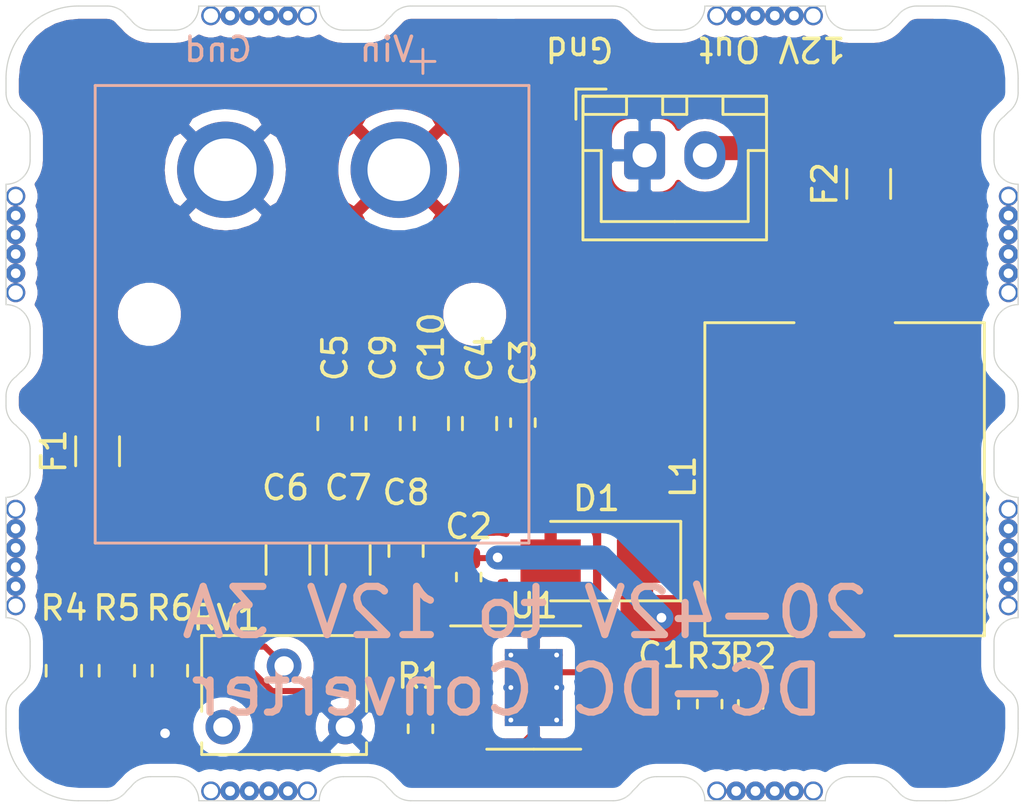
<source format=kicad_pcb>
(kicad_pcb (version 20171130) (host pcbnew 5.1.7-a382d34a8~87~ubuntu18.04.1)

  (general
    (thickness 1.6)
    (drawings 114)
    (tracks 54)
    (zones 0)
    (modules 32)
    (nets 14)
  )

  (page A4)
  (layers
    (0 F.Cu signal)
    (31 B.Cu signal)
    (32 B.Adhes user)
    (33 F.Adhes user)
    (34 B.Paste user)
    (35 F.Paste user)
    (36 B.SilkS user)
    (37 F.SilkS user)
    (38 B.Mask user)
    (39 F.Mask user)
    (40 Dwgs.User user)
    (41 Cmts.User user)
    (42 Eco1.User user)
    (43 Eco2.User user)
    (44 Edge.Cuts user)
    (45 Margin user)
    (46 B.CrtYd user)
    (47 F.CrtYd user)
    (48 B.Fab user)
    (49 F.Fab user hide)
  )

  (setup
    (last_trace_width 0.25)
    (user_trace_width 1)
    (trace_clearance 0.2)
    (zone_clearance 0.508)
    (zone_45_only no)
    (trace_min 0.2)
    (via_size 0.8)
    (via_drill 0.4)
    (via_min_size 0.4)
    (via_min_drill 0.3)
    (uvia_size 0.3)
    (uvia_drill 0.1)
    (uvias_allowed no)
    (uvia_min_size 0.2)
    (uvia_min_drill 0.1)
    (edge_width 0.05)
    (segment_width 0.2)
    (pcb_text_width 0.3)
    (pcb_text_size 1.5 1.5)
    (mod_edge_width 0.12)
    (mod_text_size 1 1)
    (mod_text_width 0.15)
    (pad_size 1.524 1.524)
    (pad_drill 0.762)
    (pad_to_mask_clearance 0.05)
    (aux_axis_origin 0 0)
    (visible_elements FFFFFF7F)
    (pcbplotparams
      (layerselection 0x010fc_ffffffff)
      (usegerberextensions false)
      (usegerberattributes true)
      (usegerberadvancedattributes true)
      (creategerberjobfile true)
      (excludeedgelayer true)
      (linewidth 0.100000)
      (plotframeref false)
      (viasonmask false)
      (mode 1)
      (useauxorigin false)
      (hpglpennumber 1)
      (hpglpenspeed 20)
      (hpglpendiameter 15.000000)
      (psnegative false)
      (psa4output false)
      (plotreference true)
      (plotvalue true)
      (plotinvisibletext false)
      (padsonsilk false)
      (subtractmaskfromsilk false)
      (outputformat 1)
      (mirror false)
      (drillshape 0)
      (scaleselection 1)
      (outputdirectory "fabrication-output/v2/"))
  )

  (net 0 "")
  (net 1 "Net-(C1-Pad1)")
  (net 2 GND)
  (net 3 "Net-(C2-Pad2)")
  (net 4 "Net-(C2-Pad1)")
  (net 5 +12V)
  (net 6 VCC)
  (net 7 "Net-(R1-Pad1)")
  (net 8 "Net-(R2-Pad2)")
  (net 9 "Net-(F1-Pad2)")
  (net 10 "Net-(F2-Pad2)")
  (net 11 "Net-(R4-Pad2)")
  (net 12 "Net-(R5-Pad2)")
  (net 13 "Net-(RV1-Pad1)")

  (net_class Default "This is the default net class."
    (clearance 0.2)
    (trace_width 0.25)
    (via_dia 0.8)
    (via_drill 0.4)
    (uvia_dia 0.3)
    (uvia_drill 0.1)
    (add_net +12V)
    (add_net GND)
    (add_net "Net-(C1-Pad1)")
    (add_net "Net-(C2-Pad1)")
    (add_net "Net-(C2-Pad2)")
    (add_net "Net-(F1-Pad2)")
    (add_net "Net-(F2-Pad2)")
    (add_net "Net-(R1-Pad1)")
    (add_net "Net-(R2-Pad2)")
    (add_net "Net-(R4-Pad2)")
    (add_net "Net-(R5-Pad2)")
    (add_net "Net-(RV1-Pad1)")
    (add_net VCC)
  )

  (module scooter-ps:mousebite (layer F.Cu) (tedit 5FB63191) (tstamp 5FB635DD)
    (at 103.2 35.2 90)
    (fp_text reference REF** (at 3.6 5.2 90) (layer F.SilkS) hide
      (effects (font (size 1 1) (thickness 0.15)))
    )
    (fp_text value mousebite (at -0.1 -6.1 90) (layer F.Fab)
      (effects (font (size 1 1) (thickness 0.15)))
    )
    (fp_arc (start -1 11.8) (end 0 11.8) (angle -53.1) (layer B.Fab) (width 0.12))
    (fp_arc (start 0 10) (end -1 10) (angle -53.13010235) (layer B.Fab) (width 0.12))
    (fp_arc (start -1 -0.8) (end -0.4 -0.000001) (angle -53.13010235) (layer B.Fab) (width 0.12))
    (fp_arc (start 0 1) (end -0.6 0.200001) (angle -53.13010235) (layer B.Fab) (width 0.12))
    (fp_arc (start 0 9) (end 0 8) (angle -90) (layer B.Fab) (width 0.12))
    (fp_arc (start 0 2) (end -1 2) (angle -90) (layer B.Fab) (width 0.12))
    (fp_line (start -1 9) (end -1 10) (layer B.Fab) (width 0.12))
    (fp_line (start -1 1) (end -1 2) (layer B.Fab) (width 0.12))
    (fp_line (start 0 1) (end 0 1) (layer B.Fab) (width 0.12))
    (fp_line (start -0.4 0) (end -0.6 0.200001) (layer B.Fab) (width 0.12))
    (fp_line (start -1 -0.8) (end -1 -0.8) (layer B.Fab) (width 0.12))
    (fp_line (start -0.6 10.8) (end -0.4 11) (layer B.Fab) (width 0.12))
    (fp_line (start -1 11.8) (end -1 11.8) (layer B.Fab) (width 0.12))
    (fp_line (start 0 10) (end 0 10) (layer B.Fab) (width 0.12))
    (fp_line (start 0 2) (end 0 2) (layer B.Fab) (width 0.12))
    (fp_line (start 0 9) (end 0 9) (layer B.Fab) (width 0.12))
    (pad "" thru_hole circle (at -0.4 7.5 90) (size 0.8 0.8) (drill 0.6) (layers *.Cu *.Mask))
    (pad "" thru_hole circle (at -0.4 6.7 90) (size 0.8 0.8) (drill 0.4) (layers *.Cu *.Mask))
    (pad "" thru_hole circle (at -0.4 5.9 90) (size 0.8 0.8) (drill 0.4) (layers *.Cu *.Mask))
    (pad "" thru_hole circle (at -0.4 5.1 90) (size 0.8 0.8) (drill 0.4) (layers *.Cu *.Mask))
    (pad "" thru_hole circle (at -0.4 4.3 90) (size 0.8 0.8) (drill 0.4) (layers *.Cu *.Mask))
    (pad "" thru_hole circle (at -0.4 3.5 180) (size 0.8 0.8) (drill 0.6) (layers *.Cu *.Mask))
  )

  (module scooter-ps:mousebite (layer F.Cu) (tedit 5FB63191) (tstamp 5FB6484E)
    (at 124.2 35.2 90)
    (fp_text reference REF** (at 3.6 5.2 90) (layer F.SilkS) hide
      (effects (font (size 1 1) (thickness 0.15)))
    )
    (fp_text value mousebite (at -0.1 -6.1 90) (layer F.Fab)
      (effects (font (size 1 1) (thickness 0.15)))
    )
    (fp_arc (start -1 11.8) (end 0 11.8) (angle -53.1) (layer B.Fab) (width 0.12))
    (fp_arc (start 0 10) (end -1 10) (angle -53.13010235) (layer B.Fab) (width 0.12))
    (fp_arc (start -1 -0.8) (end -0.4 -0.000001) (angle -53.13010235) (layer B.Fab) (width 0.12))
    (fp_arc (start 0 1) (end -0.6 0.200001) (angle -53.13010235) (layer B.Fab) (width 0.12))
    (fp_arc (start 0 9) (end 0 8) (angle -90) (layer B.Fab) (width 0.12))
    (fp_arc (start 0 2) (end -1 2) (angle -90) (layer B.Fab) (width 0.12))
    (fp_line (start -1 9) (end -1 10) (layer B.Fab) (width 0.12))
    (fp_line (start -1 1) (end -1 2) (layer B.Fab) (width 0.12))
    (fp_line (start 0 1) (end 0 1) (layer B.Fab) (width 0.12))
    (fp_line (start -0.4 0) (end -0.6 0.200001) (layer B.Fab) (width 0.12))
    (fp_line (start -1 -0.8) (end -1 -0.8) (layer B.Fab) (width 0.12))
    (fp_line (start -0.6 10.8) (end -0.4 11) (layer B.Fab) (width 0.12))
    (fp_line (start -1 11.8) (end -1 11.8) (layer B.Fab) (width 0.12))
    (fp_line (start 0 10) (end 0 10) (layer B.Fab) (width 0.12))
    (fp_line (start 0 2) (end 0 2) (layer B.Fab) (width 0.12))
    (fp_line (start 0 9) (end 0 9) (layer B.Fab) (width 0.12))
    (pad "" thru_hole circle (at -0.4 7.5 90) (size 0.8 0.8) (drill 0.6) (layers *.Cu *.Mask))
    (pad "" thru_hole circle (at -0.4 6.7 90) (size 0.8 0.8) (drill 0.4) (layers *.Cu *.Mask))
    (pad "" thru_hole circle (at -0.4 5.9 90) (size 0.8 0.8) (drill 0.4) (layers *.Cu *.Mask))
    (pad "" thru_hole circle (at -0.4 5.1 90) (size 0.8 0.8) (drill 0.4) (layers *.Cu *.Mask))
    (pad "" thru_hole circle (at -0.4 4.3 90) (size 0.8 0.8) (drill 0.4) (layers *.Cu *.Mask))
    (pad "" thru_hole circle (at -0.4 3.5 180) (size 0.8 0.8) (drill 0.6) (layers *.Cu *.Mask))
  )

  (module scooter-ps:mousebite (layer F.Cu) (tedit 5FB63191) (tstamp 5FB64008)
    (at 140.2 39.6)
    (fp_text reference REF** (at 2.4 5) (layer F.SilkS) hide
      (effects (font (size 1 1) (thickness 0.15)))
    )
    (fp_text value mousebite (at -0.1 -6.1) (layer F.Fab)
      (effects (font (size 1 1) (thickness 0.15)))
    )
    (fp_arc (start -1 11.8) (end 0 11.8) (angle -53.1) (layer B.Fab) (width 0.12))
    (fp_arc (start 0 10) (end -1 10) (angle -53.13010235) (layer B.Fab) (width 0.12))
    (fp_arc (start -1 -0.8) (end -0.4 -0.000001) (angle -53.13010235) (layer B.Fab) (width 0.12))
    (fp_arc (start 0 1) (end -0.6 0.200001) (angle -53.13010235) (layer B.Fab) (width 0.12))
    (fp_arc (start 0 9) (end 0 8) (angle -90) (layer B.Fab) (width 0.12))
    (fp_arc (start 0 2) (end -1 2) (angle -90) (layer B.Fab) (width 0.12))
    (fp_line (start -1 9) (end -1 10) (layer B.Fab) (width 0.12))
    (fp_line (start -1 1) (end -1 2) (layer B.Fab) (width 0.12))
    (fp_line (start 0 1) (end 0 1) (layer B.Fab) (width 0.12))
    (fp_line (start -0.4 0) (end -0.6 0.200001) (layer B.Fab) (width 0.12))
    (fp_line (start -1 -0.8) (end -1 -0.8) (layer B.Fab) (width 0.12))
    (fp_line (start -0.6 10.8) (end -0.4 11) (layer B.Fab) (width 0.12))
    (fp_line (start -1 11.8) (end -1 11.8) (layer B.Fab) (width 0.12))
    (fp_line (start 0 10) (end 0 10) (layer B.Fab) (width 0.12))
    (fp_line (start 0 2) (end 0 2) (layer B.Fab) (width 0.12))
    (fp_line (start 0 9) (end 0 9) (layer B.Fab) (width 0.12))
    (pad "" thru_hole circle (at -0.4 7.5) (size 0.8 0.8) (drill 0.6) (layers *.Cu *.Mask))
    (pad "" thru_hole circle (at -0.4 6.7) (size 0.8 0.8) (drill 0.4) (layers *.Cu *.Mask))
    (pad "" thru_hole circle (at -0.4 5.9) (size 0.8 0.8) (drill 0.4) (layers *.Cu *.Mask))
    (pad "" thru_hole circle (at -0.4 5.1) (size 0.8 0.8) (drill 0.4) (layers *.Cu *.Mask))
    (pad "" thru_hole circle (at -0.4 4.3) (size 0.8 0.8) (drill 0.4) (layers *.Cu *.Mask))
    (pad "" thru_hole circle (at -0.4 3.5 90) (size 0.8 0.8) (drill 0.6) (layers *.Cu *.Mask))
  )

  (module scooter-ps:mousebite (layer F.Cu) (tedit 5FB63191) (tstamp 5FB6CB34)
    (at 140.2 52.6)
    (fp_text reference REF** (at 2.4 4.8) (layer F.SilkS) hide
      (effects (font (size 1 1) (thickness 0.15)))
    )
    (fp_text value mousebite (at -0.1 -6.1) (layer F.Fab)
      (effects (font (size 1 1) (thickness 0.15)))
    )
    (fp_arc (start -1 11.8) (end 0 11.8) (angle -53.1) (layer B.Fab) (width 0.12))
    (fp_arc (start 0 10) (end -1 10) (angle -53.13010235) (layer B.Fab) (width 0.12))
    (fp_arc (start -1 -0.8) (end -0.4 -0.000001) (angle -53.13010235) (layer B.Fab) (width 0.12))
    (fp_arc (start 0 1) (end -0.6 0.200001) (angle -53.13010235) (layer B.Fab) (width 0.12))
    (fp_arc (start 0 9) (end 0 8) (angle -90) (layer B.Fab) (width 0.12))
    (fp_arc (start 0 2) (end -1 2) (angle -90) (layer B.Fab) (width 0.12))
    (fp_line (start -1 9) (end -1 10) (layer B.Fab) (width 0.12))
    (fp_line (start -1 1) (end -1 2) (layer B.Fab) (width 0.12))
    (fp_line (start 0 1) (end 0 1) (layer B.Fab) (width 0.12))
    (fp_line (start -0.4 0) (end -0.6 0.200001) (layer B.Fab) (width 0.12))
    (fp_line (start -1 -0.8) (end -1 -0.8) (layer B.Fab) (width 0.12))
    (fp_line (start -0.6 10.8) (end -0.4 11) (layer B.Fab) (width 0.12))
    (fp_line (start -1 11.8) (end -1 11.8) (layer B.Fab) (width 0.12))
    (fp_line (start 0 10) (end 0 10) (layer B.Fab) (width 0.12))
    (fp_line (start 0 2) (end 0 2) (layer B.Fab) (width 0.12))
    (fp_line (start 0 9) (end 0 9) (layer B.Fab) (width 0.12))
    (pad "" thru_hole circle (at -0.4 7.5) (size 0.8 0.8) (drill 0.6) (layers *.Cu *.Mask))
    (pad "" thru_hole circle (at -0.4 6.7) (size 0.8 0.8) (drill 0.4) (layers *.Cu *.Mask))
    (pad "" thru_hole circle (at -0.4 5.9) (size 0.8 0.8) (drill 0.4) (layers *.Cu *.Mask))
    (pad "" thru_hole circle (at -0.4 5.1) (size 0.8 0.8) (drill 0.4) (layers *.Cu *.Mask))
    (pad "" thru_hole circle (at -0.4 4.3) (size 0.8 0.8) (drill 0.4) (layers *.Cu *.Mask))
    (pad "" thru_hole circle (at -0.4 3.5 90) (size 0.8 0.8) (drill 0.6) (layers *.Cu *.Mask))
  )

  (module scooter-ps:mousebite (layer F.Cu) (tedit 5FB63191) (tstamp 5FB646A3)
    (at 135.2 68.2 270)
    (fp_text reference REF** (at 2.6 4.6 90) (layer F.SilkS) hide
      (effects (font (size 1 1) (thickness 0.15)))
    )
    (fp_text value mousebite (at -0.1 -6.1 90) (layer F.Fab)
      (effects (font (size 1 1) (thickness 0.15)))
    )
    (fp_arc (start -1 11.8) (end 0 11.8) (angle -53.1) (layer B.Fab) (width 0.12))
    (fp_arc (start 0 10) (end -1 10) (angle -53.13010235) (layer B.Fab) (width 0.12))
    (fp_arc (start -1 -0.8) (end -0.4 -0.000001) (angle -53.13010235) (layer B.Fab) (width 0.12))
    (fp_arc (start 0 1) (end -0.6 0.200001) (angle -53.13010235) (layer B.Fab) (width 0.12))
    (fp_arc (start 0 9) (end 0 8) (angle -90) (layer B.Fab) (width 0.12))
    (fp_arc (start 0 2) (end -1 2) (angle -90) (layer B.Fab) (width 0.12))
    (fp_line (start -1 9) (end -1 10) (layer B.Fab) (width 0.12))
    (fp_line (start -1 1) (end -1 2) (layer B.Fab) (width 0.12))
    (fp_line (start 0 1) (end 0 1) (layer B.Fab) (width 0.12))
    (fp_line (start -0.4 0) (end -0.6 0.200001) (layer B.Fab) (width 0.12))
    (fp_line (start -1 -0.8) (end -1 -0.8) (layer B.Fab) (width 0.12))
    (fp_line (start -0.6 10.8) (end -0.4 11) (layer B.Fab) (width 0.12))
    (fp_line (start -1 11.8) (end -1 11.8) (layer B.Fab) (width 0.12))
    (fp_line (start 0 10) (end 0 10) (layer B.Fab) (width 0.12))
    (fp_line (start 0 2) (end 0 2) (layer B.Fab) (width 0.12))
    (fp_line (start 0 9) (end 0 9) (layer B.Fab) (width 0.12))
    (pad "" thru_hole circle (at -0.4 7.5 270) (size 0.8 0.8) (drill 0.6) (layers *.Cu *.Mask))
    (pad "" thru_hole circle (at -0.4 6.7 270) (size 0.8 0.8) (drill 0.4) (layers *.Cu *.Mask))
    (pad "" thru_hole circle (at -0.4 5.9 270) (size 0.8 0.8) (drill 0.4) (layers *.Cu *.Mask))
    (pad "" thru_hole circle (at -0.4 5.1 270) (size 0.8 0.8) (drill 0.4) (layers *.Cu *.Mask))
    (pad "" thru_hole circle (at -0.4 4.3 270) (size 0.8 0.8) (drill 0.4) (layers *.Cu *.Mask))
    (pad "" thru_hole circle (at -0.4 3.5) (size 0.8 0.8) (drill 0.6) (layers *.Cu *.Mask))
  )

  (module scooter-ps:mousebite (layer F.Cu) (tedit 5FB63191) (tstamp 5FB6341D)
    (at 114.2 68.2 270)
    (fp_text reference REF** (at 2.6 5 90) (layer F.SilkS) hide
      (effects (font (size 1 1) (thickness 0.15)))
    )
    (fp_text value mousebite (at -0.1 -6.1 90) (layer F.Fab)
      (effects (font (size 1 1) (thickness 0.15)))
    )
    (fp_arc (start -1 11.8) (end 0 11.8) (angle -53.1) (layer B.Fab) (width 0.12))
    (fp_arc (start 0 10) (end -1 10) (angle -53.13010235) (layer B.Fab) (width 0.12))
    (fp_arc (start -1 -0.8) (end -0.4 -0.000001) (angle -53.13010235) (layer B.Fab) (width 0.12))
    (fp_arc (start 0 1) (end -0.6 0.200001) (angle -53.13010235) (layer B.Fab) (width 0.12))
    (fp_arc (start 0 9) (end 0 8) (angle -90) (layer B.Fab) (width 0.12))
    (fp_arc (start 0 2) (end -1 2) (angle -90) (layer B.Fab) (width 0.12))
    (fp_line (start -1 9) (end -1 10) (layer B.Fab) (width 0.12))
    (fp_line (start -1 1) (end -1 2) (layer B.Fab) (width 0.12))
    (fp_line (start 0 1) (end 0 1) (layer B.Fab) (width 0.12))
    (fp_line (start -0.4 0) (end -0.6 0.200001) (layer B.Fab) (width 0.12))
    (fp_line (start -1 -0.8) (end -1 -0.8) (layer B.Fab) (width 0.12))
    (fp_line (start -0.6 10.8) (end -0.4 11) (layer B.Fab) (width 0.12))
    (fp_line (start -1 11.8) (end -1 11.8) (layer B.Fab) (width 0.12))
    (fp_line (start 0 10) (end 0 10) (layer B.Fab) (width 0.12))
    (fp_line (start 0 2) (end 0 2) (layer B.Fab) (width 0.12))
    (fp_line (start 0 9) (end 0 9) (layer B.Fab) (width 0.12))
    (pad "" thru_hole circle (at -0.4 7.5 270) (size 0.8 0.8) (drill 0.6) (layers *.Cu *.Mask))
    (pad "" thru_hole circle (at -0.4 6.7 270) (size 0.8 0.8) (drill 0.4) (layers *.Cu *.Mask))
    (pad "" thru_hole circle (at -0.4 5.9 270) (size 0.8 0.8) (drill 0.4) (layers *.Cu *.Mask))
    (pad "" thru_hole circle (at -0.4 5.1 270) (size 0.8 0.8) (drill 0.4) (layers *.Cu *.Mask))
    (pad "" thru_hole circle (at -0.4 4.3 270) (size 0.8 0.8) (drill 0.4) (layers *.Cu *.Mask))
    (pad "" thru_hole circle (at -0.4 3.5) (size 0.8 0.8) (drill 0.6) (layers *.Cu *.Mask))
  )

  (module scooter-ps:mousebite (layer F.Cu) (tedit 5FB63191) (tstamp 5FB62E72)
    (at 98.2 63.6 180)
    (fp_text reference REF** (at 2.6 4.8) (layer F.SilkS) hide
      (effects (font (size 1 1) (thickness 0.15)))
    )
    (fp_text value mousebite (at -0.1 -6.1) (layer F.Fab)
      (effects (font (size 1 1) (thickness 0.15)))
    )
    (fp_arc (start -1 11.8) (end 0 11.8) (angle -53.1) (layer B.Fab) (width 0.12))
    (fp_arc (start 0 10) (end -1 10) (angle -53.13010235) (layer B.Fab) (width 0.12))
    (fp_arc (start -1 -0.8) (end -0.4 -0.000001) (angle -53.13010235) (layer B.Fab) (width 0.12))
    (fp_arc (start 0 1) (end -0.6 0.200001) (angle -53.13010235) (layer B.Fab) (width 0.12))
    (fp_arc (start 0 9) (end 0 8) (angle -90) (layer B.Fab) (width 0.12))
    (fp_arc (start 0 2) (end -1 2) (angle -90) (layer B.Fab) (width 0.12))
    (fp_line (start -1 9) (end -1 10) (layer B.Fab) (width 0.12))
    (fp_line (start -1 1) (end -1 2) (layer B.Fab) (width 0.12))
    (fp_line (start 0 1) (end 0 1) (layer B.Fab) (width 0.12))
    (fp_line (start -0.4 0) (end -0.6 0.200001) (layer B.Fab) (width 0.12))
    (fp_line (start -1 -0.8) (end -1 -0.8) (layer B.Fab) (width 0.12))
    (fp_line (start -0.6 10.8) (end -0.4 11) (layer B.Fab) (width 0.12))
    (fp_line (start -1 11.8) (end -1 11.8) (layer B.Fab) (width 0.12))
    (fp_line (start 0 10) (end 0 10) (layer B.Fab) (width 0.12))
    (fp_line (start 0 2) (end 0 2) (layer B.Fab) (width 0.12))
    (fp_line (start 0 9) (end 0 9) (layer B.Fab) (width 0.12))
    (pad "" thru_hole circle (at -0.4 7.5 180) (size 0.8 0.8) (drill 0.6) (layers *.Cu *.Mask))
    (pad "" thru_hole circle (at -0.4 6.7 180) (size 0.8 0.8) (drill 0.4) (layers *.Cu *.Mask))
    (pad "" thru_hole circle (at -0.4 5.9 180) (size 0.8 0.8) (drill 0.4) (layers *.Cu *.Mask))
    (pad "" thru_hole circle (at -0.4 5.1 180) (size 0.8 0.8) (drill 0.4) (layers *.Cu *.Mask))
    (pad "" thru_hole circle (at -0.4 4.3 180) (size 0.8 0.8) (drill 0.4) (layers *.Cu *.Mask))
    (pad "" thru_hole circle (at -0.4 3.5 270) (size 0.8 0.8) (drill 0.6) (layers *.Cu *.Mask))
  )

  (module scooter-ps:mousebite (layer F.Cu) (tedit 5FB63191) (tstamp 5FB62E29)
    (at 98.2 50.6 180)
    (fp_text reference REF** (at 2.8 4.8) (layer F.SilkS) hide
      (effects (font (size 1 1) (thickness 0.15)))
    )
    (fp_text value mousebite (at -0.1 -6.1) (layer F.Fab)
      (effects (font (size 1 1) (thickness 0.15)))
    )
    (fp_arc (start -1 11.8) (end 0 11.8) (angle -53.1) (layer B.Fab) (width 0.12))
    (fp_arc (start 0 10) (end -1 10) (angle -53.13010235) (layer B.Fab) (width 0.12))
    (fp_arc (start -1 -0.8) (end -0.4 -0.000001) (angle -53.13010235) (layer B.Fab) (width 0.12))
    (fp_arc (start 0 1) (end -0.6 0.200001) (angle -53.13010235) (layer B.Fab) (width 0.12))
    (fp_arc (start 0 9) (end 0 8) (angle -90) (layer B.Fab) (width 0.12))
    (fp_arc (start 0 2) (end -1 2) (angle -90) (layer B.Fab) (width 0.12))
    (fp_line (start -1 9) (end -1 10) (layer B.Fab) (width 0.12))
    (fp_line (start -1 1) (end -1 2) (layer B.Fab) (width 0.12))
    (fp_line (start 0 1) (end 0 1) (layer B.Fab) (width 0.12))
    (fp_line (start -0.4 0) (end -0.6 0.200001) (layer B.Fab) (width 0.12))
    (fp_line (start -1 -0.8) (end -1 -0.8) (layer B.Fab) (width 0.12))
    (fp_line (start -0.6 10.8) (end -0.4 11) (layer B.Fab) (width 0.12))
    (fp_line (start -1 11.8) (end -1 11.8) (layer B.Fab) (width 0.12))
    (fp_line (start 0 10) (end 0 10) (layer B.Fab) (width 0.12))
    (fp_line (start 0 2) (end 0 2) (layer B.Fab) (width 0.12))
    (fp_line (start 0 9) (end 0 9) (layer B.Fab) (width 0.12))
    (pad "" thru_hole circle (at -0.4 7.5 180) (size 0.8 0.8) (drill 0.6) (layers *.Cu *.Mask))
    (pad "" thru_hole circle (at -0.4 6.7 180) (size 0.8 0.8) (drill 0.4) (layers *.Cu *.Mask))
    (pad "" thru_hole circle (at -0.4 5.9 180) (size 0.8 0.8) (drill 0.4) (layers *.Cu *.Mask))
    (pad "" thru_hole circle (at -0.4 5.1 180) (size 0.8 0.8) (drill 0.4) (layers *.Cu *.Mask))
    (pad "" thru_hole circle (at -0.4 4.3 180) (size 0.8 0.8) (drill 0.4) (layers *.Cu *.Mask))
    (pad "" thru_hole circle (at -0.4 3.5 270) (size 0.8 0.8) (drill 0.6) (layers *.Cu *.Mask))
  )

  (module Capacitor_SMD:C_0603_1608Metric (layer F.Cu) (tedit 5B301BBE) (tstamp 5F4E11EA)
    (at 125.6 64.2125 90)
    (descr "Capacitor SMD 0603 (1608 Metric), square (rectangular) end terminal, IPC_7351 nominal, (Body size source: http://www.tortai-tech.com/upload/download/2011102023233369053.pdf), generated with kicad-footprint-generator")
    (tags capacitor)
    (path /5F470DF7)
    (attr smd)
    (fp_text reference C1 (at 2.0625 -0.2) (layer F.SilkS)
      (effects (font (size 1 1) (thickness 0.15)))
    )
    (fp_text value 47nF (at 0 1.43 90) (layer F.Fab)
      (effects (font (size 1 1) (thickness 0.15)))
    )
    (fp_line (start 1.48 0.73) (end -1.48 0.73) (layer F.CrtYd) (width 0.05))
    (fp_line (start 1.48 -0.73) (end 1.48 0.73) (layer F.CrtYd) (width 0.05))
    (fp_line (start -1.48 -0.73) (end 1.48 -0.73) (layer F.CrtYd) (width 0.05))
    (fp_line (start -1.48 0.73) (end -1.48 -0.73) (layer F.CrtYd) (width 0.05))
    (fp_line (start -0.162779 0.51) (end 0.162779 0.51) (layer F.SilkS) (width 0.12))
    (fp_line (start -0.162779 -0.51) (end 0.162779 -0.51) (layer F.SilkS) (width 0.12))
    (fp_line (start 0.8 0.4) (end -0.8 0.4) (layer F.Fab) (width 0.1))
    (fp_line (start 0.8 -0.4) (end 0.8 0.4) (layer F.Fab) (width 0.1))
    (fp_line (start -0.8 -0.4) (end 0.8 -0.4) (layer F.Fab) (width 0.1))
    (fp_line (start -0.8 0.4) (end -0.8 -0.4) (layer F.Fab) (width 0.1))
    (fp_text user %R (at 0 0 90) (layer F.Fab)
      (effects (font (size 0.4 0.4) (thickness 0.06)))
    )
    (pad 1 smd roundrect (at -0.7875 0 90) (size 0.875 0.95) (layers F.Cu F.Paste F.Mask) (roundrect_rratio 0.25)
      (net 1 "Net-(C1-Pad1)"))
    (pad 2 smd roundrect (at 0.7875 0 90) (size 0.875 0.95) (layers F.Cu F.Paste F.Mask) (roundrect_rratio 0.25)
      (net 2 GND))
    (model ${KISYS3DMOD}/Capacitor_SMD.3dshapes/C_0603_1608Metric.wrl
      (at (xyz 0 0 0))
      (scale (xyz 1 1 1))
      (rotate (xyz 0 0 0))
    )
  )

  (module Capacitor_SMD:C_0603_1608Metric (layer F.Cu) (tedit 5B301BBE) (tstamp 5F4E11FB)
    (at 117.4 58.9125 270)
    (descr "Capacitor SMD 0603 (1608 Metric), square (rectangular) end terminal, IPC_7351 nominal, (Body size source: http://www.tortai-tech.com/upload/download/2011102023233369053.pdf), generated with kicad-footprint-generator")
    (tags capacitor)
    (path /5F478187)
    (attr smd)
    (fp_text reference C2 (at -2.1 0 180) (layer F.SilkS)
      (effects (font (size 1 1) (thickness 0.15)))
    )
    (fp_text value 100nF (at 0 1.43 90) (layer F.Fab)
      (effects (font (size 1 1) (thickness 0.15)))
    )
    (fp_line (start -0.8 0.4) (end -0.8 -0.4) (layer F.Fab) (width 0.1))
    (fp_line (start -0.8 -0.4) (end 0.8 -0.4) (layer F.Fab) (width 0.1))
    (fp_line (start 0.8 -0.4) (end 0.8 0.4) (layer F.Fab) (width 0.1))
    (fp_line (start 0.8 0.4) (end -0.8 0.4) (layer F.Fab) (width 0.1))
    (fp_line (start -0.162779 -0.51) (end 0.162779 -0.51) (layer F.SilkS) (width 0.12))
    (fp_line (start -0.162779 0.51) (end 0.162779 0.51) (layer F.SilkS) (width 0.12))
    (fp_line (start -1.48 0.73) (end -1.48 -0.73) (layer F.CrtYd) (width 0.05))
    (fp_line (start -1.48 -0.73) (end 1.48 -0.73) (layer F.CrtYd) (width 0.05))
    (fp_line (start 1.48 -0.73) (end 1.48 0.73) (layer F.CrtYd) (width 0.05))
    (fp_line (start 1.48 0.73) (end -1.48 0.73) (layer F.CrtYd) (width 0.05))
    (fp_text user %R (at 0 0 90) (layer F.Fab)
      (effects (font (size 0.4 0.4) (thickness 0.06)))
    )
    (pad 2 smd roundrect (at 0.7875 0 270) (size 0.875 0.95) (layers F.Cu F.Paste F.Mask) (roundrect_rratio 0.25)
      (net 3 "Net-(C2-Pad2)"))
    (pad 1 smd roundrect (at -0.7875 0 270) (size 0.875 0.95) (layers F.Cu F.Paste F.Mask) (roundrect_rratio 0.25)
      (net 4 "Net-(C2-Pad1)"))
    (model ${KISYS3DMOD}/Capacitor_SMD.3dshapes/C_0603_1608Metric.wrl
      (at (xyz 0 0 0))
      (scale (xyz 1 1 1))
      (rotate (xyz 0 0 0))
    )
  )

  (module Capacitor_SMD:C_0603_1608Metric (layer F.Cu) (tedit 5B301BBE) (tstamp 5F4E120C)
    (at 119.65 52.5 270)
    (descr "Capacitor SMD 0603 (1608 Metric), square (rectangular) end terminal, IPC_7351 nominal, (Body size source: http://www.tortai-tech.com/upload/download/2011102023233369053.pdf), generated with kicad-footprint-generator")
    (tags capacitor)
    (path /5F47AD14)
    (attr smd)
    (fp_text reference C3 (at -2.5 0 270) (layer F.SilkS)
      (effects (font (size 1 1) (thickness 0.15)))
    )
    (fp_text value 1uF (at 0 1.43 90) (layer F.Fab)
      (effects (font (size 1 1) (thickness 0.15)))
    )
    (fp_line (start 1.48 0.73) (end -1.48 0.73) (layer F.CrtYd) (width 0.05))
    (fp_line (start 1.48 -0.73) (end 1.48 0.73) (layer F.CrtYd) (width 0.05))
    (fp_line (start -1.48 -0.73) (end 1.48 -0.73) (layer F.CrtYd) (width 0.05))
    (fp_line (start -1.48 0.73) (end -1.48 -0.73) (layer F.CrtYd) (width 0.05))
    (fp_line (start -0.162779 0.51) (end 0.162779 0.51) (layer F.SilkS) (width 0.12))
    (fp_line (start -0.162779 -0.51) (end 0.162779 -0.51) (layer F.SilkS) (width 0.12))
    (fp_line (start 0.8 0.4) (end -0.8 0.4) (layer F.Fab) (width 0.1))
    (fp_line (start 0.8 -0.4) (end 0.8 0.4) (layer F.Fab) (width 0.1))
    (fp_line (start -0.8 -0.4) (end 0.8 -0.4) (layer F.Fab) (width 0.1))
    (fp_line (start -0.8 0.4) (end -0.8 -0.4) (layer F.Fab) (width 0.1))
    (fp_text user %R (at 0 0 90) (layer F.Fab)
      (effects (font (size 0.4 0.4) (thickness 0.06)))
    )
    (pad 1 smd roundrect (at -0.7875 0 270) (size 0.875 0.95) (layers F.Cu F.Paste F.Mask) (roundrect_rratio 0.25)
      (net 5 +12V))
    (pad 2 smd roundrect (at 0.7875 0 270) (size 0.875 0.95) (layers F.Cu F.Paste F.Mask) (roundrect_rratio 0.25)
      (net 2 GND))
    (model ${KISYS3DMOD}/Capacitor_SMD.3dshapes/C_0603_1608Metric.wrl
      (at (xyz 0 0 0))
      (scale (xyz 1 1 1))
      (rotate (xyz 0 0 0))
    )
  )

  (module Capacitor_SMD:C_0805_2012Metric (layer F.Cu) (tedit 5B36C52B) (tstamp 5F4E121D)
    (at 117.85 52.5375 270)
    (descr "Capacitor SMD 0805 (2012 Metric), square (rectangular) end terminal, IPC_7351 nominal, (Body size source: https://docs.google.com/spreadsheets/d/1BsfQQcO9C6DZCsRaXUlFlo91Tg2WpOkGARC1WS5S8t0/edit?usp=sharing), generated with kicad-footprint-generator")
    (tags capacitor)
    (path /5F4E87A1)
    (attr smd)
    (fp_text reference C4 (at -2.7 0 270) (layer F.SilkS)
      (effects (font (size 1 1) (thickness 0.15)))
    )
    (fp_text value 22uF (at 0 1.65 90) (layer F.Fab)
      (effects (font (size 1 1) (thickness 0.15)))
    )
    (fp_line (start 1.68 0.95) (end -1.68 0.95) (layer F.CrtYd) (width 0.05))
    (fp_line (start 1.68 -0.95) (end 1.68 0.95) (layer F.CrtYd) (width 0.05))
    (fp_line (start -1.68 -0.95) (end 1.68 -0.95) (layer F.CrtYd) (width 0.05))
    (fp_line (start -1.68 0.95) (end -1.68 -0.95) (layer F.CrtYd) (width 0.05))
    (fp_line (start -0.258578 0.71) (end 0.258578 0.71) (layer F.SilkS) (width 0.12))
    (fp_line (start -0.258578 -0.71) (end 0.258578 -0.71) (layer F.SilkS) (width 0.12))
    (fp_line (start 1 0.6) (end -1 0.6) (layer F.Fab) (width 0.1))
    (fp_line (start 1 -0.6) (end 1 0.6) (layer F.Fab) (width 0.1))
    (fp_line (start -1 -0.6) (end 1 -0.6) (layer F.Fab) (width 0.1))
    (fp_line (start -1 0.6) (end -1 -0.6) (layer F.Fab) (width 0.1))
    (fp_text user %R (at 0 0 90) (layer F.Fab)
      (effects (font (size 0.5 0.5) (thickness 0.08)))
    )
    (pad 1 smd roundrect (at -0.9375 0 270) (size 0.975 1.4) (layers F.Cu F.Paste F.Mask) (roundrect_rratio 0.25)
      (net 5 +12V))
    (pad 2 smd roundrect (at 0.9375 0 270) (size 0.975 1.4) (layers F.Cu F.Paste F.Mask) (roundrect_rratio 0.25)
      (net 2 GND))
    (model ${KISYS3DMOD}/Capacitor_SMD.3dshapes/C_0805_2012Metric.wrl
      (at (xyz 0 0 0))
      (scale (xyz 1 1 1))
      (rotate (xyz 0 0 0))
    )
  )

  (module Capacitor_SMD:C_0805_2012Metric (layer F.Cu) (tedit 5B36C52B) (tstamp 5F4E122E)
    (at 111.85 52.5375 270)
    (descr "Capacitor SMD 0805 (2012 Metric), square (rectangular) end terminal, IPC_7351 nominal, (Body size source: https://docs.google.com/spreadsheets/d/1BsfQQcO9C6DZCsRaXUlFlo91Tg2WpOkGARC1WS5S8t0/edit?usp=sharing), generated with kicad-footprint-generator")
    (tags capacitor)
    (path /5F4E8AE1)
    (attr smd)
    (fp_text reference C5 (at -2.7375 0 270) (layer F.SilkS)
      (effects (font (size 1 1) (thickness 0.15)))
    )
    (fp_text value 22uF (at 0 1.65 90) (layer F.Fab)
      (effects (font (size 1 1) (thickness 0.15)))
    )
    (fp_line (start -1 0.6) (end -1 -0.6) (layer F.Fab) (width 0.1))
    (fp_line (start -1 -0.6) (end 1 -0.6) (layer F.Fab) (width 0.1))
    (fp_line (start 1 -0.6) (end 1 0.6) (layer F.Fab) (width 0.1))
    (fp_line (start 1 0.6) (end -1 0.6) (layer F.Fab) (width 0.1))
    (fp_line (start -0.258578 -0.71) (end 0.258578 -0.71) (layer F.SilkS) (width 0.12))
    (fp_line (start -0.258578 0.71) (end 0.258578 0.71) (layer F.SilkS) (width 0.12))
    (fp_line (start -1.68 0.95) (end -1.68 -0.95) (layer F.CrtYd) (width 0.05))
    (fp_line (start -1.68 -0.95) (end 1.68 -0.95) (layer F.CrtYd) (width 0.05))
    (fp_line (start 1.68 -0.95) (end 1.68 0.95) (layer F.CrtYd) (width 0.05))
    (fp_line (start 1.68 0.95) (end -1.68 0.95) (layer F.CrtYd) (width 0.05))
    (fp_text user %R (at 0 0 90) (layer F.Fab)
      (effects (font (size 0.5 0.5) (thickness 0.08)))
    )
    (pad 2 smd roundrect (at 0.9375 0 270) (size 0.975 1.4) (layers F.Cu F.Paste F.Mask) (roundrect_rratio 0.25)
      (net 2 GND))
    (pad 1 smd roundrect (at -0.9375 0 270) (size 0.975 1.4) (layers F.Cu F.Paste F.Mask) (roundrect_rratio 0.25)
      (net 5 +12V))
    (model ${KISYS3DMOD}/Capacitor_SMD.3dshapes/C_0805_2012Metric.wrl
      (at (xyz 0 0 0))
      (scale (xyz 1 1 1))
      (rotate (xyz 0 0 0))
    )
  )

  (module Capacitor_SMD:C_1206_3216Metric (layer F.Cu) (tedit 5B301BBE) (tstamp 5FB4E1C7)
    (at 109.9 58.2 90)
    (descr "Capacitor SMD 1206 (3216 Metric), square (rectangular) end terminal, IPC_7351 nominal, (Body size source: http://www.tortai-tech.com/upload/download/2011102023233369053.pdf), generated with kicad-footprint-generator")
    (tags capacitor)
    (path /5F4F6FC9)
    (attr smd)
    (fp_text reference C6 (at 3 -0.1 180) (layer F.SilkS)
      (effects (font (size 1 1) (thickness 0.15)))
    )
    (fp_text value 2.2uF (at 0 1.82 90) (layer F.Fab)
      (effects (font (size 1 1) (thickness 0.15)))
    )
    (fp_line (start 2.28 1.12) (end -2.28 1.12) (layer F.CrtYd) (width 0.05))
    (fp_line (start 2.28 -1.12) (end 2.28 1.12) (layer F.CrtYd) (width 0.05))
    (fp_line (start -2.28 -1.12) (end 2.28 -1.12) (layer F.CrtYd) (width 0.05))
    (fp_line (start -2.28 1.12) (end -2.28 -1.12) (layer F.CrtYd) (width 0.05))
    (fp_line (start -0.602064 0.91) (end 0.602064 0.91) (layer F.SilkS) (width 0.12))
    (fp_line (start -0.602064 -0.91) (end 0.602064 -0.91) (layer F.SilkS) (width 0.12))
    (fp_line (start 1.6 0.8) (end -1.6 0.8) (layer F.Fab) (width 0.1))
    (fp_line (start 1.6 -0.8) (end 1.6 0.8) (layer F.Fab) (width 0.1))
    (fp_line (start -1.6 -0.8) (end 1.6 -0.8) (layer F.Fab) (width 0.1))
    (fp_line (start -1.6 0.8) (end -1.6 -0.8) (layer F.Fab) (width 0.1))
    (fp_text user %R (at 0 0 90) (layer F.Fab)
      (effects (font (size 0.8 0.8) (thickness 0.12)))
    )
    (pad 1 smd roundrect (at -1.4 0 90) (size 1.25 1.75) (layers F.Cu F.Paste F.Mask) (roundrect_rratio 0.2)
      (net 6 VCC))
    (pad 2 smd roundrect (at 1.4 0 90) (size 1.25 1.75) (layers F.Cu F.Paste F.Mask) (roundrect_rratio 0.2)
      (net 2 GND))
    (model ${KISYS3DMOD}/Capacitor_SMD.3dshapes/C_1206_3216Metric.wrl
      (at (xyz 0 0 0))
      (scale (xyz 1 1 1))
      (rotate (xyz 0 0 0))
    )
  )

  (module Capacitor_SMD:C_1206_3216Metric (layer F.Cu) (tedit 5B301BBE) (tstamp 5F4E1250)
    (at 112.4 58.2 90)
    (descr "Capacitor SMD 1206 (3216 Metric), square (rectangular) end terminal, IPC_7351 nominal, (Body size source: http://www.tortai-tech.com/upload/download/2011102023233369053.pdf), generated with kicad-footprint-generator")
    (tags capacitor)
    (path /5F4F58E3)
    (attr smd)
    (fp_text reference C7 (at 3 0 180) (layer F.SilkS)
      (effects (font (size 1 1) (thickness 0.15)))
    )
    (fp_text value 2.2uF (at 0 1.82 90) (layer F.Fab)
      (effects (font (size 1 1) (thickness 0.15)))
    )
    (fp_line (start -1.6 0.8) (end -1.6 -0.8) (layer F.Fab) (width 0.1))
    (fp_line (start -1.6 -0.8) (end 1.6 -0.8) (layer F.Fab) (width 0.1))
    (fp_line (start 1.6 -0.8) (end 1.6 0.8) (layer F.Fab) (width 0.1))
    (fp_line (start 1.6 0.8) (end -1.6 0.8) (layer F.Fab) (width 0.1))
    (fp_line (start -0.602064 -0.91) (end 0.602064 -0.91) (layer F.SilkS) (width 0.12))
    (fp_line (start -0.602064 0.91) (end 0.602064 0.91) (layer F.SilkS) (width 0.12))
    (fp_line (start -2.28 1.12) (end -2.28 -1.12) (layer F.CrtYd) (width 0.05))
    (fp_line (start -2.28 -1.12) (end 2.28 -1.12) (layer F.CrtYd) (width 0.05))
    (fp_line (start 2.28 -1.12) (end 2.28 1.12) (layer F.CrtYd) (width 0.05))
    (fp_line (start 2.28 1.12) (end -2.28 1.12) (layer F.CrtYd) (width 0.05))
    (fp_text user %R (at 0 0 90) (layer F.Fab)
      (effects (font (size 0.8 0.8) (thickness 0.12)))
    )
    (pad 2 smd roundrect (at 1.4 0 90) (size 1.25 1.75) (layers F.Cu F.Paste F.Mask) (roundrect_rratio 0.2)
      (net 2 GND))
    (pad 1 smd roundrect (at -1.4 0 90) (size 1.25 1.75) (layers F.Cu F.Paste F.Mask) (roundrect_rratio 0.2)
      (net 6 VCC))
    (model ${KISYS3DMOD}/Capacitor_SMD.3dshapes/C_1206_3216Metric.wrl
      (at (xyz 0 0 0))
      (scale (xyz 1 1 1))
      (rotate (xyz 0 0 0))
    )
  )

  (module Capacitor_SMD:C_0805_2012Metric (layer F.Cu) (tedit 5B36C52B) (tstamp 5F4E1261)
    (at 114.8 57.8 90)
    (descr "Capacitor SMD 0805 (2012 Metric), square (rectangular) end terminal, IPC_7351 nominal, (Body size source: https://docs.google.com/spreadsheets/d/1BsfQQcO9C6DZCsRaXUlFlo91Tg2WpOkGARC1WS5S8t0/edit?usp=sharing), generated with kicad-footprint-generator")
    (tags capacitor)
    (path /5F4F514D)
    (attr smd)
    (fp_text reference C8 (at 2.4 0 180) (layer F.SilkS)
      (effects (font (size 1 1) (thickness 0.15)))
    )
    (fp_text value 470nF (at 0 1.65 90) (layer F.Fab)
      (effects (font (size 1 1) (thickness 0.15)))
    )
    (fp_line (start 1.68 0.95) (end -1.68 0.95) (layer F.CrtYd) (width 0.05))
    (fp_line (start 1.68 -0.95) (end 1.68 0.95) (layer F.CrtYd) (width 0.05))
    (fp_line (start -1.68 -0.95) (end 1.68 -0.95) (layer F.CrtYd) (width 0.05))
    (fp_line (start -1.68 0.95) (end -1.68 -0.95) (layer F.CrtYd) (width 0.05))
    (fp_line (start -0.258578 0.71) (end 0.258578 0.71) (layer F.SilkS) (width 0.12))
    (fp_line (start -0.258578 -0.71) (end 0.258578 -0.71) (layer F.SilkS) (width 0.12))
    (fp_line (start 1 0.6) (end -1 0.6) (layer F.Fab) (width 0.1))
    (fp_line (start 1 -0.6) (end 1 0.6) (layer F.Fab) (width 0.1))
    (fp_line (start -1 -0.6) (end 1 -0.6) (layer F.Fab) (width 0.1))
    (fp_line (start -1 0.6) (end -1 -0.6) (layer F.Fab) (width 0.1))
    (fp_text user %R (at 0 0 90) (layer F.Fab)
      (effects (font (size 0.5 0.5) (thickness 0.08)))
    )
    (pad 1 smd roundrect (at -0.9375 0 90) (size 0.975 1.4) (layers F.Cu F.Paste F.Mask) (roundrect_rratio 0.25)
      (net 6 VCC))
    (pad 2 smd roundrect (at 0.9375 0 90) (size 0.975 1.4) (layers F.Cu F.Paste F.Mask) (roundrect_rratio 0.25)
      (net 2 GND))
    (model ${KISYS3DMOD}/Capacitor_SMD.3dshapes/C_0805_2012Metric.wrl
      (at (xyz 0 0 0))
      (scale (xyz 1 1 1))
      (rotate (xyz 0 0 0))
    )
  )

  (module Capacitor_SMD:C_0805_2012Metric (layer F.Cu) (tedit 5B36C52B) (tstamp 5F4E1272)
    (at 113.85 52.5375 270)
    (descr "Capacitor SMD 0805 (2012 Metric), square (rectangular) end terminal, IPC_7351 nominal, (Body size source: https://docs.google.com/spreadsheets/d/1BsfQQcO9C6DZCsRaXUlFlo91Tg2WpOkGARC1WS5S8t0/edit?usp=sharing), generated with kicad-footprint-generator")
    (tags capacitor)
    (path /5F500360)
    (attr smd)
    (fp_text reference C9 (at -2.7375 0 270) (layer F.SilkS)
      (effects (font (size 1 1) (thickness 0.15)))
    )
    (fp_text value 22uF (at 0 1.65 90) (layer F.Fab)
      (effects (font (size 1 1) (thickness 0.15)))
    )
    (fp_line (start -1 0.6) (end -1 -0.6) (layer F.Fab) (width 0.1))
    (fp_line (start -1 -0.6) (end 1 -0.6) (layer F.Fab) (width 0.1))
    (fp_line (start 1 -0.6) (end 1 0.6) (layer F.Fab) (width 0.1))
    (fp_line (start 1 0.6) (end -1 0.6) (layer F.Fab) (width 0.1))
    (fp_line (start -0.258578 -0.71) (end 0.258578 -0.71) (layer F.SilkS) (width 0.12))
    (fp_line (start -0.258578 0.71) (end 0.258578 0.71) (layer F.SilkS) (width 0.12))
    (fp_line (start -1.68 0.95) (end -1.68 -0.95) (layer F.CrtYd) (width 0.05))
    (fp_line (start -1.68 -0.95) (end 1.68 -0.95) (layer F.CrtYd) (width 0.05))
    (fp_line (start 1.68 -0.95) (end 1.68 0.95) (layer F.CrtYd) (width 0.05))
    (fp_line (start 1.68 0.95) (end -1.68 0.95) (layer F.CrtYd) (width 0.05))
    (fp_text user %R (at 0 0 90) (layer F.Fab)
      (effects (font (size 0.5 0.5) (thickness 0.08)))
    )
    (pad 2 smd roundrect (at 0.9375 0 270) (size 0.975 1.4) (layers F.Cu F.Paste F.Mask) (roundrect_rratio 0.25)
      (net 2 GND))
    (pad 1 smd roundrect (at -0.9375 0 270) (size 0.975 1.4) (layers F.Cu F.Paste F.Mask) (roundrect_rratio 0.25)
      (net 5 +12V))
    (model ${KISYS3DMOD}/Capacitor_SMD.3dshapes/C_0805_2012Metric.wrl
      (at (xyz 0 0 0))
      (scale (xyz 1 1 1))
      (rotate (xyz 0 0 0))
    )
  )

  (module Capacitor_SMD:C_0805_2012Metric (layer F.Cu) (tedit 5B36C52B) (tstamp 5F4E1283)
    (at 115.85 52.5375 270)
    (descr "Capacitor SMD 0805 (2012 Metric), square (rectangular) end terminal, IPC_7351 nominal, (Body size source: https://docs.google.com/spreadsheets/d/1BsfQQcO9C6DZCsRaXUlFlo91Tg2WpOkGARC1WS5S8t0/edit?usp=sharing), generated with kicad-footprint-generator")
    (tags capacitor)
    (path /5F501684)
    (attr smd)
    (fp_text reference C10 (at -3.1625 0 90) (layer F.SilkS)
      (effects (font (size 1 1) (thickness 0.15)))
    )
    (fp_text value 22uF (at 0 1.65 90) (layer F.Fab)
      (effects (font (size 1 1) (thickness 0.15)))
    )
    (fp_line (start 1.68 0.95) (end -1.68 0.95) (layer F.CrtYd) (width 0.05))
    (fp_line (start 1.68 -0.95) (end 1.68 0.95) (layer F.CrtYd) (width 0.05))
    (fp_line (start -1.68 -0.95) (end 1.68 -0.95) (layer F.CrtYd) (width 0.05))
    (fp_line (start -1.68 0.95) (end -1.68 -0.95) (layer F.CrtYd) (width 0.05))
    (fp_line (start -0.258578 0.71) (end 0.258578 0.71) (layer F.SilkS) (width 0.12))
    (fp_line (start -0.258578 -0.71) (end 0.258578 -0.71) (layer F.SilkS) (width 0.12))
    (fp_line (start 1 0.6) (end -1 0.6) (layer F.Fab) (width 0.1))
    (fp_line (start 1 -0.6) (end 1 0.6) (layer F.Fab) (width 0.1))
    (fp_line (start -1 -0.6) (end 1 -0.6) (layer F.Fab) (width 0.1))
    (fp_line (start -1 0.6) (end -1 -0.6) (layer F.Fab) (width 0.1))
    (fp_text user %R (at 0 0 90) (layer F.Fab)
      (effects (font (size 0.5 0.5) (thickness 0.08)))
    )
    (pad 1 smd roundrect (at -0.9375 0 270) (size 0.975 1.4) (layers F.Cu F.Paste F.Mask) (roundrect_rratio 0.25)
      (net 5 +12V))
    (pad 2 smd roundrect (at 0.9375 0 270) (size 0.975 1.4) (layers F.Cu F.Paste F.Mask) (roundrect_rratio 0.25)
      (net 2 GND))
    (model ${KISYS3DMOD}/Capacitor_SMD.3dshapes/C_0805_2012Metric.wrl
      (at (xyz 0 0 0))
      (scale (xyz 1 1 1))
      (rotate (xyz 0 0 0))
    )
  )

  (module Diode_SMD:D_SMA (layer F.Cu) (tedit 586432E5) (tstamp 5F4E129B)
    (at 122.8 58.25 180)
    (descr "Diode SMA (DO-214AC)")
    (tags "Diode SMA (DO-214AC)")
    (path /5F477304)
    (attr smd)
    (fp_text reference D1 (at 0.1 2.6) (layer F.SilkS)
      (effects (font (size 1 1) (thickness 0.15)))
    )
    (fp_text value D_Shockley (at 0 2.6) (layer F.Fab)
      (effects (font (size 1 1) (thickness 0.15)))
    )
    (fp_line (start -3.4 -1.65) (end 2 -1.65) (layer F.SilkS) (width 0.12))
    (fp_line (start -3.4 1.65) (end 2 1.65) (layer F.SilkS) (width 0.12))
    (fp_line (start -0.64944 0.00102) (end 0.50118 -0.79908) (layer F.Fab) (width 0.1))
    (fp_line (start -0.64944 0.00102) (end 0.50118 0.75032) (layer F.Fab) (width 0.1))
    (fp_line (start 0.50118 0.75032) (end 0.50118 -0.79908) (layer F.Fab) (width 0.1))
    (fp_line (start -0.64944 -0.79908) (end -0.64944 0.80112) (layer F.Fab) (width 0.1))
    (fp_line (start 0.50118 0.00102) (end 1.4994 0.00102) (layer F.Fab) (width 0.1))
    (fp_line (start -0.64944 0.00102) (end -1.55114 0.00102) (layer F.Fab) (width 0.1))
    (fp_line (start -3.5 1.75) (end -3.5 -1.75) (layer F.CrtYd) (width 0.05))
    (fp_line (start 3.5 1.75) (end -3.5 1.75) (layer F.CrtYd) (width 0.05))
    (fp_line (start 3.5 -1.75) (end 3.5 1.75) (layer F.CrtYd) (width 0.05))
    (fp_line (start -3.5 -1.75) (end 3.5 -1.75) (layer F.CrtYd) (width 0.05))
    (fp_line (start 2.3 -1.5) (end -2.3 -1.5) (layer F.Fab) (width 0.1))
    (fp_line (start 2.3 -1.5) (end 2.3 1.5) (layer F.Fab) (width 0.1))
    (fp_line (start -2.3 1.5) (end -2.3 -1.5) (layer F.Fab) (width 0.1))
    (fp_line (start 2.3 1.5) (end -2.3 1.5) (layer F.Fab) (width 0.1))
    (fp_line (start -3.4 -1.65) (end -3.4 1.65) (layer F.SilkS) (width 0.12))
    (fp_text user %R (at 0 -2.5) (layer F.Fab)
      (effects (font (size 1 1) (thickness 0.15)))
    )
    (pad 1 smd rect (at -2 0 180) (size 2.5 1.8) (layers F.Cu F.Paste F.Mask)
      (net 4 "Net-(C2-Pad1)"))
    (pad 2 smd rect (at 2 0 180) (size 2.5 1.8) (layers F.Cu F.Paste F.Mask)
      (net 2 GND))
    (model ${KISYS3DMOD}/Diode_SMD.3dshapes/D_SMA.wrl
      (at (xyz 0 0 0))
      (scale (xyz 1 1 1))
      (rotate (xyz 0 0 0))
    )
  )

  (module scooter-ps:xt60pw-m (layer B.Cu) (tedit 5F4A2815) (tstamp 5F4E12A9)
    (at 110.9 42)
    (path /5F482EB1)
    (fp_text reference J1 (at 0.4 -5.1) (layer B.SilkS) hide
      (effects (font (size 1 1) (thickness 0.15)) (justify mirror))
    )
    (fp_text value Conn_01x02 (at 6.9 -5.9) (layer B.Fab) hide
      (effects (font (size 1 1) (thickness 0.15)) (justify mirror))
    )
    (fp_line (start 9 15.5) (end -9 15.5) (layer B.CrtYd) (width 0.12))
    (fp_line (start 9 -3.5) (end 9 15.5) (layer B.CrtYd) (width 0.12))
    (fp_line (start -9 -3.5) (end -9 15.5) (layer B.CrtYd) (width 0.12))
    (fp_line (start -9 -3.5) (end 9 -3.5) (layer B.CrtYd) (width 0.12))
    (fp_line (start 4.6 -4) (end 4.6 -5) (layer B.SilkS) (width 0.12))
    (fp_line (start 4.1 -4.5) (end 5.1 -4.5) (layer B.SilkS) (width 0.12))
    (pad 1 thru_hole circle (at -3.6 0) (size 4 4) (drill 2.6) (layers *.Cu *.Mask)
      (net 2 GND))
    (pad 2 thru_hole circle (at 3.6 0) (size 4 4) (drill 2.6) (layers *.Cu *.Mask)
      (net 9 "Net-(F1-Pad2)"))
    (pad "" np_thru_hole circle (at -6.75 6) (size 1.6 1.6) (drill 1.6) (layers *.Cu *.Mask))
    (pad "" np_thru_hole circle (at 6.75 6) (size 1.6 1.6) (drill 1.6) (layers *.Cu *.Mask))
  )

  (module Connector_JST:JST_XH_B2B-XH-A_1x02_P2.50mm_Vertical (layer F.Cu) (tedit 5C28146C) (tstamp 5F4E12D2)
    (at 124.7 41.4)
    (descr "JST XH series connector, B2B-XH-A (http://www.jst-mfg.com/product/pdf/eng/eXH.pdf), generated with kicad-footprint-generator")
    (tags "connector JST XH vertical")
    (path /5F4E1407)
    (fp_text reference J2 (at 0.3 -3.55) (layer F.SilkS) hide
      (effects (font (size 1 1) (thickness 0.15)))
    )
    (fp_text value Conn_01x02 (at 1.25 4.6) (layer F.Fab)
      (effects (font (size 1 1) (thickness 0.15)))
    )
    (fp_line (start -2.85 -2.75) (end -2.85 -1.5) (layer F.SilkS) (width 0.12))
    (fp_line (start -1.6 -2.75) (end -2.85 -2.75) (layer F.SilkS) (width 0.12))
    (fp_line (start 4.3 2.75) (end 1.25 2.75) (layer F.SilkS) (width 0.12))
    (fp_line (start 4.3 -0.2) (end 4.3 2.75) (layer F.SilkS) (width 0.12))
    (fp_line (start 5.05 -0.2) (end 4.3 -0.2) (layer F.SilkS) (width 0.12))
    (fp_line (start -1.8 2.75) (end 1.25 2.75) (layer F.SilkS) (width 0.12))
    (fp_line (start -1.8 -0.2) (end -1.8 2.75) (layer F.SilkS) (width 0.12))
    (fp_line (start -2.55 -0.2) (end -1.8 -0.2) (layer F.SilkS) (width 0.12))
    (fp_line (start 5.05 -2.45) (end 3.25 -2.45) (layer F.SilkS) (width 0.12))
    (fp_line (start 5.05 -1.7) (end 5.05 -2.45) (layer F.SilkS) (width 0.12))
    (fp_line (start 3.25 -1.7) (end 5.05 -1.7) (layer F.SilkS) (width 0.12))
    (fp_line (start 3.25 -2.45) (end 3.25 -1.7) (layer F.SilkS) (width 0.12))
    (fp_line (start -0.75 -2.45) (end -2.55 -2.45) (layer F.SilkS) (width 0.12))
    (fp_line (start -0.75 -1.7) (end -0.75 -2.45) (layer F.SilkS) (width 0.12))
    (fp_line (start -2.55 -1.7) (end -0.75 -1.7) (layer F.SilkS) (width 0.12))
    (fp_line (start -2.55 -2.45) (end -2.55 -1.7) (layer F.SilkS) (width 0.12))
    (fp_line (start 1.75 -2.45) (end 0.75 -2.45) (layer F.SilkS) (width 0.12))
    (fp_line (start 1.75 -1.7) (end 1.75 -2.45) (layer F.SilkS) (width 0.12))
    (fp_line (start 0.75 -1.7) (end 1.75 -1.7) (layer F.SilkS) (width 0.12))
    (fp_line (start 0.75 -2.45) (end 0.75 -1.7) (layer F.SilkS) (width 0.12))
    (fp_line (start 0 -1.35) (end 0.625 -2.35) (layer F.Fab) (width 0.1))
    (fp_line (start -0.625 -2.35) (end 0 -1.35) (layer F.Fab) (width 0.1))
    (fp_line (start 5.45 -2.85) (end -2.95 -2.85) (layer F.CrtYd) (width 0.05))
    (fp_line (start 5.45 3.9) (end 5.45 -2.85) (layer F.CrtYd) (width 0.05))
    (fp_line (start -2.95 3.9) (end 5.45 3.9) (layer F.CrtYd) (width 0.05))
    (fp_line (start -2.95 -2.85) (end -2.95 3.9) (layer F.CrtYd) (width 0.05))
    (fp_line (start 5.06 -2.46) (end -2.56 -2.46) (layer F.SilkS) (width 0.12))
    (fp_line (start 5.06 3.51) (end 5.06 -2.46) (layer F.SilkS) (width 0.12))
    (fp_line (start -2.56 3.51) (end 5.06 3.51) (layer F.SilkS) (width 0.12))
    (fp_line (start -2.56 -2.46) (end -2.56 3.51) (layer F.SilkS) (width 0.12))
    (fp_line (start 4.95 -2.35) (end -2.45 -2.35) (layer F.Fab) (width 0.1))
    (fp_line (start 4.95 3.4) (end 4.95 -2.35) (layer F.Fab) (width 0.1))
    (fp_line (start -2.45 3.4) (end 4.95 3.4) (layer F.Fab) (width 0.1))
    (fp_line (start -2.45 -2.35) (end -2.45 3.4) (layer F.Fab) (width 0.1))
    (fp_text user %R (at 1.25 2.7) (layer F.Fab)
      (effects (font (size 1 1) (thickness 0.15)))
    )
    (pad 1 thru_hole roundrect (at 0 0) (size 1.7 2) (drill 1) (layers *.Cu *.Mask) (roundrect_rratio 0.1470588235294118)
      (net 2 GND))
    (pad 2 thru_hole oval (at 2.5 0) (size 1.7 2) (drill 1) (layers *.Cu *.Mask)
      (net 10 "Net-(F2-Pad2)"))
    (model ${KISYS3DMOD}/Connector_JST.3dshapes/JST_XH_B2B-XH-A_1x02_P2.50mm_Vertical.wrl
      (at (xyz 0 0 0))
      (scale (xyz 1 1 1))
      (rotate (xyz 0 0 0))
    )
  )

  (module Resistor_SMD:R_0603_1608Metric (layer F.Cu) (tedit 5B301BBD) (tstamp 5F4E12EF)
    (at 115.4 65.2125 270)
    (descr "Resistor SMD 0603 (1608 Metric), square (rectangular) end terminal, IPC_7351 nominal, (Body size source: http://www.tortai-tech.com/upload/download/2011102023233369053.pdf), generated with kicad-footprint-generator")
    (tags resistor)
    (path /5F471113)
    (attr smd)
    (fp_text reference R1 (at -2.1875 0 180) (layer F.SilkS)
      (effects (font (size 1 1) (thickness 0.15)))
    )
    (fp_text value 49K9 (at 0 1.43 90) (layer F.Fab)
      (effects (font (size 1 1) (thickness 0.15)))
    )
    (fp_line (start 1.48 0.73) (end -1.48 0.73) (layer F.CrtYd) (width 0.05))
    (fp_line (start 1.48 -0.73) (end 1.48 0.73) (layer F.CrtYd) (width 0.05))
    (fp_line (start -1.48 -0.73) (end 1.48 -0.73) (layer F.CrtYd) (width 0.05))
    (fp_line (start -1.48 0.73) (end -1.48 -0.73) (layer F.CrtYd) (width 0.05))
    (fp_line (start -0.162779 0.51) (end 0.162779 0.51) (layer F.SilkS) (width 0.12))
    (fp_line (start -0.162779 -0.51) (end 0.162779 -0.51) (layer F.SilkS) (width 0.12))
    (fp_line (start 0.8 0.4) (end -0.8 0.4) (layer F.Fab) (width 0.1))
    (fp_line (start 0.8 -0.4) (end 0.8 0.4) (layer F.Fab) (width 0.1))
    (fp_line (start -0.8 -0.4) (end 0.8 -0.4) (layer F.Fab) (width 0.1))
    (fp_line (start -0.8 0.4) (end -0.8 -0.4) (layer F.Fab) (width 0.1))
    (fp_text user %R (at 0 0 90) (layer F.Fab)
      (effects (font (size 0.4 0.4) (thickness 0.06)))
    )
    (pad 1 smd roundrect (at -0.7875 0 270) (size 0.875 0.95) (layers F.Cu F.Paste F.Mask) (roundrect_rratio 0.25)
      (net 7 "Net-(R1-Pad1)"))
    (pad 2 smd roundrect (at 0.7875 0 270) (size 0.875 0.95) (layers F.Cu F.Paste F.Mask) (roundrect_rratio 0.25)
      (net 2 GND))
    (model ${KISYS3DMOD}/Resistor_SMD.3dshapes/R_0603_1608Metric.wrl
      (at (xyz 0 0 0))
      (scale (xyz 1 1 1))
      (rotate (xyz 0 0 0))
    )
  )

  (module Resistor_SMD:R_0603_1608Metric (layer F.Cu) (tedit 5B301BBD) (tstamp 5F4E1300)
    (at 129.1 64.2 270)
    (descr "Resistor SMD 0603 (1608 Metric), square (rectangular) end terminal, IPC_7351 nominal, (Body size source: http://www.tortai-tech.com/upload/download/2011102023233369053.pdf), generated with kicad-footprint-generator")
    (tags resistor)
    (path /5F47B226)
    (attr smd)
    (fp_text reference R2 (at -2 -0.1 180) (layer F.SilkS)
      (effects (font (size 1 1) (thickness 0.15)))
    )
    (fp_text value 150K (at 0 1.43 90) (layer F.Fab)
      (effects (font (size 1 1) (thickness 0.15)))
    )
    (fp_line (start -0.8 0.4) (end -0.8 -0.4) (layer F.Fab) (width 0.1))
    (fp_line (start -0.8 -0.4) (end 0.8 -0.4) (layer F.Fab) (width 0.1))
    (fp_line (start 0.8 -0.4) (end 0.8 0.4) (layer F.Fab) (width 0.1))
    (fp_line (start 0.8 0.4) (end -0.8 0.4) (layer F.Fab) (width 0.1))
    (fp_line (start -0.162779 -0.51) (end 0.162779 -0.51) (layer F.SilkS) (width 0.12))
    (fp_line (start -0.162779 0.51) (end 0.162779 0.51) (layer F.SilkS) (width 0.12))
    (fp_line (start -1.48 0.73) (end -1.48 -0.73) (layer F.CrtYd) (width 0.05))
    (fp_line (start -1.48 -0.73) (end 1.48 -0.73) (layer F.CrtYd) (width 0.05))
    (fp_line (start 1.48 -0.73) (end 1.48 0.73) (layer F.CrtYd) (width 0.05))
    (fp_line (start 1.48 0.73) (end -1.48 0.73) (layer F.CrtYd) (width 0.05))
    (fp_text user %R (at 0 0 90) (layer F.Fab)
      (effects (font (size 0.4 0.4) (thickness 0.06)))
    )
    (pad 2 smd roundrect (at 0.7875 0 270) (size 0.875 0.95) (layers F.Cu F.Paste F.Mask) (roundrect_rratio 0.25)
      (net 8 "Net-(R2-Pad2)"))
    (pad 1 smd roundrect (at -0.7875 0 270) (size 0.875 0.95) (layers F.Cu F.Paste F.Mask) (roundrect_rratio 0.25)
      (net 5 +12V))
    (model ${KISYS3DMOD}/Resistor_SMD.3dshapes/R_0603_1608Metric.wrl
      (at (xyz 0 0 0))
      (scale (xyz 1 1 1))
      (rotate (xyz 0 0 0))
    )
  )

  (module Resistor_SMD:R_0603_1608Metric (layer F.Cu) (tedit 5B301BBD) (tstamp 5F4E1311)
    (at 127.4 64.1875 90)
    (descr "Resistor SMD 0603 (1608 Metric), square (rectangular) end terminal, IPC_7351 nominal, (Body size source: http://www.tortai-tech.com/upload/download/2011102023233369053.pdf), generated with kicad-footprint-generator")
    (tags resistor)
    (path /5F47B44E)
    (attr smd)
    (fp_text reference R3 (at 1.9875 0 180) (layer F.SilkS)
      (effects (font (size 1 1) (thickness 0.15)))
    )
    (fp_text value 10K (at 0 1.43 90) (layer F.Fab)
      (effects (font (size 1 1) (thickness 0.15)))
    )
    (fp_line (start 1.48 0.73) (end -1.48 0.73) (layer F.CrtYd) (width 0.05))
    (fp_line (start 1.48 -0.73) (end 1.48 0.73) (layer F.CrtYd) (width 0.05))
    (fp_line (start -1.48 -0.73) (end 1.48 -0.73) (layer F.CrtYd) (width 0.05))
    (fp_line (start -1.48 0.73) (end -1.48 -0.73) (layer F.CrtYd) (width 0.05))
    (fp_line (start -0.162779 0.51) (end 0.162779 0.51) (layer F.SilkS) (width 0.12))
    (fp_line (start -0.162779 -0.51) (end 0.162779 -0.51) (layer F.SilkS) (width 0.12))
    (fp_line (start 0.8 0.4) (end -0.8 0.4) (layer F.Fab) (width 0.1))
    (fp_line (start 0.8 -0.4) (end 0.8 0.4) (layer F.Fab) (width 0.1))
    (fp_line (start -0.8 -0.4) (end 0.8 -0.4) (layer F.Fab) (width 0.1))
    (fp_line (start -0.8 0.4) (end -0.8 -0.4) (layer F.Fab) (width 0.1))
    (fp_text user %R (at 0 0 90) (layer F.Fab)
      (effects (font (size 0.4 0.4) (thickness 0.06)))
    )
    (pad 1 smd roundrect (at -0.7875 0 90) (size 0.875 0.95) (layers F.Cu F.Paste F.Mask) (roundrect_rratio 0.25)
      (net 8 "Net-(R2-Pad2)"))
    (pad 2 smd roundrect (at 0.7875 0 90) (size 0.875 0.95) (layers F.Cu F.Paste F.Mask) (roundrect_rratio 0.25)
      (net 2 GND))
    (model ${KISYS3DMOD}/Resistor_SMD.3dshapes/R_0603_1608Metric.wrl
      (at (xyz 0 0 0))
      (scale (xyz 1 1 1))
      (rotate (xyz 0 0 0))
    )
  )

  (module Package_SO:HTSOP-8-1EP_3.9x4.9mm_P1.27mm_EP2.4x3.2mm_ThermalVias (layer F.Cu) (tedit 5DC5FE74) (tstamp 5F4E18FE)
    (at 120.1 63.5)
    (descr "HTSOP, 8 Pin (https://media.digikey.com/pdf/Data%20Sheets/Rohm%20PDFs/BD9G341EFJ.pdf), generated with kicad-footprint-generator ipc_gullwing_generator.py")
    (tags "HTSOP SO")
    (path /5F4707DD)
    (attr smd)
    (fp_text reference U1 (at 0 -3.4) (layer F.SilkS)
      (effects (font (size 1 1) (thickness 0.15)))
    )
    (fp_text value LMR16030 (at 0 3.4) (layer F.Fab)
      (effects (font (size 1 1) (thickness 0.15)))
    )
    (fp_line (start 3.7 -2.7) (end -3.7 -2.7) (layer F.CrtYd) (width 0.05))
    (fp_line (start 3.7 2.7) (end 3.7 -2.7) (layer F.CrtYd) (width 0.05))
    (fp_line (start -3.7 2.7) (end 3.7 2.7) (layer F.CrtYd) (width 0.05))
    (fp_line (start -3.7 -2.7) (end -3.7 2.7) (layer F.CrtYd) (width 0.05))
    (fp_line (start -1.95 -1.475) (end -0.975 -2.45) (layer F.Fab) (width 0.1))
    (fp_line (start -1.95 2.45) (end -1.95 -1.475) (layer F.Fab) (width 0.1))
    (fp_line (start 1.95 2.45) (end -1.95 2.45) (layer F.Fab) (width 0.1))
    (fp_line (start 1.95 -2.45) (end 1.95 2.45) (layer F.Fab) (width 0.1))
    (fp_line (start -0.975 -2.45) (end 1.95 -2.45) (layer F.Fab) (width 0.1))
    (fp_line (start 0 -2.56) (end -3.45 -2.56) (layer F.SilkS) (width 0.12))
    (fp_line (start 0 -2.56) (end 1.95 -2.56) (layer F.SilkS) (width 0.12))
    (fp_line (start 0 2.56) (end -1.95 2.56) (layer F.SilkS) (width 0.12))
    (fp_line (start 0 2.56) (end 1.95 2.56) (layer F.SilkS) (width 0.12))
    (fp_text user %R (at 0 0) (layer F.Fab)
      (effects (font (size 0.98 0.98) (thickness 0.15)))
    )
    (pad 1 smd roundrect (at -2.65 -1.905) (size 1.6 0.6) (layers F.Cu F.Paste F.Mask) (roundrect_rratio 0.25)
      (net 3 "Net-(C2-Pad2)"))
    (pad 2 smd roundrect (at -2.65 -0.635) (size 1.6 0.6) (layers F.Cu F.Paste F.Mask) (roundrect_rratio 0.25)
      (net 6 VCC))
    (pad 3 smd roundrect (at -2.65 0.635) (size 1.6 0.6) (layers F.Cu F.Paste F.Mask) (roundrect_rratio 0.25)
      (net 11 "Net-(R4-Pad2)"))
    (pad 4 smd roundrect (at -2.65 1.905) (size 1.6 0.6) (layers F.Cu F.Paste F.Mask) (roundrect_rratio 0.25)
      (net 7 "Net-(R1-Pad1)"))
    (pad 5 smd roundrect (at 2.65 1.905) (size 1.6 0.6) (layers F.Cu F.Paste F.Mask) (roundrect_rratio 0.25)
      (net 8 "Net-(R2-Pad2)"))
    (pad 6 smd roundrect (at 2.65 0.635) (size 1.6 0.6) (layers F.Cu F.Paste F.Mask) (roundrect_rratio 0.25)
      (net 1 "Net-(C1-Pad1)"))
    (pad 7 smd roundrect (at 2.65 -0.635) (size 1.6 0.6) (layers F.Cu F.Paste F.Mask) (roundrect_rratio 0.25)
      (net 2 GND))
    (pad 8 smd roundrect (at 2.65 -1.905) (size 1.6 0.6) (layers F.Cu F.Paste F.Mask) (roundrect_rratio 0.25)
      (net 4 "Net-(C2-Pad1)"))
    (pad 9 smd rect (at 0 0) (size 2.4 3.2) (layers F.Cu F.Mask)
      (net 2 GND))
    (pad 9 thru_hole circle (at -0.95 -1.35) (size 0.5 0.5) (drill 0.2) (layers *.Cu)
      (net 2 GND))
    (pad 9 thru_hole circle (at 0.95 -1.35) (size 0.5 0.5) (drill 0.2) (layers *.Cu)
      (net 2 GND))
    (pad 9 thru_hole circle (at -0.95 0) (size 0.5 0.5) (drill 0.2) (layers *.Cu)
      (net 2 GND))
    (pad 9 thru_hole circle (at 0.95 0) (size 0.5 0.5) (drill 0.2) (layers *.Cu)
      (net 2 GND))
    (pad 9 thru_hole circle (at -0.95 1.35) (size 0.5 0.5) (drill 0.2) (layers *.Cu)
      (net 2 GND))
    (pad 9 thru_hole circle (at 0.95 1.35) (size 0.5 0.5) (drill 0.2) (layers *.Cu)
      (net 2 GND))
    (pad 9 smd rect (at 0 0) (size 2.4 3.2) (layers B.Cu)
      (net 2 GND))
    (pad "" smd roundrect (at -0.6 -0.8) (size 0.97 1.29) (layers F.Paste) (roundrect_rratio 0.25))
    (pad "" smd roundrect (at -0.6 0.8) (size 0.97 1.29) (layers F.Paste) (roundrect_rratio 0.25))
    (pad "" smd roundrect (at 0.6 -0.8) (size 0.97 1.29) (layers F.Paste) (roundrect_rratio 0.25))
    (pad "" smd roundrect (at 0.6 0.8) (size 0.97 1.29) (layers F.Paste) (roundrect_rratio 0.25))
    (model ${KISYS3DMOD}/Package_SO.3dshapes/HTSOP-8-1EP_3.9x4.9mm_P1.27mm_EP2.4x3.2mm.wrl
      (at (xyz 0 0 0))
      (scale (xyz 1 1 1))
      (rotate (xyz 0 0 0))
    )
  )

  (module scooter-ps:MWSA1004 (layer F.Cu) (tedit 5F51C67D) (tstamp 5F543342)
    (at 133 54.85 90)
    (path /5F4795C8)
    (attr smd)
    (fp_text reference L1 (at 0.1 -6.7 90) (layer F.SilkS)
      (effects (font (size 1 1) (thickness 0.15)))
    )
    (fp_text value 15uH (at 0.2 -4.9 90) (layer F.Fab)
      (effects (font (size 1 1) (thickness 0.15)))
    )
    (fp_line (start -6.5 -5.8) (end -6.5 -2.1) (layer F.SilkS) (width 0.12))
    (fp_line (start 6.5 -5.8) (end 6.5 -2.1) (layer F.SilkS) (width 0.12))
    (fp_line (start 6.5 5.8) (end 6.5 2.1) (layer F.SilkS) (width 0.12))
    (fp_line (start -6.5 5.8) (end -6.5 2.1) (layer F.SilkS) (width 0.12))
    (fp_line (start 6.5 5.8) (end -6.5 5.8) (layer F.SilkS) (width 0.12))
    (fp_line (start -6.5 -5.8) (end 6.5 -5.8) (layer F.SilkS) (width 0.12))
    (pad 1 smd rect (at -4.75 0 90) (size 3.5 4) (layers F.Cu F.Paste F.Mask)
      (net 4 "Net-(C2-Pad1)"))
    (pad 2 smd rect (at 4.75 0 90) (size 3.5 4) (layers F.Cu F.Paste F.Mask)
      (net 5 +12V))
  )

  (module Fuse:Fuse_1206_3216Metric_Pad1.42x1.75mm_HandSolder (layer F.Cu) (tedit 5F68FEF1) (tstamp 5FB1E552)
    (at 102 53.6875 90)
    (descr "Fuse SMD 1206 (3216 Metric), square (rectangular) end terminal, IPC_7351 nominal with elongated pad for handsoldering. (Body size source: http://www.tortai-tech.com/upload/download/2011102023233369053.pdf), generated with kicad-footprint-generator")
    (tags "fuse handsolder")
    (path /5FB1FA77)
    (attr smd)
    (fp_text reference F1 (at 0 -1.82 90) (layer F.SilkS)
      (effects (font (size 1 1) (thickness 0.15)))
    )
    (fp_text value 1A (at 0 1.82 90) (layer F.Fab)
      (effects (font (size 1 1) (thickness 0.15)))
    )
    (fp_line (start -1.6 0.8) (end -1.6 -0.8) (layer F.Fab) (width 0.1))
    (fp_line (start -1.6 -0.8) (end 1.6 -0.8) (layer F.Fab) (width 0.1))
    (fp_line (start 1.6 -0.8) (end 1.6 0.8) (layer F.Fab) (width 0.1))
    (fp_line (start 1.6 0.8) (end -1.6 0.8) (layer F.Fab) (width 0.1))
    (fp_line (start -0.602064 -0.91) (end 0.602064 -0.91) (layer F.SilkS) (width 0.12))
    (fp_line (start -0.602064 0.91) (end 0.602064 0.91) (layer F.SilkS) (width 0.12))
    (fp_line (start -2.45 1.12) (end -2.45 -1.12) (layer F.CrtYd) (width 0.05))
    (fp_line (start -2.45 -1.12) (end 2.45 -1.12) (layer F.CrtYd) (width 0.05))
    (fp_line (start 2.45 -1.12) (end 2.45 1.12) (layer F.CrtYd) (width 0.05))
    (fp_line (start 2.45 1.12) (end -2.45 1.12) (layer F.CrtYd) (width 0.05))
    (fp_text user %R (at 0 0 90) (layer F.Fab)
      (effects (font (size 0.8 0.8) (thickness 0.12)))
    )
    (pad 2 smd roundrect (at 1.4875 0 90) (size 1.425 1.75) (layers F.Cu F.Paste F.Mask) (roundrect_rratio 0.1754385964912281)
      (net 9 "Net-(F1-Pad2)"))
    (pad 1 smd roundrect (at -1.4875 0 90) (size 1.425 1.75) (layers F.Cu F.Paste F.Mask) (roundrect_rratio 0.1754385964912281)
      (net 6 VCC))
    (model ${KISYS3DMOD}/Fuse.3dshapes/Fuse_1206_3216Metric.wrl
      (at (xyz 0 0 0))
      (scale (xyz 1 1 1))
      (rotate (xyz 0 0 0))
    )
  )

  (module Fuse:Fuse_1206_3216Metric_Pad1.42x1.75mm_HandSolder (layer F.Cu) (tedit 5F68FEF1) (tstamp 5FB1E563)
    (at 134 42.5875 90)
    (descr "Fuse SMD 1206 (3216 Metric), square (rectangular) end terminal, IPC_7351 nominal with elongated pad for handsoldering. (Body size source: http://www.tortai-tech.com/upload/download/2011102023233369053.pdf), generated with kicad-footprint-generator")
    (tags "fuse handsolder")
    (path /5FB27E6C)
    (attr smd)
    (fp_text reference F2 (at 0 -1.82 90) (layer F.SilkS)
      (effects (font (size 1 1) (thickness 0.15)))
    )
    (fp_text value 3A (at 0 1.82 90) (layer F.Fab)
      (effects (font (size 1 1) (thickness 0.15)))
    )
    (fp_line (start 2.45 1.12) (end -2.45 1.12) (layer F.CrtYd) (width 0.05))
    (fp_line (start 2.45 -1.12) (end 2.45 1.12) (layer F.CrtYd) (width 0.05))
    (fp_line (start -2.45 -1.12) (end 2.45 -1.12) (layer F.CrtYd) (width 0.05))
    (fp_line (start -2.45 1.12) (end -2.45 -1.12) (layer F.CrtYd) (width 0.05))
    (fp_line (start -0.602064 0.91) (end 0.602064 0.91) (layer F.SilkS) (width 0.12))
    (fp_line (start -0.602064 -0.91) (end 0.602064 -0.91) (layer F.SilkS) (width 0.12))
    (fp_line (start 1.6 0.8) (end -1.6 0.8) (layer F.Fab) (width 0.1))
    (fp_line (start 1.6 -0.8) (end 1.6 0.8) (layer F.Fab) (width 0.1))
    (fp_line (start -1.6 -0.8) (end 1.6 -0.8) (layer F.Fab) (width 0.1))
    (fp_line (start -1.6 0.8) (end -1.6 -0.8) (layer F.Fab) (width 0.1))
    (fp_text user %R (at 0 0 90) (layer F.Fab)
      (effects (font (size 0.8 0.8) (thickness 0.12)))
    )
    (pad 1 smd roundrect (at -1.4875 0 90) (size 1.425 1.75) (layers F.Cu F.Paste F.Mask) (roundrect_rratio 0.1754385964912281)
      (net 5 +12V))
    (pad 2 smd roundrect (at 1.4875 0 90) (size 1.425 1.75) (layers F.Cu F.Paste F.Mask) (roundrect_rratio 0.1754385964912281)
      (net 10 "Net-(F2-Pad2)"))
    (model ${KISYS3DMOD}/Fuse.3dshapes/Fuse_1206_3216Metric.wrl
      (at (xyz 0 0 0))
      (scale (xyz 1 1 1))
      (rotate (xyz 0 0 0))
    )
  )

  (module Resistor_SMD:R_0805_2012Metric_Pad1.20x1.40mm_HandSolder (layer F.Cu) (tedit 5F68FEEE) (tstamp 5FB4DFB1)
    (at 100.6 62.8 270)
    (descr "Resistor SMD 0805 (2012 Metric), square (rectangular) end terminal, IPC_7351 nominal with elongated pad for handsoldering. (Body size source: IPC-SM-782 page 72, https://www.pcb-3d.com/wordpress/wp-content/uploads/ipc-sm-782a_amendment_1_and_2.pdf), generated with kicad-footprint-generator")
    (tags "resistor handsolder")
    (path /5FB4A7D9)
    (attr smd)
    (fp_text reference R4 (at -2.6 0 180) (layer F.SilkS)
      (effects (font (size 1 1) (thickness 0.15)))
    )
    (fp_text value 560K (at 0 1.65 90) (layer F.Fab)
      (effects (font (size 1 1) (thickness 0.15)))
    )
    (fp_line (start 1.85 0.95) (end -1.85 0.95) (layer F.CrtYd) (width 0.05))
    (fp_line (start 1.85 -0.95) (end 1.85 0.95) (layer F.CrtYd) (width 0.05))
    (fp_line (start -1.85 -0.95) (end 1.85 -0.95) (layer F.CrtYd) (width 0.05))
    (fp_line (start -1.85 0.95) (end -1.85 -0.95) (layer F.CrtYd) (width 0.05))
    (fp_line (start -0.227064 0.735) (end 0.227064 0.735) (layer F.SilkS) (width 0.12))
    (fp_line (start -0.227064 -0.735) (end 0.227064 -0.735) (layer F.SilkS) (width 0.12))
    (fp_line (start 1 0.625) (end -1 0.625) (layer F.Fab) (width 0.1))
    (fp_line (start 1 -0.625) (end 1 0.625) (layer F.Fab) (width 0.1))
    (fp_line (start -1 -0.625) (end 1 -0.625) (layer F.Fab) (width 0.1))
    (fp_line (start -1 0.625) (end -1 -0.625) (layer F.Fab) (width 0.1))
    (fp_text user %R (at 0 0 90) (layer F.Fab)
      (effects (font (size 0.5 0.5) (thickness 0.08)))
    )
    (pad 2 smd roundrect (at 1 0 270) (size 1.2 1.4) (layers F.Cu F.Paste F.Mask) (roundrect_rratio 0.2083325)
      (net 11 "Net-(R4-Pad2)"))
    (pad 1 smd roundrect (at -1 0 270) (size 1.2 1.4) (layers F.Cu F.Paste F.Mask) (roundrect_rratio 0.2083325)
      (net 6 VCC))
    (model ${KISYS3DMOD}/Resistor_SMD.3dshapes/R_0805_2012Metric.wrl
      (at (xyz 0 0 0))
      (scale (xyz 1 1 1))
      (rotate (xyz 0 0 0))
    )
  )

  (module Resistor_SMD:R_0805_2012Metric_Pad1.20x1.40mm_HandSolder (layer F.Cu) (tedit 5F68FEEE) (tstamp 5FB4E0A6)
    (at 102.8 62.8 90)
    (descr "Resistor SMD 0805 (2012 Metric), square (rectangular) end terminal, IPC_7351 nominal with elongated pad for handsoldering. (Body size source: IPC-SM-782 page 72, https://www.pcb-3d.com/wordpress/wp-content/uploads/ipc-sm-782a_amendment_1_and_2.pdf), generated with kicad-footprint-generator")
    (tags "resistor handsolder")
    (path /5FB5230E)
    (attr smd)
    (fp_text reference R5 (at 2.6 0 180) (layer F.SilkS)
      (effects (font (size 1 1) (thickness 0.15)))
    )
    (fp_text value 18K (at 0 1.65 90) (layer F.Fab)
      (effects (font (size 1 1) (thickness 0.15)))
    )
    (fp_line (start -1 0.625) (end -1 -0.625) (layer F.Fab) (width 0.1))
    (fp_line (start -1 -0.625) (end 1 -0.625) (layer F.Fab) (width 0.1))
    (fp_line (start 1 -0.625) (end 1 0.625) (layer F.Fab) (width 0.1))
    (fp_line (start 1 0.625) (end -1 0.625) (layer F.Fab) (width 0.1))
    (fp_line (start -0.227064 -0.735) (end 0.227064 -0.735) (layer F.SilkS) (width 0.12))
    (fp_line (start -0.227064 0.735) (end 0.227064 0.735) (layer F.SilkS) (width 0.12))
    (fp_line (start -1.85 0.95) (end -1.85 -0.95) (layer F.CrtYd) (width 0.05))
    (fp_line (start -1.85 -0.95) (end 1.85 -0.95) (layer F.CrtYd) (width 0.05))
    (fp_line (start 1.85 -0.95) (end 1.85 0.95) (layer F.CrtYd) (width 0.05))
    (fp_line (start 1.85 0.95) (end -1.85 0.95) (layer F.CrtYd) (width 0.05))
    (fp_text user %R (at 0 0 90) (layer F.Fab)
      (effects (font (size 0.5 0.5) (thickness 0.08)))
    )
    (pad 1 smd roundrect (at -1 0 90) (size 1.2 1.4) (layers F.Cu F.Paste F.Mask) (roundrect_rratio 0.2083325)
      (net 11 "Net-(R4-Pad2)"))
    (pad 2 smd roundrect (at 1 0 90) (size 1.2 1.4) (layers F.Cu F.Paste F.Mask) (roundrect_rratio 0.2083325)
      (net 12 "Net-(R5-Pad2)"))
    (model ${KISYS3DMOD}/Resistor_SMD.3dshapes/R_0805_2012Metric.wrl
      (at (xyz 0 0 0))
      (scale (xyz 1 1 1))
      (rotate (xyz 0 0 0))
    )
  )

  (module Potentiometer_THT:Potentiometer_Vishay_T73XX_Horizontal (layer F.Cu) (tedit 5A3D4993) (tstamp 5FB4E447)
    (at 107.2 65.14 90)
    (descr "Potentiometer, horizontal, Vishay T73XX, http://www.vishay.com/docs/51016/t73.pdf")
    (tags "Potentiometer horizontal Vishay T73XX")
    (path /5FB5C125)
    (fp_text reference RV1 (at 4.54 0.14 180) (layer F.SilkS)
      (effects (font (size 1 1) (thickness 0.15)))
    )
    (fp_text value 10K (at 0 7.09 90) (layer F.Fab)
      (effects (font (size 1 1) (thickness 0.15)))
    )
    (fp_line (start 3.68 -0.76) (end 3.68 5.84) (layer F.Fab) (width 0.1))
    (fp_line (start 3.68 5.84) (end -1.02 5.84) (layer F.Fab) (width 0.1))
    (fp_line (start -1.02 5.84) (end -1.02 -0.76) (layer F.Fab) (width 0.1))
    (fp_line (start -1.02 -0.76) (end 3.68 -0.76) (layer F.Fab) (width 0.1))
    (fp_line (start -1.14 -0.88) (end -0.65 -0.88) (layer F.SilkS) (width 0.12))
    (fp_line (start 0.65 -0.88) (end 3.8 -0.88) (layer F.SilkS) (width 0.12))
    (fp_line (start -1.14 5.96) (end -0.65 5.96) (layer F.SilkS) (width 0.12))
    (fp_line (start 0.65 5.96) (end 3.8 5.96) (layer F.SilkS) (width 0.12))
    (fp_line (start 3.8 -0.88) (end 3.8 5.96) (layer F.SilkS) (width 0.12))
    (fp_line (start -1.14 -0.88) (end -1.14 5.96) (layer F.SilkS) (width 0.12))
    (fp_line (start -1.3 -1.05) (end -1.3 6.1) (layer F.CrtYd) (width 0.05))
    (fp_line (start -1.3 6.1) (end 3.95 6.1) (layer F.CrtYd) (width 0.05))
    (fp_line (start 3.95 6.1) (end 3.95 -1.05) (layer F.CrtYd) (width 0.05))
    (fp_line (start 3.95 -1.05) (end -1.3 -1.05) (layer F.CrtYd) (width 0.05))
    (fp_text user %R (at 1.33 2.54 90) (layer F.Fab)
      (effects (font (size 1 1) (thickness 0.15)))
    )
    (pad 3 thru_hole circle (at 0 5.08 90) (size 1.44 1.44) (drill 0.8) (layers *.Cu *.Mask)
      (net 2 GND))
    (pad 2 thru_hole circle (at 2.54 2.54 90) (size 1.44 1.44) (drill 0.8) (layers *.Cu *.Mask)
      (net 12 "Net-(R5-Pad2)"))
    (pad 1 thru_hole circle (at 0 0 90) (size 1.44 1.44) (drill 0.8) (layers *.Cu *.Mask)
      (net 13 "Net-(RV1-Pad1)"))
    (model ${KISYS3DMOD}/Potentiometer_THT.3dshapes/Potentiometer_Vishay_T73XX_Horizontal.wrl
      (at (xyz 0 0 0))
      (scale (xyz 1 1 1))
      (rotate (xyz 0 0 0))
    )
  )

  (module Resistor_SMD:R_0805_2012Metric_Pad1.20x1.40mm_HandSolder (layer F.Cu) (tedit 5F68FEEE) (tstamp 5FB5B4B9)
    (at 105 62.8 270)
    (descr "Resistor SMD 0805 (2012 Metric), square (rectangular) end terminal, IPC_7351 nominal with elongated pad for handsoldering. (Body size source: IPC-SM-782 page 72, https://www.pcb-3d.com/wordpress/wp-content/uploads/ipc-sm-782a_amendment_1_and_2.pdf), generated with kicad-footprint-generator")
    (tags "resistor handsolder")
    (path /5FB76917)
    (attr smd)
    (fp_text reference R6 (at -2.6 0 180) (layer F.SilkS)
      (effects (font (size 1 1) (thickness 0.15)))
    )
    (fp_text value R (at 0 1.65 90) (layer F.Fab)
      (effects (font (size 1 1) (thickness 0.15)))
    )
    (fp_line (start -1 0.625) (end -1 -0.625) (layer F.Fab) (width 0.1))
    (fp_line (start -1 -0.625) (end 1 -0.625) (layer F.Fab) (width 0.1))
    (fp_line (start 1 -0.625) (end 1 0.625) (layer F.Fab) (width 0.1))
    (fp_line (start 1 0.625) (end -1 0.625) (layer F.Fab) (width 0.1))
    (fp_line (start -0.227064 -0.735) (end 0.227064 -0.735) (layer F.SilkS) (width 0.12))
    (fp_line (start -0.227064 0.735) (end 0.227064 0.735) (layer F.SilkS) (width 0.12))
    (fp_line (start -1.85 0.95) (end -1.85 -0.95) (layer F.CrtYd) (width 0.05))
    (fp_line (start -1.85 -0.95) (end 1.85 -0.95) (layer F.CrtYd) (width 0.05))
    (fp_line (start 1.85 -0.95) (end 1.85 0.95) (layer F.CrtYd) (width 0.05))
    (fp_line (start 1.85 0.95) (end -1.85 0.95) (layer F.CrtYd) (width 0.05))
    (fp_text user %R (at 0 0 90) (layer F.Fab)
      (effects (font (size 0.5 0.5) (thickness 0.08)))
    )
    (pad 1 smd roundrect (at -1 0 270) (size 1.2 1.4) (layers F.Cu F.Paste F.Mask) (roundrect_rratio 0.2083325)
      (net 12 "Net-(R5-Pad2)"))
    (pad 2 smd roundrect (at 1 0 270) (size 1.2 1.4) (layers F.Cu F.Paste F.Mask) (roundrect_rratio 0.2083325)
      (net 2 GND))
    (model ${KISYS3DMOD}/Resistor_SMD.3dshapes/R_0805_2012Metric.wrl
      (at (xyz 0 0 0))
      (scale (xyz 1 1 1))
      (rotate (xyz 0 0 0))
    )
  )

  (gr_line (start 101.2 35.2) (end 102.399999 35.200001) (layer Edge.Cuts) (width 0.05) (tstamp 5FB63C92))
  (gr_line (start 103.4 35.8) (end 103.199999 35.6) (layer Edge.Cuts) (width 0.05) (tstamp 5FB63C91))
  (gr_line (start 105.2 36.2) (end 104.2 36.2) (layer Edge.Cuts) (width 0.05) (tstamp 5FB63C90))
  (gr_arc (start 105.2 35.2) (end 105.2 36.2) (angle -90) (layer Edge.Cuts) (width 0.05))
  (gr_line (start 106.2 35.2) (end 106.2 35.2) (layer Edge.Cuts) (width 0.05))
  (gr_line (start 111.2 35.2) (end 106.2 35.2) (layer Edge.Cuts) (width 0.05))
  (gr_line (start 112.2 36.2) (end 113.2 36.2) (layer Edge.Cuts) (width 0.05) (tstamp 5FB63C8F))
  (gr_line (start 114 35.8) (end 114.2 35.6) (layer Edge.Cuts) (width 0.05) (tstamp 5FB63C8E))
  (gr_line (start 125.2 36.2) (end 126.2 36.2) (layer Edge.Cuts) (width 0.05) (tstamp 5FB63C8D))
  (gr_arc (start 126.2 35.2) (end 126.2 36.2) (angle -90) (layer Edge.Cuts) (width 0.05))
  (gr_line (start 115 35.2) (end 123.4 35.200001) (layer Edge.Cuts) (width 0.05) (tstamp 5FB63C8A))
  (gr_line (start 124.4 35.8) (end 124.199999 35.6) (layer Edge.Cuts) (width 0.05) (tstamp 5FB63C89))
  (gr_line (start 132.2 35.2) (end 127.2 35.2) (layer Edge.Cuts) (width 0.05))
  (gr_line (start 134.2 36.2) (end 133.2 36.2) (layer Edge.Cuts) (width 0.05) (tstamp 5FB63C88))
  (gr_line (start 135.2 35.6) (end 135 35.8) (layer Edge.Cuts) (width 0.05) (tstamp 5FB63C87))
  (gr_line (start 136 35.2) (end 137.2 35.2) (layer Edge.Cuts) (width 0.05) (tstamp 5FB63C86))
  (gr_line (start 139.8 50.6) (end 139.6 50.4) (layer Edge.Cuts) (width 0.05) (tstamp 5FB63C85))
  (gr_line (start 139.6 52.800001) (end 139.8 52.599999) (layer Edge.Cuts) (width 0.05) (tstamp 5FB6CB19))
  (gr_line (start 139.6 63.4) (end 139.8 63.6) (layer Edge.Cuts) (width 0.05) (tstamp 5FB63C83))
  (gr_line (start 134.999999 67.6) (end 135.2 67.8) (layer Edge.Cuts) (width 0.05) (tstamp 5FB63C82))
  (gr_line (start 124.2 67.8) (end 124.4 67.6) (layer Edge.Cuts) (width 0.05) (tstamp 5FB63C81))
  (gr_line (start 114 67.6) (end 114.2 67.8) (layer Edge.Cuts) (width 0.05) (tstamp 5FB63C80))
  (gr_line (start 103.2 67.8) (end 103.4 67.6) (layer Edge.Cuts) (width 0.05) (tstamp 5FB63C7F))
  (gr_line (start 98.6 63.600001) (end 98.8 63.399999) (layer Edge.Cuts) (width 0.05) (tstamp 5FB63C7E))
  (gr_line (start 98.6 52.6) (end 98.8 52.8) (layer Edge.Cuts) (width 0.05) (tstamp 5FB63C7D))
  (gr_line (start 98.6 50.600001) (end 98.8 50.4) (layer Edge.Cuts) (width 0.05))
  (gr_line (start 98.6 39.6) (end 98.8 39.8) (layer Edge.Cuts) (width 0.05) (tstamp 5FB63C7C))
  (gr_arc (start 99.2 38.8) (end 98.2 38.8) (angle -53.13010235) (layer Edge.Cuts) (width 0.05))
  (gr_arc (start 98.2 40.6) (end 99.2 40.6) (angle -53.13010235) (layer Edge.Cuts) (width 0.05))
  (gr_arc (start 98.2 49.6) (end 98.8 50.399999) (angle -53.13010235) (layer Edge.Cuts) (width 0.05))
  (gr_arc (start 99.2 51.4) (end 98.6 50.600001) (angle -53.13010235) (layer Edge.Cuts) (width 0.05))
  (gr_arc (start 99.2 51.8) (end 98.2 51.8) (angle -53.13010235) (layer Edge.Cuts) (width 0.05))
  (gr_arc (start 98.2 53.6) (end 99.2 53.6) (angle -53.13010235) (layer Edge.Cuts) (width 0.05))
  (gr_arc (start 98.2 62.6) (end 98.8 63.399999) (angle -53.13010235) (layer Edge.Cuts) (width 0.05))
  (gr_arc (start 99.2 64.4) (end 98.6 63.600001) (angle -53.13010235) (layer Edge.Cuts) (width 0.05))
  (gr_arc (start 102.4 67.2) (end 102.4 68.2) (angle -53.13010235) (layer Edge.Cuts) (width 0.05))
  (gr_arc (start 104.2 68.2) (end 104.2 67.2) (angle -53.13010235) (layer Edge.Cuts) (width 0.05))
  (gr_arc (start 113.2 68.2) (end 113.999999 67.6) (angle -53.13010235) (layer Edge.Cuts) (width 0.05))
  (gr_arc (start 115 67.2) (end 114.2 67.8) (angle -53.13010235) (layer Edge.Cuts) (width 0.05))
  (gr_arc (start 123.4 67.2) (end 123.4 68.2) (angle -53.13010235) (layer Edge.Cuts) (width 0.05))
  (gr_arc (start 125.2 68.2) (end 125.2 67.2) (angle -53.13010235) (layer Edge.Cuts) (width 0.05))
  (gr_arc (start 134.2 68.2) (end 134.999999 67.6) (angle -53.13010235) (layer Edge.Cuts) (width 0.05))
  (gr_arc (start 136 67.2) (end 135.2 67.8) (angle -53.13010235) (layer Edge.Cuts) (width 0.05))
  (gr_arc (start 139.2 64.4) (end 140.2 64.4) (angle -53.13010235) (layer Edge.Cuts) (width 0.05))
  (gr_arc (start 140.2 62.6) (end 139.2 62.6) (angle -53.13010235) (layer Edge.Cuts) (width 0.05))
  (gr_arc (start 140.2 53.6) (end 139.6 52.800001) (angle -53.13010235) (layer Edge.Cuts) (width 0.05) (tstamp 5FB6CB6A))
  (gr_arc (start 139.2 51.8) (end 139.8 52.599999) (angle -53.13010235) (layer Edge.Cuts) (width 0.05) (tstamp 5FB6CB67))
  (gr_arc (start 139.2 51.4) (end 140.2 51.4) (angle -53.13010235) (layer Edge.Cuts) (width 0.05))
  (gr_arc (start 140.2 49.6) (end 139.2 49.6) (angle -53.13010235) (layer Edge.Cuts) (width 0.05))
  (gr_arc (start 136 36.2) (end 136 35.2) (angle -53.13010235) (layer Edge.Cuts) (width 0.05))
  (gr_arc (start 134.2 35.2) (end 134.2 36.2) (angle -53.13010235) (layer Edge.Cuts) (width 0.05))
  (gr_arc (start 125.2 35.2) (end 124.4 35.8) (angle -53.13010235) (layer Edge.Cuts) (width 0.05))
  (gr_arc (start 123.4 36.2) (end 124.199999 35.6) (angle -53.13010235) (layer Edge.Cuts) (width 0.05))
  (gr_arc (start 115 36.2) (end 115 35.2) (angle -53.13010235) (layer Edge.Cuts) (width 0.05))
  (gr_arc (start 113.2 35.2) (end 113.2 36.2) (angle -53.13010235) (layer Edge.Cuts) (width 0.05))
  (gr_arc (start 112.2 35.2) (end 111.2 35.2) (angle -90) (layer Edge.Cuts) (width 0.05))
  (gr_arc (start 104.2 35.2) (end 103.4 35.8) (angle -53.13010235) (layer Edge.Cuts) (width 0.05))
  (gr_arc (start 102.4 36.2) (end 103.199999 35.6) (angle -53.13010235) (layer Edge.Cuts) (width 0.05))
  (gr_line (start 139.8 39.6) (end 139.6 39.8) (layer Edge.Cuts) (width 0.05))
  (gr_arc (start 139.2 38.8) (end 139.8 39.599999) (angle -53.13010235) (layer Edge.Cuts) (width 0.05))
  (gr_arc (start 140.2 40.6) (end 139.6 39.800001) (angle -53.13010235) (layer Edge.Cuts) (width 0.05))
  (gr_arc (start 133.2 35.2) (end 132.2 35.2) (angle -90) (layer Edge.Cuts) (width 0.05))
  (gr_line (start 136 68.2) (end 137.2 68.2) (layer Edge.Cuts) (width 0.05) (tstamp 5FB63466))
  (gr_line (start 133.2 67.2) (end 134.2 67.2) (layer Edge.Cuts) (width 0.05) (tstamp 5FB63465))
  (gr_line (start 127.2 68.2) (end 132.2 68.2) (layer Edge.Cuts) (width 0.05))
  (gr_line (start 125.2 67.2) (end 126.2 67.2) (layer Edge.Cuts) (width 0.05) (tstamp 5FB63463))
  (gr_line (start 115 68.2) (end 123.4 68.2) (layer Edge.Cuts) (width 0.05) (tstamp 5FB63462))
  (gr_line (start 112.2 67.2) (end 113.2 67.2) (layer Edge.Cuts) (width 0.05) (tstamp 5FB63461))
  (gr_line (start 106.2 68.2) (end 111.2 68.2) (layer Edge.Cuts) (width 0.05))
  (gr_line (start 104.2 67.2) (end 105.2 67.2) (layer Edge.Cuts) (width 0.05) (tstamp 5FB6345F))
  (gr_line (start 101.2 68.2) (end 102.4 68.2) (layer Edge.Cuts) (width 0.05) (tstamp 5FB6345E))
  (gr_arc (start 105.2 68.2) (end 106.2 68.2) (angle -90) (layer Edge.Cuts) (width 0.05))
  (gr_arc (start 112.2 68.2) (end 112.2 67.2) (angle -90) (layer Edge.Cuts) (width 0.05))
  (gr_arc (start 126.2 68.2) (end 127.2 68.2) (angle -90) (layer Edge.Cuts) (width 0.05))
  (gr_arc (start 133.2 68.2) (end 133.2 67.2) (angle -90) (layer Edge.Cuts) (width 0.05))
  (gr_line (start 98.2 38.8) (end 98.2 38.2) (layer Edge.Cuts) (width 0.05) (tstamp 5FB62FB1))
  (gr_line (start 99.2 41.6) (end 99.2 40.6) (layer Edge.Cuts) (width 0.05) (tstamp 5FB62FB0))
  (gr_line (start 98.2 47.6) (end 98.2 42.6) (layer Edge.Cuts) (width 0.05))
  (gr_line (start 99.2 49.6) (end 99.2 48.6) (layer Edge.Cuts) (width 0.05) (tstamp 5FB62FAE))
  (gr_line (start 99.2 54.6) (end 99.2 53.6) (layer Edge.Cuts) (width 0.05) (tstamp 5FB62FAD))
  (gr_line (start 98.2 60.6) (end 98.2 55.6) (layer Edge.Cuts) (width 0.05))
  (gr_line (start 99.2 62.6) (end 99.2 61.6) (layer Edge.Cuts) (width 0.05) (tstamp 5FB62FAB))
  (gr_line (start 98.2 65.2) (end 98.2 64.4) (layer Edge.Cuts) (width 0.05) (tstamp 5FB62FAA))
  (gr_arc (start 98.2 61.6) (end 99.2 61.6) (angle -90) (layer Edge.Cuts) (width 0.05))
  (gr_arc (start 98.2 54.6) (end 98.2 55.6) (angle -90) (layer Edge.Cuts) (width 0.05))
  (gr_arc (start 98.2 48.6) (end 99.2 48.6) (angle -90) (layer Edge.Cuts) (width 0.05))
  (gr_arc (start 98.2 41.6) (end 98.2 42.6) (angle -90) (layer Edge.Cuts) (width 0.05))
  (gr_line (start 98.200001 51.400001) (end 98.2 51.8) (layer Edge.Cuts) (width 0.05))
  (gr_line (start 140.2 38.8) (end 140.2 38.2) (layer Edge.Cuts) (width 0.05) (tstamp 5FB62B4F))
  (gr_line (start 139.2 41.6) (end 139.2 40.6) (layer Edge.Cuts) (width 0.05) (tstamp 5FB62B4E))
  (gr_line (start 140.2 47.6) (end 140.2 42.6) (layer Edge.Cuts) (width 0.05))
  (gr_line (start 139.2 49.6) (end 139.2 48.6) (layer Edge.Cuts) (width 0.05) (tstamp 5FB62B4C))
  (gr_line (start 140.2 51.8) (end 140.2 51.4) (layer Edge.Cuts) (width 0.05))
  (gr_line (start 139.2 54.6) (end 139.2 53.6) (layer Edge.Cuts) (width 0.05) (tstamp 5FB6CB10))
  (gr_line (start 140.2 60.6) (end 140.2 55.6) (layer Edge.Cuts) (width 0.05))
  (gr_line (start 140.2 64.4) (end 140.2 65.2) (layer Edge.Cuts) (width 0.05) (tstamp 5FB62B48))
  (gr_line (start 139.2 61.6) (end 139.2 62.6) (layer Edge.Cuts) (width 0.05) (tstamp 5FB62B47))
  (gr_arc (start 140.2 61.6) (end 140.2 60.6) (angle -90) (layer Edge.Cuts) (width 0.05))
  (gr_arc (start 140.2 54.6) (end 139.2 54.6) (angle -90) (layer Edge.Cuts) (width 0.05) (tstamp 5FB6CB16))
  (gr_arc (start 140.2 48.6) (end 140.2 47.6) (angle -90) (layer Edge.Cuts) (width 0.05))
  (gr_arc (start 140.2 41.6) (end 139.2 41.6) (angle -90) (layer Edge.Cuts) (width 0.05))
  (gr_line (start 101.9 57.5) (end 101.9 38.5) (layer B.SilkS) (width 0.12) (tstamp 5F4E4F5C))
  (gr_line (start 119.9 57.5) (end 101.9 57.5) (layer B.SilkS) (width 0.12))
  (gr_line (start 119.9 38.5) (end 119.9 57.5) (layer B.SilkS) (width 0.12))
  (gr_line (start 101.9 38.5) (end 119.9 38.5) (layer B.SilkS) (width 0.12))
  (gr_text Vin (at 114 37) (layer B.SilkS)
    (effects (font (size 1 1) (thickness 0.15)) (justify mirror))
  )
  (gr_text Gnd (at 107 37) (layer B.SilkS)
    (effects (font (size 1 1) (thickness 0.15)) (justify mirror))
  )
  (gr_text "20-42V to 12V 3A \nDC-DC Converter" (at 119 62) (layer B.SilkS)
    (effects (font (size 2 2) (thickness 0.3)) (justify mirror))
  )
  (gr_text Gnd (at 122 37 180) (layer F.SilkS)
    (effects (font (size 1 1) (thickness 0.15)))
  )
  (gr_text "12V Out" (at 130 37 180) (layer F.SilkS)
    (effects (font (size 1 1) (thickness 0.15)))
  )
  (gr_arc (start 101.2 65.2) (end 98.2 65.2) (angle -90) (layer Edge.Cuts) (width 0.05))
  (gr_arc (start 101.2 38.2) (end 101.2 35.2) (angle -90) (layer Edge.Cuts) (width 0.05))
  (gr_arc (start 137.2 38.2) (end 140.2 38.2) (angle -90) (layer Edge.Cuts) (width 0.05))
  (gr_arc (start 137.2 65.2) (end 137.2 68.2) (angle -90) (layer Edge.Cuts) (width 0.05))

  (segment (start 124.735 64.135) (end 125.6 65) (width 0.25) (layer F.Cu) (net 1) (status 20))
  (segment (start 122.75 64.135) (end 124.735 64.135) (width 0.25) (layer F.Cu) (net 1) (status 10))
  (segment (start 125.625 63.4) (end 125.6 63.425) (width 0.25) (layer F.Cu) (net 2) (status 30))
  (segment (start 127.4 63.4) (end 125.625 63.4) (width 0.25) (layer F.Cu) (net 2) (status 30))
  (segment (start 123.31 63.425) (end 122.75 62.865) (width 0.25) (layer F.Cu) (net 2) (status 20))
  (segment (start 125.6 63.425) (end 123.31 63.425) (width 0.25) (layer F.Cu) (net 2) (status 10))
  (segment (start 120.735 62.865) (end 120.1 63.5) (width 0.25) (layer F.Cu) (net 2) (status 30))
  (segment (start 122.75 62.865) (end 120.735 62.865) (width 0.25) (layer F.Cu) (net 2) (status 30))
  (segment (start 119.41999 66.03001) (end 120.1 65.35) (width 0.25) (layer F.Cu) (net 2))
  (segment (start 115.45501 66.03001) (end 119.41999 66.03001) (width 0.25) (layer F.Cu) (net 2))
  (segment (start 120.1 65.35) (end 120.1 63.5) (width 0.25) (layer F.Cu) (net 2))
  (segment (start 115.2 65.775) (end 115.45501 66.03001) (width 0.25) (layer F.Cu) (net 2))
  (via (at 104.8 65.4) (size 0.8) (drill 0.4) (layers F.Cu B.Cu) (net 2))
  (segment (start 104.8 63.8) (end 104.8 65.4) (width 0.25) (layer F.Cu) (net 2))
  (segment (start 117.45 59.75) (end 117.4 59.7) (width 0.25) (layer F.Cu) (net 3) (status 30))
  (segment (start 117.45 61.595) (end 117.45 59.75) (width 0.25) (layer F.Cu) (net 3) (status 30))
  (via (at 118.6 58.1) (size 0.8) (drill 0.4) (layers F.Cu B.Cu) (net 4))
  (segment (start 117.4 58.125) (end 118.575 58.125) (width 0.25) (layer F.Cu) (net 4) (status 10))
  (segment (start 118.575 58.125) (end 118.6 58.1) (width 0.25) (layer F.Cu) (net 4))
  (via (at 125.4 60.6) (size 0.8) (drill 0.4) (layers F.Cu B.Cu) (net 4))
  (segment (start 124.405 61.595) (end 125.4 60.6) (width 0.25) (layer F.Cu) (net 4))
  (segment (start 122.75 61.595) (end 124.405 61.595) (width 0.25) (layer F.Cu) (net 4) (status 10))
  (segment (start 122.9 58.1) (end 125.4 60.6) (width 1) (layer B.Cu) (net 4))
  (segment (start 118.6 58.1) (end 122.9 58.1) (width 1) (layer B.Cu) (net 4))
  (segment (start 129.1 63.4125) (end 129.575 63.4125) (width 0.25) (layer F.Cu) (net 5) (status 10))
  (segment (start 136.475001 62.335001) (end 136.475001 53.475001) (width 0.25) (layer F.Cu) (net 5))
  (segment (start 129.1 63.4125) (end 135.397502 63.4125) (width 0.25) (layer F.Cu) (net 5) (status 10))
  (segment (start 135.397502 63.4125) (end 136.475001 62.335001) (width 0.25) (layer F.Cu) (net 5))
  (segment (start 136.475001 52.925001) (end 133.65 50.1) (width 0.25) (layer F.Cu) (net 5) (status 20))
  (segment (start 136.475001 53.475001) (end 136.475001 52.925001) (width 0.25) (layer F.Cu) (net 5))
  (segment (start 116.38 65.405) (end 115.4 64.425) (width 0.25) (layer F.Cu) (net 7))
  (segment (start 117.45 65.405) (end 116.38 65.405) (width 0.25) (layer F.Cu) (net 7))
  (segment (start 126.61249 65.76251) (end 127.4 64.975) (width 0.25) (layer F.Cu) (net 8) (status 20))
  (segment (start 123.10751 65.76251) (end 126.61249 65.76251) (width 0.25) (layer F.Cu) (net 8))
  (segment (start 122.75 65.405) (end 123.10751 65.76251) (width 0.25) (layer F.Cu) (net 8) (status 10))
  (segment (start 129.0875 64.975) (end 129.1 64.9875) (width 0.25) (layer F.Cu) (net 8) (status 30))
  (segment (start 127.4 64.975) (end 129.0875 64.975) (width 0.25) (layer F.Cu) (net 8) (status 30))
  (segment (start 127.5 41.1) (end 127.2 41.4) (width 1) (layer F.Cu) (net 10) (status 30))
  (segment (start 134 41.1) (end 127.5 41.1) (width 1) (layer F.Cu) (net 10) (status 30))
  (segment (start 117.315 64) (end 117.45 64.135) (width 0.25) (layer F.Cu) (net 11) (status 30))
  (segment (start 100 63.8) (end 102.4 63.8) (width 0.25) (layer F.Cu) (net 11))
  (segment (start 116.913232 63.8) (end 117.248232 64.135) (width 0.25) (layer F.Cu) (net 11))
  (segment (start 115.881484 63.66249) (end 116.018994 63.8) (width 0.25) (layer F.Cu) (net 11))
  (segment (start 116.018994 63.8) (end 116.913232 63.8) (width 0.25) (layer F.Cu) (net 11))
  (segment (start 103.32501 62.87499) (end 108.468388 62.87499) (width 0.25) (layer F.Cu) (net 11))
  (segment (start 102.4 63.8) (end 103.32501 62.87499) (width 0.25) (layer F.Cu) (net 11))
  (segment (start 117.248232 64.135) (end 117.45 64.135) (width 0.25) (layer F.Cu) (net 11))
  (segment (start 108.468388 62.87499) (end 109.238399 63.645001) (width 0.25) (layer F.Cu) (net 11))
  (segment (start 109.238399 63.645001) (end 115.445001 63.645001) (width 0.25) (layer F.Cu) (net 11))
  (segment (start 115.445001 63.645001) (end 115.46249 63.66249) (width 0.25) (layer F.Cu) (net 11))
  (segment (start 115.46249 63.66249) (end 115.881484 63.66249) (width 0.25) (layer F.Cu) (net 11))
  (segment (start 102.4 61.8) (end 104.8 61.8) (width 0.25) (layer F.Cu) (net 12))
  (segment (start 108.94 61.8) (end 109.74 62.6) (width 0.25) (layer F.Cu) (net 12))
  (segment (start 104.8 61.8) (end 108.94 61.8) (width 0.25) (layer F.Cu) (net 12))

  (zone (net 2) (net_name GND) (layer F.Cu) (tstamp 5FB5BDFA) (hatch edge 0.508)
    (priority 1)
    (connect_pads (clearance 0.508))
    (min_thickness 0.254)
    (fill yes (arc_segments 32) (thermal_gap 0.508) (thermal_bridge_width 0.508))
    (polygon
      (pts
        (xy 110.6 52.5) (xy 122.9 52.5) (xy 122.9 66.4) (xy 118.6 66.4) (xy 118.6 66)
        (xy 118.6 57.2) (xy 104.4 57.2) (xy 104.4 39.45) (xy 110.6 39.45)
      )
    )
    (filled_polygon
      (pts
        (xy 105.848228 39.785742) (xy 105.632106 40.152501) (xy 107.3 41.820395) (xy 108.967894 40.152501) (xy 108.751772 39.785742)
        (xy 108.35292 39.577) (xy 110.473 39.577) (xy 110.473 52.5) (xy 110.47544 52.524776) (xy 110.482667 52.548601)
        (xy 110.494403 52.570557) (xy 110.510197 52.589803) (xy 110.529443 52.605597) (xy 110.551399 52.617333) (xy 110.575224 52.62456)
        (xy 110.6 52.627) (xy 110.624392 52.627) (xy 110.619463 52.633006) (xy 110.560498 52.74332) (xy 110.524188 52.863018)
        (xy 110.511928 52.9875) (xy 110.515 53.18925) (xy 110.67375 53.348) (xy 111.723 53.348) (xy 111.723 53.328)
        (xy 111.977 53.328) (xy 111.977 53.348) (xy 113.723 53.348) (xy 113.723 53.328) (xy 113.977 53.328)
        (xy 113.977 53.348) (xy 115.723 53.348) (xy 115.723 53.328) (xy 115.977 53.328) (xy 115.977 53.348)
        (xy 117.723 53.348) (xy 117.723 53.328) (xy 117.977 53.328) (xy 117.977 53.348) (xy 117.997 53.348)
        (xy 117.997 53.602) (xy 117.977 53.602) (xy 117.977 54.43875) (xy 118.13575 54.5975) (xy 118.55 54.600572)
        (xy 118.674482 54.588312) (xy 118.79418 54.552002) (xy 118.904494 54.493037) (xy 119.001185 54.413685) (xy 119.052614 54.351018)
        (xy 119.175 54.363072) (xy 119.36425 54.36) (xy 119.523 54.20125) (xy 119.523 53.4145) (xy 119.777 53.4145)
        (xy 119.777 54.20125) (xy 119.93575 54.36) (xy 120.125 54.363072) (xy 120.249482 54.350812) (xy 120.36918 54.314502)
        (xy 120.479494 54.255537) (xy 120.576185 54.176185) (xy 120.655537 54.079494) (xy 120.714502 53.96918) (xy 120.750812 53.849482)
        (xy 120.763072 53.725) (xy 120.76 53.57325) (xy 120.60125 53.4145) (xy 119.777 53.4145) (xy 119.523 53.4145)
        (xy 119.503 53.4145) (xy 119.503 53.1605) (xy 119.523 53.1605) (xy 119.523 53.1405) (xy 119.777 53.1405)
        (xy 119.777 53.1605) (xy 120.60125 53.1605) (xy 120.76 53.00175) (xy 120.763072 52.85) (xy 120.750812 52.725518)
        (xy 120.720927 52.627) (xy 122.773 52.627) (xy 122.773 60.656928) (xy 122.1 60.656928) (xy 121.946255 60.672071)
        (xy 121.798418 60.716916) (xy 121.662171 60.789742) (xy 121.542749 60.887749) (xy 121.444742 61.007171) (xy 121.371916 61.143418)
        (xy 121.334924 61.265368) (xy 121.3 61.261928) (xy 120.38575 61.265) (xy 120.227 61.42375) (xy 120.227 61.824328)
        (xy 120.198672 61.892974) (xy 120.164887 62.063998) (xy 120.165116 62.238328) (xy 120.199351 62.409264) (xy 120.227 62.476015)
        (xy 120.227 63.174328) (xy 120.198672 63.242974) (xy 120.164887 63.413998) (xy 120.165116 63.588328) (xy 120.199351 63.759264)
        (xy 120.227 63.826015) (xy 120.227 64.524328) (xy 120.198672 64.592974) (xy 120.164887 64.763998) (xy 120.165116 64.938328)
        (xy 120.199351 65.109264) (xy 120.227 65.176015) (xy 120.227 65.57625) (xy 120.38575 65.735) (xy 121.3 65.738072)
        (xy 121.334924 65.734632) (xy 121.371916 65.856582) (xy 121.444742 65.992829) (xy 121.542749 66.112251) (xy 121.662171 66.210258)
        (xy 121.779552 66.273) (xy 118.727 66.273) (xy 118.727 66.027262) (xy 118.755258 65.992829) (xy 118.828084 65.856582)
        (xy 118.865076 65.734632) (xy 118.9 65.738072) (xy 119.81425 65.735) (xy 119.973 65.57625) (xy 119.973 65.175672)
        (xy 120.001328 65.107026) (xy 120.035113 64.936002) (xy 120.034884 64.761672) (xy 120.000649 64.590736) (xy 119.973 64.523985)
        (xy 119.973 63.825672) (xy 120.001328 63.757026) (xy 120.035113 63.586002) (xy 120.034884 63.411672) (xy 120.000649 63.240736)
        (xy 119.973 63.173985) (xy 119.973 62.475672) (xy 120.001328 62.407026) (xy 120.035113 62.236002) (xy 120.034884 62.061672)
        (xy 120.000649 61.890736) (xy 119.973 61.823985) (xy 119.973 61.42375) (xy 119.81425 61.265) (xy 118.9 61.261928)
        (xy 118.865076 61.265368) (xy 118.828084 61.143418) (xy 118.755258 61.007171) (xy 118.727 60.972738) (xy 118.727 59.130015)
        (xy 118.901898 59.095226) (xy 118.912223 59.090949) (xy 118.911928 59.15) (xy 118.924188 59.274482) (xy 118.960498 59.39418)
        (xy 119.019463 59.504494) (xy 119.098815 59.601185) (xy 119.195506 59.680537) (xy 119.30582 59.739502) (xy 119.425518 59.775812)
        (xy 119.55 59.788072) (xy 120.51425 59.785) (xy 120.673 59.62625) (xy 120.673 58.377) (xy 120.927 58.377)
        (xy 120.927 59.62625) (xy 121.08575 59.785) (xy 122.05 59.788072) (xy 122.174482 59.775812) (xy 122.29418 59.739502)
        (xy 122.404494 59.680537) (xy 122.501185 59.601185) (xy 122.580537 59.504494) (xy 122.639502 59.39418) (xy 122.675812 59.274482)
        (xy 122.688072 59.15) (xy 122.685 58.53575) (xy 122.52625 58.377) (xy 120.927 58.377) (xy 120.673 58.377)
        (xy 120.653 58.377) (xy 120.653 58.123) (xy 120.673 58.123) (xy 120.673 56.87375) (xy 120.927 56.87375)
        (xy 120.927 58.123) (xy 122.52625 58.123) (xy 122.685 57.96425) (xy 122.688072 57.35) (xy 122.675812 57.225518)
        (xy 122.639502 57.10582) (xy 122.580537 56.995506) (xy 122.501185 56.898815) (xy 122.404494 56.819463) (xy 122.29418 56.760498)
        (xy 122.174482 56.724188) (xy 122.05 56.711928) (xy 121.08575 56.715) (xy 120.927 56.87375) (xy 120.673 56.87375)
        (xy 120.51425 56.715) (xy 119.55 56.711928) (xy 119.425518 56.724188) (xy 119.30582 56.760498) (xy 119.195506 56.819463)
        (xy 119.098815 56.898815) (xy 119.019463 56.995506) (xy 118.960498 57.10582) (xy 118.954239 57.126454) (xy 118.901898 57.104774)
        (xy 118.701939 57.065) (xy 118.498061 57.065) (xy 118.457842 57.073) (xy 117.84684 57.073) (xy 117.823408 57.065892)
        (xy 117.65625 57.049428) (xy 117.14375 57.049428) (xy 116.976592 57.065892) (xy 116.95316 57.073) (xy 116.05975 57.073)
        (xy 115.97625 56.9895) (xy 114.927 56.9895) (xy 114.927 57.0095) (xy 114.673 57.0095) (xy 114.673 56.9895)
        (xy 113.81375 56.9895) (xy 113.75125 56.927) (xy 112.527 56.927) (xy 112.527 56.947) (xy 112.273 56.947)
        (xy 112.273 56.927) (xy 110.027 56.927) (xy 110.027 56.947) (xy 109.773 56.947) (xy 109.773 56.927)
        (xy 108.54875 56.927) (xy 108.40275 57.073) (xy 104.527 57.073) (xy 104.527 56.175) (xy 108.386928 56.175)
        (xy 108.39 56.51425) (xy 108.54875 56.673) (xy 109.773 56.673) (xy 109.773 55.69875) (xy 110.027 55.69875)
        (xy 110.027 56.673) (xy 112.273 56.673) (xy 112.273 55.69875) (xy 112.527 55.69875) (xy 112.527 56.673)
        (xy 113.56125 56.673) (xy 113.62375 56.7355) (xy 114.673 56.7355) (xy 114.673 55.89875) (xy 114.927 55.89875)
        (xy 114.927 56.7355) (xy 115.97625 56.7355) (xy 116.135 56.57675) (xy 116.138072 56.375) (xy 116.125812 56.250518)
        (xy 116.089502 56.13082) (xy 116.030537 56.020506) (xy 115.951185 55.923815) (xy 115.854494 55.844463) (xy 115.74418 55.785498)
        (xy 115.624482 55.749188) (xy 115.5 55.736928) (xy 115.08575 55.74) (xy 114.927 55.89875) (xy 114.673 55.89875)
        (xy 114.51425 55.74) (xy 114.1 55.736928) (xy 113.975518 55.749188) (xy 113.85582 55.785498) (xy 113.800899 55.814854)
        (xy 113.726185 55.723815) (xy 113.629494 55.644463) (xy 113.51918 55.585498) (xy 113.399482 55.549188) (xy 113.275 55.536928)
        (xy 112.68575 55.54) (xy 112.527 55.69875) (xy 112.273 55.69875) (xy 112.11425 55.54) (xy 111.525 55.536928)
        (xy 111.400518 55.549188) (xy 111.28082 55.585498) (xy 111.170506 55.644463) (xy 111.15 55.661292) (xy 111.129494 55.644463)
        (xy 111.01918 55.585498) (xy 110.899482 55.549188) (xy 110.775 55.536928) (xy 110.18575 55.54) (xy 110.027 55.69875)
        (xy 109.773 55.69875) (xy 109.61425 55.54) (xy 109.025 55.536928) (xy 108.900518 55.549188) (xy 108.78082 55.585498)
        (xy 108.670506 55.644463) (xy 108.573815 55.723815) (xy 108.494463 55.820506) (xy 108.435498 55.93082) (xy 108.399188 56.050518)
        (xy 108.386928 56.175) (xy 104.527 56.175) (xy 104.527 53.9625) (xy 110.511928 53.9625) (xy 110.524188 54.086982)
        (xy 110.560498 54.20668) (xy 110.619463 54.316994) (xy 110.698815 54.413685) (xy 110.795506 54.493037) (xy 110.90582 54.552002)
        (xy 111.025518 54.588312) (xy 111.15 54.600572) (xy 111.56425 54.5975) (xy 111.723 54.43875) (xy 111.723 53.602)
        (xy 111.977 53.602) (xy 111.977 54.43875) (xy 112.13575 54.5975) (xy 112.55 54.600572) (xy 112.674482 54.588312)
        (xy 112.79418 54.552002) (xy 112.85 54.522165) (xy 112.90582 54.552002) (xy 113.025518 54.588312) (xy 113.15 54.600572)
        (xy 113.56425 54.5975) (xy 113.723 54.43875) (xy 113.723 53.602) (xy 113.977 53.602) (xy 113.977 54.43875)
        (xy 114.13575 54.5975) (xy 114.55 54.600572) (xy 114.674482 54.588312) (xy 114.79418 54.552002) (xy 114.85 54.522165)
        (xy 114.90582 54.552002) (xy 115.025518 54.588312) (xy 115.15 54.600572) (xy 115.56425 54.5975) (xy 115.723 54.43875)
        (xy 115.723 53.602) (xy 115.977 53.602) (xy 115.977 54.43875) (xy 116.13575 54.5975) (xy 116.55 54.600572)
        (xy 116.674482 54.588312) (xy 116.79418 54.552002) (xy 116.85 54.522165) (xy 116.90582 54.552002) (xy 117.025518 54.588312)
        (xy 117.15 54.600572) (xy 117.56425 54.5975) (xy 117.723 54.43875) (xy 117.723 53.602) (xy 115.977 53.602)
        (xy 115.723 53.602) (xy 113.977 53.602) (xy 113.723 53.602) (xy 111.977 53.602) (xy 111.723 53.602)
        (xy 110.67375 53.602) (xy 110.515 53.76075) (xy 110.511928 53.9625) (xy 104.527 53.9625) (xy 104.527 49.388123)
        (xy 104.568574 49.379853) (xy 104.829727 49.27168) (xy 105.064759 49.114637) (xy 105.264637 48.914759) (xy 105.42168 48.679727)
        (xy 105.529853 48.418574) (xy 105.585 48.141335) (xy 105.585 47.858665) (xy 105.529853 47.581426) (xy 105.42168 47.320273)
        (xy 105.264637 47.085241) (xy 105.064759 46.885363) (xy 104.829727 46.72832) (xy 104.568574 46.620147) (xy 104.527 46.611877)
        (xy 104.527 43.847499) (xy 105.632106 43.847499) (xy 105.848228 44.214258) (xy 106.308105 44.454938) (xy 106.806098 44.601275)
        (xy 107.323071 44.647648) (xy 107.839159 44.592273) (xy 108.334526 44.437279) (xy 108.751772 44.214258) (xy 108.967894 43.847499)
        (xy 107.3 42.179605) (xy 105.632106 43.847499) (xy 104.527 43.847499) (xy 104.527 42.023071) (xy 104.652352 42.023071)
        (xy 104.707727 42.539159) (xy 104.862721 43.034526) (xy 105.085742 43.451772) (xy 105.452501 43.667894) (xy 107.120395 42)
        (xy 107.479605 42) (xy 109.147499 43.667894) (xy 109.514258 43.451772) (xy 109.754938 42.991895) (xy 109.901275 42.493902)
        (xy 109.947648 41.976929) (xy 109.892273 41.460841) (xy 109.737279 40.965474) (xy 109.514258 40.548228) (xy 109.147499 40.332106)
        (xy 107.479605 42) (xy 107.120395 42) (xy 105.452501 40.332106) (xy 105.085742 40.548228) (xy 104.845062 41.008105)
        (xy 104.698725 41.506098) (xy 104.652352 42.023071) (xy 104.527 42.023071) (xy 104.527 39.577) (xy 106.23876 39.577)
      )
    )
    (filled_polygon
      (pts
        (xy 122.773 63.012) (xy 122.623 63.012) (xy 122.623 62.992) (xy 122.603 62.992) (xy 122.603 62.738)
        (xy 122.623 62.738) (xy 122.623 62.718) (xy 122.773 62.718)
      )
    )
  )
  (zone (net 9) (net_name "Net-(F1-Pad2)") (layer F.Cu) (tstamp 5FB5BDF7) (hatch edge 0.508)
    (connect_pads (clearance 0.508))
    (min_thickness 0.254)
    (fill yes (arc_segments 32) (thermal_gap 0.508) (thermal_bridge_width 0.508))
    (polygon
      (pts
        (xy 118.7 44.2) (xy 111.1 44.2) (xy 111.1 39.1) (xy 103.8 39.1) (xy 103.8 53.2)
        (xy 98.6 53.2) (xy 98.2 35.2) (xy 118.7 35.2)
      )
    )
    (filled_polygon
      (pts
        (xy 118.573 35.86) (xy 118.573 44.073) (xy 116.035012 44.073) (xy 116.167894 43.847499) (xy 114.5 42.179605)
        (xy 112.832106 43.847499) (xy 112.964988 44.073) (xy 111.235 44.073) (xy 111.235 42.023071) (xy 111.852352 42.023071)
        (xy 111.907727 42.539159) (xy 112.062721 43.034526) (xy 112.285742 43.451772) (xy 112.652501 43.667894) (xy 114.320395 42)
        (xy 114.679605 42) (xy 116.347499 43.667894) (xy 116.714258 43.451772) (xy 116.954938 42.991895) (xy 117.101275 42.493902)
        (xy 117.147648 41.976929) (xy 117.092273 41.460841) (xy 116.937279 40.965474) (xy 116.714258 40.548228) (xy 116.347499 40.332106)
        (xy 114.679605 42) (xy 114.320395 42) (xy 112.652501 40.332106) (xy 112.285742 40.548228) (xy 112.045062 41.008105)
        (xy 111.898725 41.506098) (xy 111.852352 42.023071) (xy 111.235 42.023071) (xy 111.235 40.152501) (xy 112.832106 40.152501)
        (xy 114.5 41.820395) (xy 116.167894 40.152501) (xy 115.951772 39.785742) (xy 115.491895 39.545062) (xy 114.993902 39.398725)
        (xy 114.476929 39.352352) (xy 113.960841 39.407727) (xy 113.465474 39.562721) (xy 113.048228 39.785742) (xy 112.832106 40.152501)
        (xy 111.235 40.152501) (xy 111.235 39.45) (xy 111.227 39.368773) (xy 111.227 39.1) (xy 111.22456 39.075224)
        (xy 111.217333 39.051399) (xy 111.205597 39.029443) (xy 111.189803 39.010197) (xy 111.170557 38.994403) (xy 111.148601 38.982667)
        (xy 111.124776 38.97544) (xy 111.1 38.973) (xy 111.01491 38.973) (xy 110.952787 38.922017) (xy 110.843004 38.863336)
        (xy 110.723882 38.827201) (xy 110.6 38.815) (xy 104.4 38.815) (xy 104.276118 38.827201) (xy 104.156996 38.863336)
        (xy 104.047213 38.922017) (xy 103.98509 38.973) (xy 103.8 38.973) (xy 103.775224 38.97544) (xy 103.751399 38.982667)
        (xy 103.729443 38.994403) (xy 103.710197 39.010197) (xy 103.694403 39.029443) (xy 103.682667 39.051399) (xy 103.67544 39.075224)
        (xy 103.673 39.1) (xy 103.673 46.644348) (xy 103.470273 46.72832) (xy 103.235241 46.885363) (xy 103.035363 47.085241)
        (xy 102.87832 47.320273) (xy 102.770147 47.581426) (xy 102.715 47.858665) (xy 102.715 48.141335) (xy 102.770147 48.418574)
        (xy 102.87832 48.679727) (xy 103.035363 48.914759) (xy 103.235241 49.114637) (xy 103.470273 49.27168) (xy 103.673 49.355652)
        (xy 103.673 53.073) (xy 103.489886 53.073) (xy 103.500812 53.036982) (xy 103.513072 52.9125) (xy 103.51 52.48575)
        (xy 103.35125 52.327) (xy 102.127 52.327) (xy 102.127 52.347) (xy 101.873 52.347) (xy 101.873 52.327)
        (xy 100.64875 52.327) (xy 100.49 52.48575) (xy 100.486928 52.9125) (xy 100.499188 53.036982) (xy 100.510114 53.073)
        (xy 99.771062 53.073) (xy 99.763056 53.050428) (xy 99.74385 52.993783) (xy 99.739995 52.985413) (xy 99.657113 52.80872)
        (xy 99.626549 52.757306) (xy 99.5967 52.70546) (xy 99.591292 52.697998) (xy 99.475669 52.540769) (xy 99.435689 52.496257)
        (xy 99.396347 52.451207) (xy 99.389593 52.444937) (xy 99.256371 52.322991) (xy 99.043766 52.110386) (xy 99.032496 52.101137)
        (xy 98.949407 52.02508) (xy 98.910464 51.972124) (xy 98.882543 51.912601) (xy 98.864712 51.840712) (xy 98.859999 51.77599)
        (xy 98.86 51.4875) (xy 100.486928 51.4875) (xy 100.49 51.91425) (xy 100.64875 52.073) (xy 101.873 52.073)
        (xy 101.873 51.01125) (xy 102.127 51.01125) (xy 102.127 52.073) (xy 103.35125 52.073) (xy 103.51 51.91425)
        (xy 103.513072 51.4875) (xy 103.500812 51.363018) (xy 103.464502 51.24332) (xy 103.405537 51.133006) (xy 103.326185 51.036315)
        (xy 103.229494 50.956963) (xy 103.11918 50.897998) (xy 102.999482 50.861688) (xy 102.875 50.849428) (xy 102.28575 50.8525)
        (xy 102.127 51.01125) (xy 101.873 51.01125) (xy 101.71425 50.8525) (xy 101.125 50.849428) (xy 101.000518 50.861688)
        (xy 100.88082 50.897998) (xy 100.770506 50.956963) (xy 100.673815 51.036315) (xy 100.594463 51.133006) (xy 100.535498 51.24332)
        (xy 100.499188 51.363018) (xy 100.486928 51.4875) (xy 98.86 51.4875) (xy 98.860001 51.432283) (xy 98.869581 51.334577)
        (xy 98.888582 51.271641) (xy 98.919443 51.213601) (xy 98.966261 51.156195) (xy 99.026109 51.104106) (xy 99.043768 51.089614)
        (xy 99.250531 50.882848) (xy 99.342874 50.802477) (xy 99.378298 50.764971) (xy 99.415162 50.728871) (xy 99.421036 50.721771)
        (xy 99.544386 50.570528) (xy 99.577485 50.520709) (xy 99.611285 50.471346) (xy 99.615667 50.463239) (xy 99.707291 50.290919)
        (xy 99.730084 50.235618) (xy 99.753651 50.180633) (xy 99.756376 50.17183) (xy 99.812785 49.984993) (xy 99.824404 49.926313)
        (xy 99.836841 49.867803) (xy 99.837804 49.858638) (xy 99.856694 49.665989) (xy 99.86 49.632419) (xy 99.86 48.567581)
        (xy 99.857217 48.539326) (xy 99.85726 48.533199) (xy 99.85636 48.524028) (xy 99.835959 48.329931) (xy 99.823934 48.271348)
        (xy 99.812723 48.212577) (xy 99.810059 48.203755) (xy 99.752347 48.017317) (xy 99.729162 47.962162) (xy 99.706758 47.906709)
        (xy 99.702432 47.898573) (xy 99.609607 47.726896) (xy 99.576139 47.677278) (xy 99.5434 47.627247) (xy 99.537576 47.620106)
        (xy 99.515273 47.593147) (xy 99.517205 47.590256) (xy 99.595226 47.401898) (xy 99.635 47.201939) (xy 99.635 46.998061)
        (xy 99.595226 46.798102) (xy 99.554591 46.7) (xy 99.595226 46.601898) (xy 99.635 46.401939) (xy 99.635 46.198061)
        (xy 99.595226 45.998102) (xy 99.554591 45.9) (xy 99.595226 45.801898) (xy 99.635 45.601939) (xy 99.635 45.398061)
        (xy 99.595226 45.198102) (xy 99.554591 45.1) (xy 99.595226 45.001898) (xy 99.635 44.801939) (xy 99.635 44.598061)
        (xy 99.595226 44.398102) (xy 99.554591 44.3) (xy 99.595226 44.201898) (xy 99.635 44.001939) (xy 99.635 43.798061)
        (xy 99.595226 43.598102) (xy 99.554591 43.5) (xy 99.595226 43.401898) (xy 99.635 43.201939) (xy 99.635 42.998061)
        (xy 99.595226 42.798102) (xy 99.517205 42.609744) (xy 99.515042 42.606507) (xy 99.544384 42.570531) (xy 99.577477 42.520723)
        (xy 99.611284 42.471349) (xy 99.615667 42.463243) (xy 99.707292 42.29092) (xy 99.73009 42.235608) (xy 99.753652 42.180634)
        (xy 99.756377 42.171831) (xy 99.812786 41.984994) (xy 99.824405 41.926314) (xy 99.836842 41.867804) (xy 99.837805 41.858639)
        (xy 99.85685 41.664406) (xy 99.85685 41.664402) (xy 99.86 41.632419) (xy 99.86 40.567581) (xy 99.857647 40.543693)
        (xy 99.847707 40.407189) (xy 99.838957 40.356347) (xy 99.832196 40.305196) (xy 99.830039 40.296237) (xy 99.783055 40.10681)
        (xy 99.763056 40.050428) (xy 99.74385 39.993783) (xy 99.739995 39.985413) (xy 99.657113 39.80872) (xy 99.626549 39.757306)
        (xy 99.5967 39.70546) (xy 99.591292 39.697998) (xy 99.475669 39.540769) (xy 99.435689 39.496257) (xy 99.396347 39.451207)
        (xy 99.389593 39.444937) (xy 99.256371 39.322991) (xy 99.043766 39.110386) (xy 99.032496 39.101137) (xy 98.949407 39.02508)
        (xy 98.910464 38.972124) (xy 98.882543 38.912601) (xy 98.864712 38.840712) (xy 98.86 38.776001) (xy 98.86 38.232279)
        (xy 98.90767 37.746107) (xy 99.039489 37.309502) (xy 99.2536 36.906815) (xy 99.541848 36.553388) (xy 99.893261 36.262673)
        (xy 100.294439 36.045758) (xy 100.730113 35.910894) (xy 101.214352 35.859999) (xy 102.367719 35.860001) (xy 102.465423 35.869581)
        (xy 102.528359 35.888582) (xy 102.586399 35.919443) (xy 102.643805 35.966261) (xy 102.695894 36.026109) (xy 102.710386 36.043768)
        (xy 102.917144 36.250523) (xy 102.997522 36.342874) (xy 103.035025 36.378295) (xy 103.071126 36.415161) (xy 103.078227 36.421034)
        (xy 103.229469 36.544384) (xy 103.279277 36.577477) (xy 103.328651 36.611284) (xy 103.336757 36.615667) (xy 103.50908 36.707292)
        (xy 103.564392 36.73009) (xy 103.619366 36.753652) (xy 103.628169 36.756377) (xy 103.815006 36.812786) (xy 103.873686 36.824405)
        (xy 103.932196 36.836842) (xy 103.941361 36.837805) (xy 104.135594 36.85685) (xy 104.135598 36.85685) (xy 104.167581 36.86)
        (xy 105.232419 36.86) (xy 105.260674 36.857217) (xy 105.266801 36.85726) (xy 105.275972 36.85636) (xy 105.470069 36.835959)
        (xy 105.528658 36.823932) (xy 105.587423 36.812723) (xy 105.596245 36.810059) (xy 105.782683 36.752347) (xy 105.837838 36.729162)
        (xy 105.893291 36.706758) (xy 105.901427 36.702432) (xy 106.073104 36.609607) (xy 106.122699 36.576154) (xy 106.172753 36.5434)
        (xy 106.179894 36.537576) (xy 106.206853 36.515273) (xy 106.209744 36.517205) (xy 106.398102 36.595226) (xy 106.598061 36.635)
        (xy 106.801939 36.635) (xy 107.001898 36.595226) (xy 107.1 36.554591) (xy 107.198102 36.595226) (xy 107.398061 36.635)
        (xy 107.601939 36.635) (xy 107.801898 36.595226) (xy 107.9 36.554591) (xy 107.998102 36.595226) (xy 108.198061 36.635)
        (xy 108.401939 36.635) (xy 108.601898 36.595226) (xy 108.7 36.554591) (xy 108.798102 36.595226) (xy 108.998061 36.635)
        (xy 109.201939 36.635) (xy 109.401898 36.595226) (xy 109.5 36.554591) (xy 109.598102 36.595226) (xy 109.798061 36.635)
        (xy 110.001939 36.635) (xy 110.201898 36.595226) (xy 110.3 36.554591) (xy 110.398102 36.595226) (xy 110.598061 36.635)
        (xy 110.801939 36.635) (xy 111.001898 36.595226) (xy 111.190256 36.517205) (xy 111.193493 36.515042) (xy 111.229469 36.544384)
        (xy 111.279277 36.577477) (xy 111.328651 36.611284) (xy 111.336757 36.615667) (xy 111.50908 36.707292) (xy 111.564392 36.73009)
        (xy 111.619366 36.753652) (xy 111.628169 36.756377) (xy 111.815006 36.812786) (xy 111.873686 36.824405) (xy 111.932196 36.836842)
        (xy 111.941361 36.837805) (xy 112.135594 36.85685) (xy 112.135598 36.85685) (xy 112.167581 36.86) (xy 113.232419 36.86)
        (xy 113.256304 36.857648) (xy 113.392811 36.847707) (xy 113.443655 36.838957) (xy 113.494804 36.832196) (xy 113.503764 36.830039)
        (xy 113.69319 36.783055) (xy 113.749542 36.763066) (xy 113.806217 36.74385) (xy 113.814587 36.739995) (xy 113.99128 36.657113)
        (xy 114.042663 36.626567) (xy 114.094541 36.5967) (xy 114.102002 36.591292) (xy 114.259231 36.475669) (xy 114.303743 36.435689)
        (xy 114.348794 36.396347) (xy 114.355063 36.389593) (xy 114.477009 36.256371) (xy 114.689614 36.043766) (xy 114.698862 36.032497)
        (xy 114.77492 35.949407) (xy 114.827876 35.910464) (xy 114.887399 35.882543) (xy 114.959288 35.864712) (xy 115.024013 35.859999)
      )
    )
  )
  (zone (net 2) (net_name GND) (layer B.Cu) (tstamp 5FB5BDF4) (hatch edge 0.508)
    (connect_pads (clearance 0.508))
    (min_thickness 0.254)
    (fill yes (arc_segments 32) (thermal_gap 0.508) (thermal_bridge_width 0.508))
    (polygon
      (pts
        (xy 140.2 68.2) (xy 98.2 68.2) (xy 98.2 35.2) (xy 140.2 35.2)
      )
    )
    (filled_polygon
      (pts
        (xy 123.36772 35.860001) (xy 123.465423 35.869581) (xy 123.528359 35.888582) (xy 123.586399 35.919443) (xy 123.643805 35.966261)
        (xy 123.695894 36.026109) (xy 123.710386 36.043768) (xy 123.917144 36.250523) (xy 123.997522 36.342874) (xy 124.035025 36.378295)
        (xy 124.071126 36.415161) (xy 124.078227 36.421034) (xy 124.229469 36.544384) (xy 124.279277 36.577477) (xy 124.328651 36.611284)
        (xy 124.336757 36.615667) (xy 124.50908 36.707292) (xy 124.564392 36.73009) (xy 124.619366 36.753652) (xy 124.628169 36.756377)
        (xy 124.815006 36.812786) (xy 124.873686 36.824405) (xy 124.932196 36.836842) (xy 124.941361 36.837805) (xy 125.135594 36.85685)
        (xy 125.135598 36.85685) (xy 125.167581 36.86) (xy 126.232419 36.86) (xy 126.260674 36.857217) (xy 126.266801 36.85726)
        (xy 126.275972 36.85636) (xy 126.470069 36.835959) (xy 126.528658 36.823932) (xy 126.587423 36.812723) (xy 126.596245 36.810059)
        (xy 126.782683 36.752347) (xy 126.837838 36.729162) (xy 126.893291 36.706758) (xy 126.901427 36.702432) (xy 127.073104 36.609607)
        (xy 127.122699 36.576154) (xy 127.172753 36.5434) (xy 127.179894 36.537576) (xy 127.206853 36.515273) (xy 127.209744 36.517205)
        (xy 127.398102 36.595226) (xy 127.598061 36.635) (xy 127.801939 36.635) (xy 128.001898 36.595226) (xy 128.1 36.554591)
        (xy 128.198102 36.595226) (xy 128.398061 36.635) (xy 128.601939 36.635) (xy 128.801898 36.595226) (xy 128.9 36.554591)
        (xy 128.998102 36.595226) (xy 129.198061 36.635) (xy 129.401939 36.635) (xy 129.601898 36.595226) (xy 129.7 36.554591)
        (xy 129.798102 36.595226) (xy 129.998061 36.635) (xy 130.201939 36.635) (xy 130.401898 36.595226) (xy 130.5 36.554591)
        (xy 130.598102 36.595226) (xy 130.798061 36.635) (xy 131.001939 36.635) (xy 131.201898 36.595226) (xy 131.3 36.554591)
        (xy 131.398102 36.595226) (xy 131.598061 36.635) (xy 131.801939 36.635) (xy 132.001898 36.595226) (xy 132.190256 36.517205)
        (xy 132.193493 36.515042) (xy 132.229469 36.544384) (xy 132.279277 36.577477) (xy 132.328651 36.611284) (xy 132.336757 36.615667)
        (xy 132.50908 36.707292) (xy 132.564392 36.73009) (xy 132.619366 36.753652) (xy 132.628169 36.756377) (xy 132.815006 36.812786)
        (xy 132.873686 36.824405) (xy 132.932196 36.836842) (xy 132.941361 36.837805) (xy 133.135594 36.85685) (xy 133.135598 36.85685)
        (xy 133.167581 36.86) (xy 134.232419 36.86) (xy 134.256304 36.857648) (xy 134.392811 36.847707) (xy 134.443655 36.838957)
        (xy 134.494804 36.832196) (xy 134.503764 36.830039) (xy 134.69319 36.783055) (xy 134.749542 36.763066) (xy 134.806217 36.74385)
        (xy 134.814587 36.739995) (xy 134.99128 36.657113) (xy 135.042663 36.626567) (xy 135.094541 36.5967) (xy 135.102002 36.591292)
        (xy 135.259231 36.475669) (xy 135.303743 36.435689) (xy 135.348794 36.396347) (xy 135.355063 36.389593) (xy 135.477009 36.256371)
        (xy 135.689614 36.043766) (xy 135.698862 36.032497) (xy 135.77492 35.949407) (xy 135.827876 35.910464) (xy 135.887399 35.882543)
        (xy 135.959288 35.864712) (xy 136.024 35.86) (xy 137.167721 35.86) (xy 137.653893 35.90767) (xy 138.090498 36.039489)
        (xy 138.493185 36.2536) (xy 138.846612 36.541848) (xy 139.137327 36.893261) (xy 139.354242 37.294439) (xy 139.489106 37.730113)
        (xy 139.54 38.214344) (xy 139.54 38.76771) (xy 139.530419 38.865423) (xy 139.511418 38.928358) (xy 139.480556 38.986401)
        (xy 139.43374 39.043804) (xy 139.373858 39.095922) (xy 139.356234 39.110386) (xy 139.149465 39.317155) (xy 139.057126 39.397523)
        (xy 139.021705 39.435026) (xy 138.984838 39.471128) (xy 138.978965 39.478229) (xy 138.855614 39.629472) (xy 138.822503 39.679309)
        (xy 138.788715 39.728655) (xy 138.784332 39.736761) (xy 138.692709 39.909082) (xy 138.669927 39.964356) (xy 138.646349 40.019367)
        (xy 138.643624 40.02817) (xy 138.587215 40.215006) (xy 138.575595 40.273694) (xy 138.563159 40.332197) (xy 138.562196 40.341362)
        (xy 138.543151 40.535596) (xy 138.540001 40.567581) (xy 138.54 41.632418) (xy 138.542783 41.660673) (xy 138.54274 41.666801)
        (xy 138.54364 41.675972) (xy 138.564041 41.870069) (xy 138.576068 41.928658) (xy 138.587277 41.987423) (xy 138.589941 41.996245)
        (xy 138.647653 42.182683) (xy 138.670838 42.237838) (xy 138.693242 42.293291) (xy 138.697568 42.301427) (xy 138.790393 42.473104)
        (xy 138.823846 42.522699) (xy 138.8566 42.572753) (xy 138.862424 42.579894) (xy 138.884727 42.606853) (xy 138.882795 42.609744)
        (xy 138.804774 42.798102) (xy 138.765 42.998061) (xy 138.765 43.201939) (xy 138.804774 43.401898) (xy 138.845409 43.5)
        (xy 138.804774 43.598102) (xy 138.765 43.798061) (xy 138.765 44.001939) (xy 138.804774 44.201898) (xy 138.845409 44.3)
        (xy 138.804774 44.398102) (xy 138.765 44.598061) (xy 138.765 44.801939) (xy 138.804774 45.001898) (xy 138.845409 45.1)
        (xy 138.804774 45.198102) (xy 138.765 45.398061) (xy 138.765 45.601939) (xy 138.804774 45.801898) (xy 138.845409 45.9)
        (xy 138.804774 45.998102) (xy 138.765 46.198061) (xy 138.765 46.401939) (xy 138.804774 46.601898) (xy 138.845409 46.7)
        (xy 138.804774 46.798102) (xy 138.765 46.998061) (xy 138.765 47.201939) (xy 138.804774 47.401898) (xy 138.882795 47.590256)
        (xy 138.884958 47.593493) (xy 138.855616 47.629469) (xy 138.822534 47.679262) (xy 138.788716 47.728651) (xy 138.784333 47.736757)
        (xy 138.692708 47.909079) (xy 138.669909 47.964394) (xy 138.646348 48.019366) (xy 138.643623 48.028169) (xy 138.587214 48.215005)
        (xy 138.575594 48.273693) (xy 138.563158 48.332196) (xy 138.562195 48.341361) (xy 138.54315 48.535595) (xy 138.54315 48.535608)
        (xy 138.540001 48.567581) (xy 138.54 49.632418) (xy 138.542352 49.6563) (xy 138.552293 49.792811) (xy 138.561043 49.843655)
        (xy 138.567804 49.894804) (xy 138.569961 49.903764) (xy 138.616945 50.09319) (xy 138.636934 50.149542) (xy 138.65615 50.206217)
        (xy 138.660005 50.214587) (xy 138.742887 50.39128) (xy 138.773433 50.442663) (xy 138.8033 50.494541) (xy 138.808708 50.502002)
        (xy 138.924331 50.659231) (xy 138.964311 50.703743) (xy 139.003653 50.748794) (xy 139.010407 50.755063) (xy 139.143629 50.877009)
        (xy 139.356234 51.089614) (xy 139.367503 51.098862) (xy 139.450593 51.17492) (xy 139.489536 51.227876) (xy 139.517457 51.287399)
        (xy 139.535288 51.359288) (xy 139.54 51.424) (xy 139.54 51.76771) (xy 139.530419 51.865423) (xy 139.511418 51.928358)
        (xy 139.480556 51.986401) (xy 139.43374 52.043804) (xy 139.373872 52.09591) (xy 139.356231 52.110388) (xy 139.14947 52.31715)
        (xy 139.057126 52.397523) (xy 139.021705 52.435026) (xy 138.984838 52.471128) (xy 138.978965 52.478229) (xy 138.855614 52.629472)
        (xy 138.822503 52.679309) (xy 138.788715 52.728655) (xy 138.784332 52.736761) (xy 138.692709 52.909082) (xy 138.669927 52.964356)
        (xy 138.646349 53.019367) (xy 138.643624 53.02817) (xy 138.587215 53.215006) (xy 138.575595 53.273694) (xy 138.563159 53.332197)
        (xy 138.562196 53.341362) (xy 138.543151 53.535596) (xy 138.540001 53.567581) (xy 138.54 54.632418) (xy 138.542783 54.660673)
        (xy 138.54274 54.666801) (xy 138.54364 54.675972) (xy 138.564041 54.870069) (xy 138.576068 54.928658) (xy 138.587277 54.987423)
        (xy 138.589941 54.996245) (xy 138.647653 55.182683) (xy 138.670838 55.237838) (xy 138.693242 55.293291) (xy 138.697568 55.301427)
        (xy 138.790393 55.473104) (xy 138.823846 55.522699) (xy 138.8566 55.572753) (xy 138.862424 55.579894) (xy 138.884727 55.606853)
        (xy 138.882795 55.609744) (xy 138.804774 55.798102) (xy 138.765 55.998061) (xy 138.765 56.201939) (xy 138.804774 56.401898)
        (xy 138.845409 56.5) (xy 138.804774 56.598102) (xy 138.765 56.798061) (xy 138.765 57.001939) (xy 138.804774 57.201898)
        (xy 138.845409 57.3) (xy 138.804774 57.398102) (xy 138.765 57.598061) (xy 138.765 57.801939) (xy 138.804774 58.001898)
        (xy 138.845409 58.1) (xy 138.804774 58.198102) (xy 138.765 58.398061) (xy 138.765 58.601939) (xy 138.804774 58.801898)
        (xy 138.845409 58.9) (xy 138.804774 58.998102) (xy 138.765 59.198061) (xy 138.765 59.401939) (xy 138.804774 59.601898)
        (xy 138.845409 59.7) (xy 138.804774 59.798102) (xy 138.765 59.998061) (xy 138.765 60.201939) (xy 138.804774 60.401898)
        (xy 138.882795 60.590256) (xy 138.884958 60.593493) (xy 138.855616 60.629469) (xy 138.822534 60.679262) (xy 138.788716 60.728651)
        (xy 138.784333 60.736757) (xy 138.692708 60.909079) (xy 138.669909 60.964394) (xy 138.646348 61.019366) (xy 138.643623 61.028169)
        (xy 138.587214 61.215005) (xy 138.575594 61.273693) (xy 138.563158 61.332196) (xy 138.562195 61.341361) (xy 138.54315 61.535595)
        (xy 138.54 61.567582) (xy 138.540001 62.632419) (xy 138.54235 62.656265) (xy 138.552293 62.792811) (xy 138.561043 62.843655)
        (xy 138.567804 62.894804) (xy 138.569961 62.903764) (xy 138.616945 63.09319) (xy 138.636934 63.149542) (xy 138.65615 63.206217)
        (xy 138.660005 63.214587) (xy 138.742887 63.39128) (xy 138.773433 63.442663) (xy 138.8033 63.494541) (xy 138.808708 63.502002)
        (xy 138.924331 63.659231) (xy 138.964311 63.703743) (xy 139.003653 63.748794) (xy 139.010407 63.755063) (xy 139.143629 63.877009)
        (xy 139.356234 64.089614) (xy 139.367503 64.098862) (xy 139.450593 64.17492) (xy 139.489536 64.227876) (xy 139.517457 64.287399)
        (xy 139.535288 64.359288) (xy 139.54 64.424) (xy 139.54 65.167721) (xy 139.49233 65.653894) (xy 139.360512 66.090497)
        (xy 139.146399 66.493186) (xy 138.85815 66.846613) (xy 138.506739 67.137327) (xy 138.105564 67.35424) (xy 137.669886 67.489106)
        (xy 137.185664 67.54) (xy 136.032279 67.54) (xy 135.934576 67.53042) (xy 135.871643 67.51142) (xy 135.813594 67.480554)
        (xy 135.756199 67.433744) (xy 135.704088 67.373871) (xy 135.689612 67.356232) (xy 135.482851 67.149471) (xy 135.402477 67.057126)
        (xy 135.364974 67.021705) (xy 135.328872 66.984838) (xy 135.321771 66.978965) (xy 135.170528 66.855614) (xy 135.120691 66.822503)
        (xy 135.071345 66.788715) (xy 135.063239 66.784332) (xy 134.890918 66.692709) (xy 134.835644 66.669927) (xy 134.780633 66.646349)
        (xy 134.77183 66.643624) (xy 134.584994 66.587215) (xy 134.526306 66.575595) (xy 134.467803 66.563159) (xy 134.458638 66.562196)
        (xy 134.266211 66.543328) (xy 134.232419 66.54) (xy 133.167581 66.54) (xy 133.139326 66.542783) (xy 133.133199 66.54274)
        (xy 133.124028 66.54364) (xy 132.929931 66.564041) (xy 132.871348 66.576066) (xy 132.812577 66.587277) (xy 132.803755 66.589941)
        (xy 132.617317 66.647653) (xy 132.562162 66.670838) (xy 132.506709 66.693242) (xy 132.498573 66.697568) (xy 132.326896 66.790393)
        (xy 132.277278 66.823861) (xy 132.227247 66.8566) (xy 132.220106 66.862424) (xy 132.193147 66.884727) (xy 132.190256 66.882795)
        (xy 132.001898 66.804774) (xy 131.801939 66.765) (xy 131.598061 66.765) (xy 131.398102 66.804774) (xy 131.3 66.845409)
        (xy 131.201898 66.804774) (xy 131.001939 66.765) (xy 130.798061 66.765) (xy 130.598102 66.804774) (xy 130.5 66.845409)
        (xy 130.401898 66.804774) (xy 130.201939 66.765) (xy 129.998061 66.765) (xy 129.798102 66.804774) (xy 129.7 66.845409)
        (xy 129.601898 66.804774) (xy 129.401939 66.765) (xy 129.198061 66.765) (xy 128.998102 66.804774) (xy 128.9 66.845409)
        (xy 128.801898 66.804774) (xy 128.601939 66.765) (xy 128.398061 66.765) (xy 128.198102 66.804774) (xy 128.1 66.845409)
        (xy 128.001898 66.804774) (xy 127.801939 66.765) (xy 127.598061 66.765) (xy 127.398102 66.804774) (xy 127.209744 66.882795)
        (xy 127.206507 66.884958) (xy 127.170531 66.855616) (xy 127.120738 66.822534) (xy 127.071349 66.788716) (xy 127.063243 66.784333)
        (xy 126.890921 66.692708) (xy 126.835606 66.669909) (xy 126.780634 66.646348) (xy 126.771831 66.643623) (xy 126.584995 66.587214)
        (xy 126.526307 66.575594) (xy 126.467804 66.563158) (xy 126.458639 66.562195) (xy 126.264405 66.54315) (xy 126.264402 66.54315)
        (xy 126.232419 66.54) (xy 125.167581 66.54) (xy 125.143693 66.542353) (xy 125.007189 66.552293) (xy 124.956347 66.561043)
        (xy 124.905196 66.567804) (xy 124.896237 66.569961) (xy 124.70681 66.616945) (xy 124.650428 66.636944) (xy 124.593783 66.65615)
        (xy 124.585413 66.660005) (xy 124.40872 66.742887) (xy 124.357306 66.773451) (xy 124.30546 66.8033) (xy 124.297998 66.808708)
        (xy 124.140769 66.924331) (xy 124.096257 66.964311) (xy 124.051207 67.003653) (xy 124.044937 67.010407) (xy 123.922991 67.143629)
        (xy 123.710386 67.356234) (xy 123.701137 67.367504) (xy 123.62508 67.450593) (xy 123.572124 67.489536) (xy 123.512601 67.517457)
        (xy 123.440712 67.535288) (xy 123.376001 67.54) (xy 115.032279 67.54) (xy 114.934576 67.53042) (xy 114.871643 67.51142)
        (xy 114.813594 67.480554) (xy 114.756199 67.433744) (xy 114.704094 67.373878) (xy 114.689614 67.356234) (xy 114.482845 67.149465)
        (xy 114.402477 67.057126) (xy 114.364974 67.021705) (xy 114.328872 66.984838) (xy 114.321771 66.978965) (xy 114.170528 66.855614)
        (xy 114.120691 66.822503) (xy 114.071345 66.788715) (xy 114.063239 66.784332) (xy 113.890918 66.692709) (xy 113.835644 66.669927)
        (xy 113.780633 66.646349) (xy 113.77183 66.643624) (xy 113.584994 66.587215) (xy 113.526306 66.575595) (xy 113.467803 66.563159)
        (xy 113.458638 66.562196) (xy 113.266211 66.543328) (xy 113.232419 66.54) (xy 112.167581 66.54) (xy 112.139326 66.542783)
        (xy 112.133199 66.54274) (xy 112.124028 66.54364) (xy 111.929931 66.564041) (xy 111.871348 66.576066) (xy 111.812577 66.587277)
        (xy 111.803755 66.589941) (xy 111.617317 66.647653) (xy 111.562162 66.670838) (xy 111.506709 66.693242) (xy 111.498573 66.697568)
        (xy 111.326896 66.790393) (xy 111.277278 66.823861) (xy 111.227247 66.8566) (xy 111.220106 66.862424) (xy 111.193147 66.884727)
        (xy 111.190256 66.882795) (xy 111.001898 66.804774) (xy 110.801939 66.765) (xy 110.598061 66.765) (xy 110.398102 66.804774)
        (xy 110.3 66.845409) (xy 110.201898 66.804774) (xy 110.001939 66.765) (xy 109.798061 66.765) (xy 109.598102 66.804774)
        (xy 109.5 66.845409) (xy 109.401898 66.804774) (xy 109.201939 66.765) (xy 108.998061 66.765) (xy 108.798102 66.804774)
        (xy 108.7 66.845409) (xy 108.601898 66.804774) (xy 108.401939 66.765) (xy 108.198061 66.765) (xy 107.998102 66.804774)
        (xy 107.9 66.845409) (xy 107.801898 66.804774) (xy 107.601939 66.765) (xy 107.398061 66.765) (xy 107.198102 66.804774)
        (xy 107.1 66.845409) (xy 107.001898 66.804774) (xy 106.801939 66.765) (xy 106.598061 66.765) (xy 106.398102 66.804774)
        (xy 106.209744 66.882795) (xy 106.206507 66.884958) (xy 106.170531 66.855616) (xy 106.120738 66.822534) (xy 106.071349 66.788716)
        (xy 106.063243 66.784333) (xy 105.890921 66.692708) (xy 105.835606 66.669909) (xy 105.780634 66.646348) (xy 105.771831 66.643623)
        (xy 105.584995 66.587214) (xy 105.526307 66.575594) (xy 105.467804 66.563158) (xy 105.458639 66.562195) (xy 105.264405 66.54315)
        (xy 105.264402 66.54315) (xy 105.232419 66.54) (xy 104.167581 66.54) (xy 104.143693 66.542353) (xy 104.007189 66.552293)
        (xy 103.956347 66.561043) (xy 103.905196 66.567804) (xy 103.896237 66.569961) (xy 103.70681 66.616945) (xy 103.650428 66.636944)
        (xy 103.593783 66.65615) (xy 103.585413 66.660005) (xy 103.40872 66.742887) (xy 103.357306 66.773451) (xy 103.30546 66.8033)
        (xy 103.297998 66.808708) (xy 103.140769 66.924331) (xy 103.096257 66.964311) (xy 103.051207 67.003653) (xy 103.044937 67.010407)
        (xy 102.922991 67.143629) (xy 102.710386 67.356234) (xy 102.701137 67.367504) (xy 102.62508 67.450593) (xy 102.572124 67.489536)
        (xy 102.512601 67.517457) (xy 102.440712 67.535288) (xy 102.376001 67.54) (xy 101.232279 67.54) (xy 100.746106 67.49233)
        (xy 100.309503 67.360512) (xy 99.906814 67.146399) (xy 99.553387 66.85815) (xy 99.262673 66.506739) (xy 99.04576 66.105564)
        (xy 98.910894 65.669886) (xy 98.86 65.185664) (xy 98.86 65.006544) (xy 105.845 65.006544) (xy 105.845 65.273456)
        (xy 105.897072 65.535239) (xy 105.999215 65.781833) (xy 106.147503 66.003762) (xy 106.336238 66.192497) (xy 106.558167 66.340785)
        (xy 106.804761 66.442928) (xy 107.066544 66.495) (xy 107.333456 66.495) (xy 107.595239 66.442928) (xy 107.841833 66.340785)
        (xy 108.063762 66.192497) (xy 108.180699 66.07556) (xy 111.524045 66.07556) (xy 111.585932 66.311368) (xy 111.82779 66.424266)
        (xy 112.087027 66.487811) (xy 112.35368 66.499561) (xy 112.617501 66.459063) (xy 112.868353 66.367875) (xy 112.974068 66.311368)
        (xy 113.035955 66.07556) (xy 112.28 65.319605) (xy 111.524045 66.07556) (xy 108.180699 66.07556) (xy 108.252497 66.003762)
        (xy 108.400785 65.781833) (xy 108.502928 65.535239) (xy 108.555 65.273456) (xy 108.555 65.21368) (xy 110.920439 65.21368)
        (xy 110.960937 65.477501) (xy 111.052125 65.728353) (xy 111.108632 65.834068) (xy 111.34444 65.895955) (xy 112.100395 65.14)
        (xy 112.459605 65.14) (xy 113.21556 65.895955) (xy 113.451368 65.834068) (xy 113.564266 65.59221) (xy 113.627811 65.332973)
        (xy 113.639561 65.06632) (xy 113.599063 64.802499) (xy 113.507875 64.551647) (xy 113.451368 64.445932) (xy 113.21556 64.384045)
        (xy 112.459605 65.14) (xy 112.100395 65.14) (xy 111.34444 64.384045) (xy 111.108632 64.445932) (xy 110.995734 64.68779)
        (xy 110.932189 64.947027) (xy 110.920439 65.21368) (xy 108.555 65.21368) (xy 108.555 65.006544) (xy 108.502928 64.744761)
        (xy 108.400785 64.498167) (xy 108.252497 64.276238) (xy 108.180699 64.20444) (xy 111.524045 64.20444) (xy 112.28 64.960395)
        (xy 113.035955 64.20444) (xy 112.974068 63.968632) (xy 112.73221 63.855734) (xy 112.472973 63.792189) (xy 112.20632 63.780439)
        (xy 111.942499 63.820937) (xy 111.691647 63.912125) (xy 111.585932 63.968632) (xy 111.524045 64.20444) (xy 108.180699 64.20444)
        (xy 108.063762 64.087503) (xy 107.841833 63.939215) (xy 107.595239 63.837072) (xy 107.333456 63.785) (xy 107.066544 63.785)
        (xy 106.804761 63.837072) (xy 106.558167 63.939215) (xy 106.336238 64.087503) (xy 106.147503 64.276238) (xy 105.999215 64.498167)
        (xy 105.897072 64.744761) (xy 105.845 65.006544) (xy 98.86 65.006544) (xy 98.86 64.43229) (xy 98.869581 64.334577)
        (xy 98.888582 64.271641) (xy 98.919443 64.213601) (xy 98.966261 64.156195) (xy 99.026128 64.10409) (xy 99.043769 64.089612)
        (xy 99.25053 63.88285) (xy 99.342874 63.802477) (xy 99.378298 63.764971) (xy 99.415162 63.728871) (xy 99.421036 63.721771)
        (xy 99.544386 63.570528) (xy 99.577485 63.520709) (xy 99.611285 63.471346) (xy 99.615667 63.463239) (xy 99.707291 63.290919)
        (xy 99.730084 63.235618) (xy 99.753651 63.180633) (xy 99.756376 63.17183) (xy 99.812785 62.984993) (xy 99.824404 62.926313)
        (xy 99.836841 62.867803) (xy 99.837804 62.858638) (xy 99.856694 62.665989) (xy 99.86 62.632419) (xy 99.86 62.466544)
        (xy 108.385 62.466544) (xy 108.385 62.733456) (xy 108.437072 62.995239) (xy 108.539215 63.241833) (xy 108.687503 63.463762)
        (xy 108.876238 63.652497) (xy 109.098167 63.800785) (xy 109.344761 63.902928) (xy 109.606544 63.955) (xy 109.873456 63.955)
        (xy 110.135239 63.902928) (xy 110.381833 63.800785) (xy 110.603762 63.652497) (xy 110.792497 63.463762) (xy 110.940785 63.241833)
        (xy 111.042928 62.995239) (xy 111.095 62.733456) (xy 111.095 62.466544) (xy 111.042928 62.204761) (xy 110.940785 61.958167)
        (xy 110.90192 61.9) (xy 118.261928 61.9) (xy 118.265 63.21425) (xy 118.297856 63.247106) (xy 118.264887 63.413998)
        (xy 118.265116 63.588328) (xy 118.298039 63.752711) (xy 118.265 63.78575) (xy 118.261928 65.1) (xy 118.274188 65.224482)
        (xy 118.310498 65.34418) (xy 118.369463 65.454494) (xy 118.448815 65.551185) (xy 118.545506 65.630537) (xy 118.65582 65.689502)
        (xy 118.775518 65.725812) (xy 118.9 65.738072) (xy 119.81425 65.735) (xy 119.973 65.57625) (xy 119.973 65.175672)
        (xy 120.001328 65.107026) (xy 120.035113 64.936002) (xy 120.034884 64.761672) (xy 120.000649 64.590736) (xy 119.973 64.523985)
        (xy 119.973 63.825672) (xy 120.001328 63.757026) (xy 120.035113 63.586002) (xy 120.034884 63.411672) (xy 120.000649 63.240736)
        (xy 119.973 63.173985) (xy 119.973 62.475672) (xy 120.001328 62.407026) (xy 120.035113 62.236002) (xy 120.034888 62.063998)
        (xy 120.164887 62.063998) (xy 120.165116 62.238328) (xy 120.199351 62.409264) (xy 120.227 62.476015) (xy 120.227 63.174328)
        (xy 120.198672 63.242974) (xy 120.164887 63.413998) (xy 120.165116 63.588328) (xy 120.199351 63.759264) (xy 120.227 63.826015)
        (xy 120.227 64.524328) (xy 120.198672 64.592974) (xy 120.164887 64.763998) (xy 120.165116 64.938328) (xy 120.199351 65.109264)
        (xy 120.227 65.176015) (xy 120.227 65.57625) (xy 120.38575 65.735) (xy 121.3 65.738072) (xy 121.424482 65.725812)
        (xy 121.54418 65.689502) (xy 121.654494 65.630537) (xy 121.751185 65.551185) (xy 121.830537 65.454494) (xy 121.889502 65.34418)
        (xy 121.925812 65.224482) (xy 121.938072 65.1) (xy 121.935 63.78575) (xy 121.902144 63.752894) (xy 121.935113 63.586002)
        (xy 121.934884 63.411672) (xy 121.901961 63.247289) (xy 121.935 63.21425) (xy 121.938072 61.9) (xy 121.925812 61.775518)
        (xy 121.889502 61.65582) (xy 121.830537 61.545506) (xy 121.751185 61.448815) (xy 121.654494 61.369463) (xy 121.54418 61.310498)
        (xy 121.424482 61.274188) (xy 121.3 61.261928) (xy 120.38575 61.265) (xy 120.227 61.42375) (xy 120.227 61.824328)
        (xy 120.198672 61.892974) (xy 120.164887 62.063998) (xy 120.034888 62.063998) (xy 120.034884 62.061672) (xy 120.000649 61.890736)
        (xy 119.973 61.823985) (xy 119.973 61.42375) (xy 119.81425 61.265) (xy 118.9 61.261928) (xy 118.775518 61.274188)
        (xy 118.65582 61.310498) (xy 118.545506 61.369463) (xy 118.448815 61.448815) (xy 118.369463 61.545506) (xy 118.310498 61.65582)
        (xy 118.274188 61.775518) (xy 118.261928 61.9) (xy 110.90192 61.9) (xy 110.792497 61.736238) (xy 110.603762 61.547503)
        (xy 110.381833 61.399215) (xy 110.135239 61.297072) (xy 109.873456 61.245) (xy 109.606544 61.245) (xy 109.344761 61.297072)
        (xy 109.098167 61.399215) (xy 108.876238 61.547503) (xy 108.687503 61.736238) (xy 108.539215 61.958167) (xy 108.437072 62.204761)
        (xy 108.385 62.466544) (xy 99.86 62.466544) (xy 99.86 61.567581) (xy 99.857217 61.539326) (xy 99.85726 61.533199)
        (xy 99.85636 61.524028) (xy 99.835959 61.329931) (xy 99.823934 61.271348) (xy 99.812723 61.212577) (xy 99.810059 61.203755)
        (xy 99.752347 61.017317) (xy 99.729162 60.962162) (xy 99.706758 60.906709) (xy 99.702432 60.898573) (xy 99.609607 60.726896)
        (xy 99.576139 60.677278) (xy 99.5434 60.627247) (xy 99.537576 60.620106) (xy 99.515273 60.593147) (xy 99.517205 60.590256)
        (xy 99.595226 60.401898) (xy 99.635 60.201939) (xy 99.635 59.998061) (xy 99.595226 59.798102) (xy 99.554591 59.7)
        (xy 99.595226 59.601898) (xy 99.635 59.401939) (xy 99.635 59.198061) (xy 99.595226 58.998102) (xy 99.554591 58.9)
        (xy 99.595226 58.801898) (xy 99.635 58.601939) (xy 99.635 58.398061) (xy 99.595226 58.198102) (xy 99.554591 58.1)
        (xy 117.459509 58.1) (xy 117.481423 58.322499) (xy 117.546324 58.536447) (xy 117.651716 58.733623) (xy 117.793551 58.906449)
        (xy 117.966377 59.048284) (xy 118.163553 59.153676) (xy 118.377501 59.218577) (xy 118.544248 59.235) (xy 122.429869 59.235)
        (xy 124.636856 61.441988) (xy 124.766377 61.548284) (xy 124.963553 61.653676) (xy 125.177501 61.718577) (xy 125.4 61.740491)
        (xy 125.622498 61.718577) (xy 125.836446 61.653676) (xy 126.033622 61.548284) (xy 126.206448 61.406448) (xy 126.348284 61.233622)
        (xy 126.453676 61.036446) (xy 126.518577 60.822498) (xy 126.540491 60.6) (xy 126.518577 60.377501) (xy 126.453676 60.163553)
        (xy 126.348284 59.966377) (xy 126.241988 59.836856) (xy 123.741996 57.336865) (xy 123.706449 57.293551) (xy 123.533623 57.151716)
        (xy 123.336447 57.046324) (xy 123.122499 56.981423) (xy 122.955752 56.965) (xy 122.955751 56.965) (xy 122.9 56.959509)
        (xy 122.844249 56.965) (xy 118.544248 56.965) (xy 118.377501 56.981423) (xy 118.163553 57.046324) (xy 117.966377 57.151716)
        (xy 117.793551 57.293551) (xy 117.651716 57.466377) (xy 117.546324 57.663553) (xy 117.481423 57.877501) (xy 117.459509 58.1)
        (xy 99.554591 58.1) (xy 99.595226 58.001898) (xy 99.635 57.801939) (xy 99.635 57.598061) (xy 99.595226 57.398102)
        (xy 99.554591 57.3) (xy 99.595226 57.201898) (xy 99.635 57.001939) (xy 99.635 56.798061) (xy 99.595226 56.598102)
        (xy 99.554591 56.5) (xy 99.595226 56.401898) (xy 99.635 56.201939) (xy 99.635 55.998061) (xy 99.595226 55.798102)
        (xy 99.517205 55.609744) (xy 99.515042 55.606507) (xy 99.544384 55.570531) (xy 99.577477 55.520723) (xy 99.611284 55.471349)
        (xy 99.615667 55.463243) (xy 99.707292 55.29092) (xy 99.73009 55.235608) (xy 99.753652 55.180634) (xy 99.756377 55.171831)
        (xy 99.812786 54.984994) (xy 99.824405 54.926314) (xy 99.836842 54.867804) (xy 99.837805 54.858639) (xy 99.85685 54.664406)
        (xy 99.85685 54.664402) (xy 99.86 54.632419) (xy 99.86 53.567581) (xy 99.857647 53.543693) (xy 99.847707 53.407189)
        (xy 99.838957 53.356347) (xy 99.832196 53.305196) (xy 99.830039 53.296237) (xy 99.783055 53.10681) (xy 99.763056 53.050428)
        (xy 99.74385 52.993783) (xy 99.739995 52.985413) (xy 99.657113 52.80872) (xy 99.626549 52.757306) (xy 99.5967 52.70546)
        (xy 99.591292 52.697998) (xy 99.475669 52.540769) (xy 99.435689 52.496257) (xy 99.396347 52.451207) (xy 99.389593 52.444937)
        (xy 99.256371 52.322991) (xy 99.043766 52.110386) (xy 99.032496 52.101137) (xy 98.949407 52.02508) (xy 98.910464 51.972124)
        (xy 98.882543 51.912601) (xy 98.864712 51.840712) (xy 98.859999 51.77599) (xy 98.860001 51.432283) (xy 98.869581 51.334577)
        (xy 98.888582 51.271641) (xy 98.919443 51.213601) (xy 98.966261 51.156195) (xy 99.026109 51.104106) (xy 99.043768 51.089614)
        (xy 99.250531 50.882848) (xy 99.342874 50.802477) (xy 99.378298 50.764971) (xy 99.415162 50.728871) (xy 99.421036 50.721771)
        (xy 99.544386 50.570528) (xy 99.577485 50.520709) (xy 99.611285 50.471346) (xy 99.615667 50.463239) (xy 99.707291 50.290919)
        (xy 99.730084 50.235618) (xy 99.753651 50.180633) (xy 99.756376 50.17183) (xy 99.812785 49.984993) (xy 99.824404 49.926313)
        (xy 99.836841 49.867803) (xy 99.837804 49.858638) (xy 99.856694 49.665989) (xy 99.86 49.632419) (xy 99.86 48.567581)
        (xy 99.857217 48.539326) (xy 99.85726 48.533199) (xy 99.85636 48.524028) (xy 99.835959 48.329931) (xy 99.823934 48.271348)
        (xy 99.812723 48.212577) (xy 99.810059 48.203755) (xy 99.752347 48.017317) (xy 99.729162 47.962162) (xy 99.706758 47.906709)
        (xy 99.702432 47.898573) (xy 99.680854 47.858665) (xy 102.715 47.858665) (xy 102.715 48.141335) (xy 102.770147 48.418574)
        (xy 102.87832 48.679727) (xy 103.035363 48.914759) (xy 103.235241 49.114637) (xy 103.470273 49.27168) (xy 103.731426 49.379853)
        (xy 104.008665 49.435) (xy 104.291335 49.435) (xy 104.568574 49.379853) (xy 104.829727 49.27168) (xy 105.064759 49.114637)
        (xy 105.264637 48.914759) (xy 105.42168 48.679727) (xy 105.529853 48.418574) (xy 105.585 48.141335) (xy 105.585 47.858665)
        (xy 116.215 47.858665) (xy 116.215 48.141335) (xy 116.270147 48.418574) (xy 116.37832 48.679727) (xy 116.535363 48.914759)
        (xy 116.735241 49.114637) (xy 116.970273 49.27168) (xy 117.231426 49.379853) (xy 117.508665 49.435) (xy 117.791335 49.435)
        (xy 118.068574 49.379853) (xy 118.329727 49.27168) (xy 118.564759 49.114637) (xy 118.764637 48.914759) (xy 118.92168 48.679727)
        (xy 119.029853 48.418574) (xy 119.085 48.141335) (xy 119.085 47.858665) (xy 119.029853 47.581426) (xy 118.92168 47.320273)
        (xy 118.764637 47.085241) (xy 118.564759 46.885363) (xy 118.329727 46.72832) (xy 118.068574 46.620147) (xy 117.791335 46.565)
        (xy 117.508665 46.565) (xy 117.231426 46.620147) (xy 116.970273 46.72832) (xy 116.735241 46.885363) (xy 116.535363 47.085241)
        (xy 116.37832 47.320273) (xy 116.270147 47.581426) (xy 116.215 47.858665) (xy 105.585 47.858665) (xy 105.529853 47.581426)
        (xy 105.42168 47.320273) (xy 105.264637 47.085241) (xy 105.064759 46.885363) (xy 104.829727 46.72832) (xy 104.568574 46.620147)
        (xy 104.291335 46.565) (xy 104.008665 46.565) (xy 103.731426 46.620147) (xy 103.470273 46.72832) (xy 103.235241 46.885363)
        (xy 103.035363 47.085241) (xy 102.87832 47.320273) (xy 102.770147 47.581426) (xy 102.715 47.858665) (xy 99.680854 47.858665)
        (xy 99.609607 47.726896) (xy 99.576139 47.677278) (xy 99.5434 47.627247) (xy 99.537576 47.620106) (xy 99.515273 47.593147)
        (xy 99.517205 47.590256) (xy 99.595226 47.401898) (xy 99.635 47.201939) (xy 99.635 46.998061) (xy 99.595226 46.798102)
        (xy 99.554591 46.7) (xy 99.595226 46.601898) (xy 99.635 46.401939) (xy 99.635 46.198061) (xy 99.595226 45.998102)
        (xy 99.554591 45.9) (xy 99.595226 45.801898) (xy 99.635 45.601939) (xy 99.635 45.398061) (xy 99.595226 45.198102)
        (xy 99.554591 45.1) (xy 99.595226 45.001898) (xy 99.635 44.801939) (xy 99.635 44.598061) (xy 99.595226 44.398102)
        (xy 99.554591 44.3) (xy 99.595226 44.201898) (xy 99.635 44.001939) (xy 99.635 43.847499) (xy 105.632106 43.847499)
        (xy 105.848228 44.214258) (xy 106.308105 44.454938) (xy 106.806098 44.601275) (xy 107.323071 44.647648) (xy 107.839159 44.592273)
        (xy 108.334526 44.437279) (xy 108.751772 44.214258) (xy 108.967894 43.847499) (xy 107.3 42.179605) (xy 105.632106 43.847499)
        (xy 99.635 43.847499) (xy 99.635 43.798061) (xy 99.595226 43.598102) (xy 99.554591 43.5) (xy 99.595226 43.401898)
        (xy 99.635 43.201939) (xy 99.635 42.998061) (xy 99.595226 42.798102) (xy 99.517205 42.609744) (xy 99.515042 42.606507)
        (xy 99.544384 42.570531) (xy 99.577477 42.520723) (xy 99.611284 42.471349) (xy 99.615667 42.463243) (xy 99.707292 42.29092)
        (xy 99.73009 42.235608) (xy 99.753652 42.180634) (xy 99.756377 42.171831) (xy 99.801289 42.023071) (xy 104.652352 42.023071)
        (xy 104.707727 42.539159) (xy 104.862721 43.034526) (xy 105.085742 43.451772) (xy 105.452501 43.667894) (xy 107.120395 42)
        (xy 107.479605 42) (xy 109.147499 43.667894) (xy 109.514258 43.451772) (xy 109.754938 42.991895) (xy 109.901275 42.493902)
        (xy 109.947648 41.976929) (xy 109.922278 41.740475) (xy 111.865 41.740475) (xy 111.865 42.259525) (xy 111.966261 42.768601)
        (xy 112.164893 43.248141) (xy 112.453262 43.679715) (xy 112.820285 44.046738) (xy 113.251859 44.335107) (xy 113.731399 44.533739)
        (xy 114.240475 44.635) (xy 114.759525 44.635) (xy 115.268601 44.533739) (xy 115.748141 44.335107) (xy 116.179715 44.046738)
        (xy 116.546738 43.679715) (xy 116.835107 43.248141) (xy 117.033739 42.768601) (xy 117.107057 42.4) (xy 123.211928 42.4)
        (xy 123.224188 42.524482) (xy 123.260498 42.64418) (xy 123.319463 42.754494) (xy 123.398815 42.851185) (xy 123.495506 42.930537)
        (xy 123.60582 42.989502) (xy 123.725518 43.025812) (xy 123.85 43.038072) (xy 124.41425 43.035) (xy 124.573 42.87625)
        (xy 124.573 41.527) (xy 123.37375 41.527) (xy 123.215 41.68575) (xy 123.211928 42.4) (xy 117.107057 42.4)
        (xy 117.135 42.259525) (xy 117.135 41.740475) (xy 117.033739 41.231399) (xy 116.835107 40.751859) (xy 116.600002 40.4)
        (xy 123.211928 40.4) (xy 123.215 41.11425) (xy 123.37375 41.273) (xy 124.573 41.273) (xy 124.573 39.92375)
        (xy 124.827 39.92375) (xy 124.827 41.273) (xy 124.847 41.273) (xy 124.847 41.527) (xy 124.827 41.527)
        (xy 124.827 42.87625) (xy 124.98575 43.035) (xy 125.55 43.038072) (xy 125.674482 43.025812) (xy 125.79418 42.989502)
        (xy 125.904494 42.930537) (xy 126.001185 42.851185) (xy 126.080537 42.754494) (xy 126.139502 42.64418) (xy 126.150055 42.609392)
        (xy 126.370987 42.790706) (xy 126.628967 42.928599) (xy 126.90889 43.013513) (xy 127.2 43.042185) (xy 127.491111 43.013513)
        (xy 127.771034 42.928599) (xy 128.029014 42.790706) (xy 128.255134 42.605134) (xy 128.440706 42.379014) (xy 128.578599 42.121033)
        (xy 128.663513 41.84111) (xy 128.685 41.622949) (xy 128.685 41.17705) (xy 128.663513 40.958889) (xy 128.578599 40.678966)
        (xy 128.440706 40.420986) (xy 128.255134 40.194866) (xy 128.029013 40.009294) (xy 127.771033 39.871401) (xy 127.49111 39.786487)
        (xy 127.2 39.757815) (xy 126.908889 39.786487) (xy 126.628966 39.871401) (xy 126.370986 40.009294) (xy 126.150055 40.190608)
        (xy 126.139502 40.15582) (xy 126.080537 40.045506) (xy 126.001185 39.948815) (xy 125.904494 39.869463) (xy 125.79418 39.810498)
        (xy 125.674482 39.774188) (xy 125.55 39.761928) (xy 124.98575 39.765) (xy 124.827 39.92375) (xy 124.573 39.92375)
        (xy 124.41425 39.765) (xy 123.85 39.761928) (xy 123.725518 39.774188) (xy 123.60582 39.810498) (xy 123.495506 39.869463)
        (xy 123.398815 39.948815) (xy 123.319463 40.045506) (xy 123.260498 40.15582) (xy 123.224188 40.275518) (xy 123.211928 40.4)
        (xy 116.600002 40.4) (xy 116.546738 40.320285) (xy 116.179715 39.953262) (xy 115.748141 39.664893) (xy 115.268601 39.466261)
        (xy 114.759525 39.365) (xy 114.240475 39.365) (xy 113.731399 39.466261) (xy 113.251859 39.664893) (xy 112.820285 39.953262)
        (xy 112.453262 40.320285) (xy 112.164893 40.751859) (xy 111.966261 41.231399) (xy 111.865 41.740475) (xy 109.922278 41.740475)
        (xy 109.892273 41.460841) (xy 109.737279 40.965474) (xy 109.514258 40.548228) (xy 109.147499 40.332106) (xy 107.479605 42)
        (xy 107.120395 42) (xy 105.452501 40.332106) (xy 105.085742 40.548228) (xy 104.845062 41.008105) (xy 104.698725 41.506098)
        (xy 104.652352 42.023071) (xy 99.801289 42.023071) (xy 99.812786 41.984994) (xy 99.824405 41.926314) (xy 99.836842 41.867804)
        (xy 99.837805 41.858639) (xy 99.85685 41.664406) (xy 99.85685 41.664402) (xy 99.86 41.632419) (xy 99.86 40.567581)
        (xy 99.857647 40.543693) (xy 99.847707 40.407189) (xy 99.838957 40.356347) (xy 99.832196 40.305196) (xy 99.830039 40.296237)
        (xy 99.794388 40.152501) (xy 105.632106 40.152501) (xy 107.3 41.820395) (xy 108.967894 40.152501) (xy 108.751772 39.785742)
        (xy 108.291895 39.545062) (xy 107.793902 39.398725) (xy 107.276929 39.352352) (xy 106.760841 39.407727) (xy 106.265474 39.562721)
        (xy 105.848228 39.785742) (xy 105.632106 40.152501) (xy 99.794388 40.152501) (xy 99.783055 40.10681) (xy 99.763056 40.050428)
        (xy 99.74385 39.993783) (xy 99.739995 39.985413) (xy 99.657113 39.80872) (xy 99.626549 39.757306) (xy 99.5967 39.70546)
        (xy 99.591292 39.697998) (xy 99.475669 39.540769) (xy 99.435689 39.496257) (xy 99.396347 39.451207) (xy 99.389593 39.444937)
        (xy 99.256371 39.322991) (xy 99.043766 39.110386) (xy 99.032496 39.101137) (xy 98.949407 39.02508) (xy 98.910464 38.972124)
        (xy 98.882543 38.912601) (xy 98.864712 38.840712) (xy 98.86 38.776001) (xy 98.86 38.232279) (xy 98.90767 37.746107)
        (xy 99.039489 37.309502) (xy 99.2536 36.906815) (xy 99.541848 36.553388) (xy 99.893261 36.262673) (xy 100.294439 36.045758)
        (xy 100.730113 35.910894) (xy 101.214352 35.859999) (xy 102.367719 35.860001) (xy 102.465423 35.869581) (xy 102.528359 35.888582)
        (xy 102.586399 35.919443) (xy 102.643805 35.966261) (xy 102.695894 36.026109) (xy 102.710386 36.043768) (xy 102.917144 36.250523)
        (xy 102.997522 36.342874) (xy 103.035025 36.378295) (xy 103.071126 36.415161) (xy 103.078227 36.421034) (xy 103.229469 36.544384)
        (xy 103.279277 36.577477) (xy 103.328651 36.611284) (xy 103.336757 36.615667) (xy 103.50908 36.707292) (xy 103.564392 36.73009)
        (xy 103.619366 36.753652) (xy 103.628169 36.756377) (xy 103.815006 36.812786) (xy 103.873686 36.824405) (xy 103.932196 36.836842)
        (xy 103.941361 36.837805) (xy 104.135594 36.85685) (xy 104.135598 36.85685) (xy 104.167581 36.86) (xy 105.232419 36.86)
        (xy 105.260674 36.857217) (xy 105.266801 36.85726) (xy 105.275972 36.85636) (xy 105.470069 36.835959) (xy 105.528658 36.823932)
        (xy 105.587423 36.812723) (xy 105.596245 36.810059) (xy 105.782683 36.752347) (xy 105.837838 36.729162) (xy 105.893291 36.706758)
        (xy 105.901427 36.702432) (xy 106.073104 36.609607) (xy 106.122699 36.576154) (xy 106.172753 36.5434) (xy 106.179894 36.537576)
        (xy 106.206853 36.515273) (xy 106.209744 36.517205) (xy 106.398102 36.595226) (xy 106.598061 36.635) (xy 106.801939 36.635)
        (xy 107.001898 36.595226) (xy 107.1 36.554591) (xy 107.198102 36.595226) (xy 107.398061 36.635) (xy 107.601939 36.635)
        (xy 107.801898 36.595226) (xy 107.9 36.554591) (xy 107.998102 36.595226) (xy 108.198061 36.635) (xy 108.401939 36.635)
        (xy 108.601898 36.595226) (xy 108.7 36.554591) (xy 108.798102 36.595226) (xy 108.998061 36.635) (xy 109.201939 36.635)
        (xy 109.401898 36.595226) (xy 109.5 36.554591) (xy 109.598102 36.595226) (xy 109.798061 36.635) (xy 110.001939 36.635)
        (xy 110.201898 36.595226) (xy 110.3 36.554591) (xy 110.398102 36.595226) (xy 110.598061 36.635) (xy 110.801939 36.635)
        (xy 111.001898 36.595226) (xy 111.190256 36.517205) (xy 111.193493 36.515042) (xy 111.229469 36.544384) (xy 111.279277 36.577477)
        (xy 111.328651 36.611284) (xy 111.336757 36.615667) (xy 111.50908 36.707292) (xy 111.564392 36.73009) (xy 111.619366 36.753652)
        (xy 111.628169 36.756377) (xy 111.815006 36.812786) (xy 111.873686 36.824405) (xy 111.932196 36.836842) (xy 111.941361 36.837805)
        (xy 112.135594 36.85685) (xy 112.135598 36.85685) (xy 112.167581 36.86) (xy 113.232419 36.86) (xy 113.256304 36.857648)
        (xy 113.392811 36.847707) (xy 113.443655 36.838957) (xy 113.494804 36.832196) (xy 113.503764 36.830039) (xy 113.69319 36.783055)
        (xy 113.749542 36.763066) (xy 113.806217 36.74385) (xy 113.814587 36.739995) (xy 113.99128 36.657113) (xy 114.042663 36.626567)
        (xy 114.094541 36.5967) (xy 114.102002 36.591292) (xy 114.259231 36.475669) (xy 114.303743 36.435689) (xy 114.348794 36.396347)
        (xy 114.355063 36.389593) (xy 114.477009 36.256371) (xy 114.689614 36.043766) (xy 114.698862 36.032497) (xy 114.77492 35.949407)
        (xy 114.827876 35.910464) (xy 114.887399 35.882543) (xy 114.959288 35.864712) (xy 115.024013 35.859999)
      )
    )
    (filled_polygon
      (pts
        (xy 121.240919 63.483029) (xy 121.223948 63.5) (xy 121.240919 63.516971) (xy 121.13089 63.627) (xy 120.96911 63.627)
        (xy 120.859081 63.516971) (xy 120.876052 63.5) (xy 120.859081 63.483029) (xy 120.96911 63.373) (xy 121.13089 63.373)
      )
    )
    (filled_polygon
      (pts
        (xy 119.340919 63.483029) (xy 119.323948 63.5) (xy 119.340919 63.516971) (xy 119.23089 63.627) (xy 119.06911 63.627)
        (xy 118.959081 63.516971) (xy 118.976052 63.5) (xy 118.959081 63.483029) (xy 119.06911 63.373) (xy 119.23089 63.373)
      )
    )
  )
  (zone (net 5) (net_name +12V) (layer F.Cu) (tstamp 5FB5BDF1) (hatch edge 0.508)
    (connect_pads (clearance 0.508))
    (min_thickness 0.254)
    (fill yes (arc_segments 32) (thermal_gap 0.508) (thermal_bridge_width 0.508))
    (polygon
      (pts
        (xy 136.8 35.2) (xy 136.85 54.725) (xy 110.6 54.775) (xy 110.6 45) (xy 119.2 45)
        (xy 119.2 35.2) (xy 131 35.2)
      )
    )
    (filled_polygon
      (pts
        (xy 136.721442 54.11695) (xy 136.702442 54.115005) (xy 123.702442 54.065005) (xy 123.576118 54.077201) (xy 123.535 54.089674)
        (xy 123.535 52.5) (xy 123.522799 52.376118) (xy 123.486664 52.256996) (xy 123.427983 52.147213) (xy 123.349013 52.050987)
        (xy 123.252787 51.972017) (xy 123.143004 51.913336) (xy 123.023882 51.877201) (xy 122.9 51.865) (xy 120.62675 51.865)
        (xy 120.61175 51.85) (xy 130.361928 51.85) (xy 130.374188 51.974482) (xy 130.410498 52.09418) (xy 130.469463 52.204494)
        (xy 130.548815 52.301185) (xy 130.645506 52.380537) (xy 130.75582 52.439502) (xy 130.875518 52.475812) (xy 131 52.488072)
        (xy 132.71425 52.485) (xy 132.873 52.32625) (xy 132.873 50.227) (xy 133.127 50.227) (xy 133.127 52.32625)
        (xy 133.28575 52.485) (xy 135 52.488072) (xy 135.124482 52.475812) (xy 135.24418 52.439502) (xy 135.354494 52.380537)
        (xy 135.451185 52.301185) (xy 135.530537 52.204494) (xy 135.589502 52.09418) (xy 135.625812 51.974482) (xy 135.638072 51.85)
        (xy 135.635 50.38575) (xy 135.47625 50.227) (xy 133.127 50.227) (xy 132.873 50.227) (xy 130.52375 50.227)
        (xy 130.365 50.38575) (xy 130.361928 51.85) (xy 120.61175 51.85) (xy 120.60125 51.8395) (xy 119.777 51.8395)
        (xy 119.777 51.8595) (xy 119.523 51.8595) (xy 119.523 51.8395) (xy 119.13875 51.8395) (xy 119.02625 51.727)
        (xy 117.977 51.727) (xy 117.977 51.747) (xy 117.723 51.747) (xy 117.723 51.727) (xy 115.977 51.727)
        (xy 115.977 51.747) (xy 115.723 51.747) (xy 115.723 51.727) (xy 113.977 51.727) (xy 113.977 51.747)
        (xy 113.723 51.747) (xy 113.723 51.727) (xy 111.977 51.727) (xy 111.977 51.747) (xy 111.723 51.747)
        (xy 111.723 51.727) (xy 111.703 51.727) (xy 111.703 51.473) (xy 111.723 51.473) (xy 111.723 50.63625)
        (xy 111.977 50.63625) (xy 111.977 51.473) (xy 113.723 51.473) (xy 113.723 50.63625) (xy 113.977 50.63625)
        (xy 113.977 51.473) (xy 115.723 51.473) (xy 115.723 50.63625) (xy 115.977 50.63625) (xy 115.977 51.473)
        (xy 117.723 51.473) (xy 117.723 50.63625) (xy 117.977 50.63625) (xy 117.977 51.473) (xy 118.58625 51.473)
        (xy 118.69875 51.5855) (xy 119.523 51.5855) (xy 119.523 50.79875) (xy 119.777 50.79875) (xy 119.777 51.5855)
        (xy 120.60125 51.5855) (xy 120.76 51.42675) (xy 120.763072 51.275) (xy 120.750812 51.150518) (xy 120.714502 51.03082)
        (xy 120.655537 50.920506) (xy 120.576185 50.823815) (xy 120.479494 50.744463) (xy 120.36918 50.685498) (xy 120.249482 50.649188)
        (xy 120.125 50.636928) (xy 119.93575 50.64) (xy 119.777 50.79875) (xy 119.523 50.79875) (xy 119.36425 50.64)
        (xy 119.175 50.636928) (xy 119.050518 50.649188) (xy 119.00305 50.663587) (xy 119.001185 50.661315) (xy 118.904494 50.581963)
        (xy 118.79418 50.522998) (xy 118.674482 50.486688) (xy 118.55 50.474428) (xy 118.13575 50.4775) (xy 117.977 50.63625)
        (xy 117.723 50.63625) (xy 117.56425 50.4775) (xy 117.15 50.474428) (xy 117.025518 50.486688) (xy 116.90582 50.522998)
        (xy 116.85 50.552835) (xy 116.79418 50.522998) (xy 116.674482 50.486688) (xy 116.55 50.474428) (xy 116.13575 50.4775)
        (xy 115.977 50.63625) (xy 115.723 50.63625) (xy 115.56425 50.4775) (xy 115.15 50.474428) (xy 115.025518 50.486688)
        (xy 114.90582 50.522998) (xy 114.85 50.552835) (xy 114.79418 50.522998) (xy 114.674482 50.486688) (xy 114.55 50.474428)
        (xy 114.13575 50.4775) (xy 113.977 50.63625) (xy 113.723 50.63625) (xy 113.56425 50.4775) (xy 113.15 50.474428)
        (xy 113.025518 50.486688) (xy 112.90582 50.522998) (xy 112.85 50.552835) (xy 112.79418 50.522998) (xy 112.674482 50.486688)
        (xy 112.55 50.474428) (xy 112.13575 50.4775) (xy 111.977 50.63625) (xy 111.723 50.63625) (xy 111.56425 50.4775)
        (xy 111.235 50.475058) (xy 111.235 47.858665) (xy 116.215 47.858665) (xy 116.215 48.141335) (xy 116.270147 48.418574)
        (xy 116.37832 48.679727) (xy 116.535363 48.914759) (xy 116.735241 49.114637) (xy 116.970273 49.27168) (xy 117.231426 49.379853)
        (xy 117.508665 49.435) (xy 117.791335 49.435) (xy 118.068574 49.379853) (xy 118.329727 49.27168) (xy 118.564759 49.114637)
        (xy 118.764637 48.914759) (xy 118.92168 48.679727) (xy 119.029853 48.418574) (xy 119.043493 48.35) (xy 130.361928 48.35)
        (xy 130.365 49.81425) (xy 130.52375 49.973) (xy 132.873 49.973) (xy 132.873 47.87375) (xy 133.127 47.87375)
        (xy 133.127 49.973) (xy 135.47625 49.973) (xy 135.635 49.81425) (xy 135.638072 48.35) (xy 135.625812 48.225518)
        (xy 135.589502 48.10582) (xy 135.530537 47.995506) (xy 135.451185 47.898815) (xy 135.354494 47.819463) (xy 135.24418 47.760498)
        (xy 135.124482 47.724188) (xy 135 47.711928) (xy 133.28575 47.715) (xy 133.127 47.87375) (xy 132.873 47.87375)
        (xy 132.71425 47.715) (xy 131 47.711928) (xy 130.875518 47.724188) (xy 130.75582 47.760498) (xy 130.645506 47.819463)
        (xy 130.548815 47.898815) (xy 130.469463 47.995506) (xy 130.410498 48.10582) (xy 130.374188 48.225518) (xy 130.361928 48.35)
        (xy 119.043493 48.35) (xy 119.085 48.141335) (xy 119.085 47.858665) (xy 119.029853 47.581426) (xy 118.92168 47.320273)
        (xy 118.764637 47.085241) (xy 118.564759 46.885363) (xy 118.329727 46.72832) (xy 118.068574 46.620147) (xy 117.791335 46.565)
        (xy 117.508665 46.565) (xy 117.231426 46.620147) (xy 116.970273 46.72832) (xy 116.735241 46.885363) (xy 116.535363 47.085241)
        (xy 116.37832 47.320273) (xy 116.270147 47.581426) (xy 116.215 47.858665) (xy 111.235 47.858665) (xy 111.235 45.127)
        (xy 119.2 45.127) (xy 119.224776 45.12456) (xy 119.248601 45.117333) (xy 119.270557 45.105597) (xy 119.289803 45.089803)
        (xy 119.305597 45.070557) (xy 119.317333 45.048601) (xy 119.32456 45.024776) (xy 119.327 45) (xy 119.327 44.7875)
        (xy 132.486928 44.7875) (xy 132.499188 44.911982) (xy 132.535498 45.03168) (xy 132.594463 45.141994) (xy 132.673815 45.238685)
        (xy 132.770506 45.318037) (xy 132.88082 45.377002) (xy 133.000518 45.413312) (xy 133.125 45.425572) (xy 133.71425 45.4225)
        (xy 133.873 45.26375) (xy 133.873 44.202) (xy 134.127 44.202) (xy 134.127 45.26375) (xy 134.28575 45.4225)
        (xy 134.875 45.425572) (xy 134.999482 45.413312) (xy 135.11918 45.377002) (xy 135.229494 45.318037) (xy 135.326185 45.238685)
        (xy 135.405537 45.141994) (xy 135.464502 45.03168) (xy 135.500812 44.911982) (xy 135.513072 44.7875) (xy 135.51 44.36075)
        (xy 135.35125 44.202) (xy 134.127 44.202) (xy 133.873 44.202) (xy 132.64875 44.202) (xy 132.49 44.36075)
        (xy 132.486928 44.7875) (xy 119.327 44.7875) (xy 119.327 43.3625) (xy 132.486928 43.3625) (xy 132.49 43.78925)
        (xy 132.64875 43.948) (xy 133.873 43.948) (xy 133.873 42.88625) (xy 134.127 42.88625) (xy 134.127 43.948)
        (xy 135.35125 43.948) (xy 135.51 43.78925) (xy 135.513072 43.3625) (xy 135.500812 43.238018) (xy 135.464502 43.11832)
        (xy 135.405537 43.008006) (xy 135.326185 42.911315) (xy 135.229494 42.831963) (xy 135.11918 42.772998) (xy 134.999482 42.736688)
        (xy 134.875 42.724428) (xy 134.28575 42.7275) (xy 134.127 42.88625) (xy 133.873 42.88625) (xy 133.71425 42.7275)
        (xy 133.125 42.724428) (xy 133.000518 42.736688) (xy 132.88082 42.772998) (xy 132.770506 42.831963) (xy 132.673815 42.911315)
        (xy 132.594463 43.008006) (xy 132.535498 43.11832) (xy 132.499188 43.238018) (xy 132.486928 43.3625) (xy 119.327 43.3625)
        (xy 119.327 40.65) (xy 123.211928 40.65) (xy 123.211928 42.15) (xy 123.228992 42.323254) (xy 123.279528 42.48985)
        (xy 123.361595 42.643386) (xy 123.472038 42.777962) (xy 123.606614 42.888405) (xy 123.76015 42.970472) (xy 123.926746 43.021008)
        (xy 124.1 43.038072) (xy 125.3 43.038072) (xy 125.473254 43.021008) (xy 125.63985 42.970472) (xy 125.793386 42.888405)
        (xy 125.927962 42.777962) (xy 126.038405 42.643386) (xy 126.092777 42.541663) (xy 126.144866 42.605134) (xy 126.370987 42.790706)
        (xy 126.628967 42.928599) (xy 126.90889 43.013513) (xy 127.2 43.042185) (xy 127.491111 43.013513) (xy 127.771034 42.928599)
        (xy 128.029014 42.790706) (xy 128.255134 42.605134) (xy 128.440706 42.379014) (xy 128.517683 42.235) (xy 132.801308 42.235)
        (xy 132.881614 42.300905) (xy 133.03515 42.382972) (xy 133.201746 42.433508) (xy 133.375 42.450572) (xy 134.625 42.450572)
        (xy 134.798254 42.433508) (xy 134.96485 42.382972) (xy 135.118386 42.300905) (xy 135.252962 42.190462) (xy 135.363405 42.055886)
        (xy 135.445472 41.90235) (xy 135.496008 41.735754) (xy 135.513072 41.5625) (xy 135.513072 40.6375) (xy 135.496008 40.464246)
        (xy 135.445472 40.29765) (xy 135.363405 40.144114) (xy 135.252962 40.009538) (xy 135.118386 39.899095) (xy 134.96485 39.817028)
        (xy 134.798254 39.766492) (xy 134.625 39.749428) (xy 133.375 39.749428) (xy 133.201746 39.766492) (xy 133.03515 39.817028)
        (xy 132.881614 39.899095) (xy 132.801308 39.965) (xy 127.946145 39.965) (xy 127.771033 39.871401) (xy 127.49111 39.786487)
        (xy 127.2 39.757815) (xy 126.908889 39.786487) (xy 126.628966 39.871401) (xy 126.370986 40.009294) (xy 126.144866 40.194866)
        (xy 126.092777 40.258337) (xy 126.038405 40.156614) (xy 125.927962 40.022038) (xy 125.793386 39.911595) (xy 125.63985 39.829528)
        (xy 125.473254 39.778992) (xy 125.3 39.761928) (xy 124.1 39.761928) (xy 123.926746 39.778992) (xy 123.76015 39.829528)
        (xy 123.606614 39.911595) (xy 123.472038 40.022038) (xy 123.361595 40.156614) (xy 123.279528 40.31015) (xy 123.228992 40.476746)
        (xy 123.211928 40.65) (xy 119.327 40.65) (xy 119.327 35.86) (xy 123.36772 35.860001) (xy 123.465423 35.869581)
        (xy 123.528359 35.888582) (xy 123.586399 35.919443) (xy 123.643805 35.966261) (xy 123.695894 36.026109) (xy 123.710386 36.043768)
        (xy 123.917144 36.250523) (xy 123.997522 36.342874) (xy 124.035025 36.378295) (xy 124.071126 36.415161) (xy 124.078227 36.421034)
        (xy 124.229469 36.544384) (xy 124.279277 36.577477) (xy 124.328651 36.611284) (xy 124.336757 36.615667) (xy 124.50908 36.707292)
        (xy 124.564392 36.73009) (xy 124.619366 36.753652) (xy 124.628169 36.756377) (xy 124.815006 36.812786) (xy 124.873686 36.824405)
        (xy 124.932196 36.836842) (xy 124.941361 36.837805) (xy 125.135594 36.85685) (xy 125.135598 36.85685) (xy 125.167581 36.86)
        (xy 126.232419 36.86) (xy 126.260674 36.857217) (xy 126.266801 36.85726) (xy 126.275972 36.85636) (xy 126.470069 36.835959)
        (xy 126.528658 36.823932) (xy 126.587423 36.812723) (xy 126.596245 36.810059) (xy 126.782683 36.752347) (xy 126.837838 36.729162)
        (xy 126.893291 36.706758) (xy 126.901427 36.702432) (xy 127.073104 36.609607) (xy 127.122699 36.576154) (xy 127.172753 36.5434)
        (xy 127.179894 36.537576) (xy 127.206853 36.515273) (xy 127.209744 36.517205) (xy 127.398102 36.595226) (xy 127.598061 36.635)
        (xy 127.801939 36.635) (xy 128.001898 36.595226) (xy 128.1 36.554591) (xy 128.198102 36.595226) (xy 128.398061 36.635)
        (xy 128.601939 36.635) (xy 128.801898 36.595226) (xy 128.9 36.554591) (xy 128.998102 36.595226) (xy 129.198061 36.635)
        (xy 129.401939 36.635) (xy 129.601898 36.595226) (xy 129.7 36.554591) (xy 129.798102 36.595226) (xy 129.998061 36.635)
        (xy 130.201939 36.635) (xy 130.401898 36.595226) (xy 130.5 36.554591) (xy 130.598102 36.595226) (xy 130.798061 36.635)
        (xy 131.001939 36.635) (xy 131.201898 36.595226) (xy 131.3 36.554591) (xy 131.398102 36.595226) (xy 131.598061 36.635)
        (xy 131.801939 36.635) (xy 132.001898 36.595226) (xy 132.190256 36.517205) (xy 132.193493 36.515042) (xy 132.229469 36.544384)
        (xy 132.279277 36.577477) (xy 132.328651 36.611284) (xy 132.336757 36.615667) (xy 132.50908 36.707292) (xy 132.564392 36.73009)
        (xy 132.619366 36.753652) (xy 132.628169 36.756377) (xy 132.815006 36.812786) (xy 132.873686 36.824405) (xy 132.932196 36.836842)
        (xy 132.941361 36.837805) (xy 133.135594 36.85685) (xy 133.135598 36.85685) (xy 133.167581 36.86) (xy 134.232419 36.86)
        (xy 134.256304 36.857648) (xy 134.392811 36.847707) (xy 134.443655 36.838957) (xy 134.494804 36.832196) (xy 134.503764 36.830039)
        (xy 134.69319 36.783055) (xy 134.749542 36.763066) (xy 134.806217 36.74385) (xy 134.814587 36.739995) (xy 134.99128 36.657113)
        (xy 135.042663 36.626567) (xy 135.094541 36.5967) (xy 135.102002 36.591292) (xy 135.259231 36.475669) (xy 135.303743 36.435689)
        (xy 135.348794 36.396347) (xy 135.355063 36.389593) (xy 135.477009 36.256371) (xy 135.689614 36.043766) (xy 135.698862 36.032497)
        (xy 135.77492 35.949407) (xy 135.827876 35.910464) (xy 135.887399 35.882543) (xy 135.959288 35.864712) (xy 136.024 35.86)
        (xy 136.674689 35.86)
      )
    )
  )
  (zone (net 4) (net_name "Net-(C2-Pad1)") (layer F.Cu) (tstamp 5FB5BDEE) (hatch edge 0.508)
    (priority 2)
    (connect_pads (clearance 0.508))
    (min_thickness 0.254)
    (fill yes (arc_segments 32) (thermal_gap 0.508) (thermal_bridge_width 0.508))
    (polygon
      (pts
        (xy 136.7 62.15) (xy 123.7 62.1) (xy 123.7 54.7) (xy 136.7 54.75)
      )
    )
    (filled_polygon
      (pts
        (xy 135.715002 54.873212) (xy 135.715001 62.019211) (xy 124.180208 61.974846) (xy 124.188072 61.895) (xy 124.185 61.88075)
        (xy 124.02625 61.722) (xy 123.827 61.722) (xy 123.827 61.468) (xy 124.02625 61.468) (xy 124.14425 61.35)
        (xy 130.361928 61.35) (xy 130.374188 61.474482) (xy 130.410498 61.59418) (xy 130.469463 61.704494) (xy 130.548815 61.801185)
        (xy 130.645506 61.880537) (xy 130.75582 61.939502) (xy 130.875518 61.975812) (xy 131 61.988072) (xy 132.71425 61.985)
        (xy 132.873 61.82625) (xy 132.873 59.727) (xy 133.127 59.727) (xy 133.127 61.82625) (xy 133.28575 61.985)
        (xy 135 61.988072) (xy 135.124482 61.975812) (xy 135.24418 61.939502) (xy 135.354494 61.880537) (xy 135.451185 61.801185)
        (xy 135.530537 61.704494) (xy 135.589502 61.59418) (xy 135.625812 61.474482) (xy 135.638072 61.35) (xy 135.635 59.88575)
        (xy 135.47625 59.727) (xy 133.127 59.727) (xy 132.873 59.727) (xy 130.52375 59.727) (xy 130.365 59.88575)
        (xy 130.361928 61.35) (xy 124.14425 61.35) (xy 124.185 61.30925) (xy 124.188072 61.295) (xy 124.175812 61.170518)
        (xy 124.139502 61.05082) (xy 124.080537 60.940506) (xy 124.001185 60.843815) (xy 123.904494 60.764463) (xy 123.827 60.723041)
        (xy 123.827 59.78719) (xy 124.51425 59.785) (xy 124.673 59.62625) (xy 124.673 58.377) (xy 124.927 58.377)
        (xy 124.927 59.62625) (xy 125.08575 59.785) (xy 126.05 59.788072) (xy 126.174482 59.775812) (xy 126.29418 59.739502)
        (xy 126.404494 59.680537) (xy 126.501185 59.601185) (xy 126.580537 59.504494) (xy 126.639502 59.39418) (xy 126.675812 59.274482)
        (xy 126.688072 59.15) (xy 126.685 58.53575) (xy 126.52625 58.377) (xy 124.927 58.377) (xy 124.673 58.377)
        (xy 124.653 58.377) (xy 124.653 58.123) (xy 124.673 58.123) (xy 124.673 56.87375) (xy 124.927 56.87375)
        (xy 124.927 58.123) (xy 126.52625 58.123) (xy 126.685 57.96425) (xy 126.685571 57.85) (xy 130.361928 57.85)
        (xy 130.365 59.31425) (xy 130.52375 59.473) (xy 132.873 59.473) (xy 132.873 57.37375) (xy 133.127 57.37375)
        (xy 133.127 59.473) (xy 135.47625 59.473) (xy 135.635 59.31425) (xy 135.638072 57.85) (xy 135.625812 57.725518)
        (xy 135.589502 57.60582) (xy 135.530537 57.495506) (xy 135.451185 57.398815) (xy 135.354494 57.319463) (xy 135.24418 57.260498)
        (xy 135.124482 57.224188) (xy 135 57.211928) (xy 133.28575 57.215) (xy 133.127 57.37375) (xy 132.873 57.37375)
        (xy 132.71425 57.215) (xy 131 57.211928) (xy 130.875518 57.224188) (xy 130.75582 57.260498) (xy 130.645506 57.319463)
        (xy 130.548815 57.398815) (xy 130.469463 57.495506) (xy 130.410498 57.60582) (xy 130.374188 57.725518) (xy 130.361928 57.85)
        (xy 126.685571 57.85) (xy 126.688072 57.35) (xy 126.675812 57.225518) (xy 126.639502 57.10582) (xy 126.580537 56.995506)
        (xy 126.501185 56.898815) (xy 126.404494 56.819463) (xy 126.29418 56.760498) (xy 126.174482 56.724188) (xy 126.05 56.711928)
        (xy 125.08575 56.715) (xy 124.927 56.87375) (xy 124.673 56.87375) (xy 124.51425 56.715) (xy 123.827 56.71281)
        (xy 123.827 54.827489)
      )
    )
  )
  (zone (net 6) (net_name VCC) (layer F.Cu) (tstamp 5FB5BDE8) (hatch edge 0.508)
    (connect_pads (clearance 0.508))
    (min_thickness 0.254)
    (fill yes (arc_segments 32) (thermal_gap 0.508) (thermal_bridge_width 0.508))
    (polygon
      (pts
        (xy 104.2 57.4) (xy 119.4 57.4) (xy 119.4 68.2) (xy 98.2 68.2) (xy 98.2 54.2)
        (xy 104.2 54.2)
      )
    )
    (filled_polygon
      (pts
        (xy 100.499188 54.338018) (xy 100.486928 54.4625) (xy 100.49 54.88925) (xy 100.64875 55.048) (xy 101.873 55.048)
        (xy 101.873 55.028) (xy 102.127 55.028) (xy 102.127 55.048) (xy 103.35125 55.048) (xy 103.51 54.88925)
        (xy 103.513072 54.4625) (xy 103.500812 54.338018) (xy 103.49747 54.327) (xy 103.765 54.327) (xy 103.765 57.2)
        (xy 103.777201 57.323882) (xy 103.813336 57.443004) (xy 103.872017 57.552787) (xy 103.950987 57.649013) (xy 104.047213 57.727983)
        (xy 104.156996 57.786664) (xy 104.276118 57.822799) (xy 104.4 57.835) (xy 108.686077 57.835) (xy 108.781614 57.913405)
        (xy 108.93515 57.995472) (xy 109.101746 58.046008) (xy 109.275 58.063072) (xy 110.525 58.063072) (xy 110.698254 58.046008)
        (xy 110.86485 57.995472) (xy 111.018386 57.913405) (xy 111.113923 57.835) (xy 111.186077 57.835) (xy 111.281614 57.913405)
        (xy 111.43515 57.995472) (xy 111.601746 58.046008) (xy 111.775 58.063072) (xy 113.025 58.063072) (xy 113.198254 58.046008)
        (xy 113.36485 57.995472) (xy 113.518386 57.913405) (xy 113.613923 57.835) (xy 113.619119 57.835) (xy 113.569463 57.895506)
        (xy 113.510498 58.00582) (xy 113.474188 58.125518) (xy 113.461928 58.25) (xy 113.463735 58.368679) (xy 113.399482 58.349188)
        (xy 113.275 58.336928) (xy 112.68575 58.34) (xy 112.527 58.49875) (xy 112.527 59.473) (xy 112.547 59.473)
        (xy 112.547 59.727) (xy 112.527 59.727) (xy 112.527 60.70125) (xy 112.68575 60.86) (xy 113.275 60.863072)
        (xy 113.399482 60.850812) (xy 113.51918 60.814502) (xy 113.629494 60.755537) (xy 113.726185 60.676185) (xy 113.805537 60.579494)
        (xy 113.864502 60.46918) (xy 113.900812 60.349482) (xy 113.913072 60.225) (xy 113.91 59.88575) (xy 113.819153 59.794903)
        (xy 113.85582 59.814502) (xy 113.975518 59.850812) (xy 114.1 59.863072) (xy 114.51425 59.86) (xy 114.673 59.70125)
        (xy 114.673 58.8645) (xy 114.927 58.8645) (xy 114.927 59.70125) (xy 115.08575 59.86) (xy 115.5 59.863072)
        (xy 115.624482 59.850812) (xy 115.74418 59.814502) (xy 115.854494 59.755537) (xy 115.951185 59.676185) (xy 116.030537 59.579494)
        (xy 116.089502 59.46918) (xy 116.125812 59.349482) (xy 116.138072 59.225) (xy 116.135 59.02325) (xy 115.97625 58.8645)
        (xy 114.927 58.8645) (xy 114.673 58.8645) (xy 114.653 58.8645) (xy 114.653 58.6105) (xy 114.673 58.6105)
        (xy 114.673 58.5905) (xy 114.927 58.5905) (xy 114.927 58.6105) (xy 115.97625 58.6105) (xy 116.135 58.45175)
        (xy 116.138072 58.25) (xy 116.125812 58.125518) (xy 116.089502 58.00582) (xy 116.030537 57.895506) (xy 115.980881 57.835)
        (xy 116.293946 57.835) (xy 116.286928 57.90625) (xy 116.286928 58.34375) (xy 116.303392 58.510908) (xy 116.35215 58.671642)
        (xy 116.431329 58.819775) (xy 116.507426 58.9125) (xy 116.431329 59.005225) (xy 116.35215 59.153358) (xy 116.303392 59.314092)
        (xy 116.286928 59.48125) (xy 116.286928 59.91875) (xy 116.303392 60.085908) (xy 116.35215 60.246642) (xy 116.431329 60.394775)
        (xy 116.537885 60.524615) (xy 116.667725 60.631171) (xy 116.690001 60.643078) (xy 116.690001 60.667762) (xy 116.646255 60.672071)
        (xy 116.498418 60.716916) (xy 116.362171 60.789742) (xy 116.242749 60.887749) (xy 116.144742 61.007171) (xy 116.071916 61.143418)
        (xy 116.027071 61.291255) (xy 116.011928 61.445) (xy 116.011928 61.745) (xy 116.027071 61.898745) (xy 116.071916 62.046582)
        (xy 116.14373 62.180936) (xy 116.119463 62.210506) (xy 116.060498 62.32082) (xy 116.024188 62.440518) (xy 116.011928 62.565)
        (xy 116.015 62.57925) (xy 116.17375 62.738) (xy 117.323 62.738) (xy 117.323 62.718) (xy 117.577 62.718)
        (xy 117.577 62.738) (xy 117.597 62.738) (xy 117.597 62.992) (xy 117.577 62.992) (xy 117.577 63.012)
        (xy 117.323 63.012) (xy 117.323 62.992) (xy 116.239315 62.992) (xy 116.173731 62.956944) (xy 116.03047 62.913487)
        (xy 115.918817 62.90249) (xy 115.918806 62.90249) (xy 115.881484 62.898814) (xy 115.844162 62.90249) (xy 115.615389 62.90249)
        (xy 115.593987 62.895998) (xy 115.482334 62.885001) (xy 115.482323 62.885001) (xy 115.445001 62.881325) (xy 115.407679 62.885001)
        (xy 111.064856 62.885001) (xy 111.095 62.733456) (xy 111.095 62.466544) (xy 111.042928 62.204761) (xy 110.940785 61.958167)
        (xy 110.792497 61.736238) (xy 110.603762 61.547503) (xy 110.381833 61.399215) (xy 110.135239 61.297072) (xy 109.873456 61.245)
        (xy 109.606544 61.245) (xy 109.487177 61.268744) (xy 109.480001 61.259999) (xy 109.364276 61.165026) (xy 109.232247 61.094454)
        (xy 109.088986 61.050997) (xy 108.977333 61.04) (xy 108.977322 61.04) (xy 108.94 61.036324) (xy 108.902678 61.04)
        (xy 106.232976 61.04) (xy 106.188405 60.956613) (xy 106.077962 60.822038) (xy 105.943387 60.711595) (xy 105.789851 60.629528)
        (xy 105.623255 60.578992) (xy 105.450001 60.561928) (xy 104.549999 60.561928) (xy 104.376745 60.578992) (xy 104.210149 60.629528)
        (xy 104.056613 60.711595) (xy 103.922038 60.822038) (xy 103.9 60.848891) (xy 103.877962 60.822038) (xy 103.743387 60.711595)
        (xy 103.589851 60.629528) (xy 103.423255 60.578992) (xy 103.250001 60.561928) (xy 102.349999 60.561928) (xy 102.176745 60.578992)
        (xy 102.010149 60.629528) (xy 101.856613 60.711595) (xy 101.775363 60.778276) (xy 101.751185 60.748815) (xy 101.654494 60.669463)
        (xy 101.54418 60.610498) (xy 101.424482 60.574188) (xy 101.3 60.561928) (xy 100.88575 60.565) (xy 100.727 60.72375)
        (xy 100.727 61.673) (xy 100.747 61.673) (xy 100.747 61.927) (xy 100.727 61.927) (xy 100.727 61.947)
        (xy 100.473 61.947) (xy 100.473 61.927) (xy 100.453 61.927) (xy 100.453 61.673) (xy 100.473 61.673)
        (xy 100.473 60.72375) (xy 100.31425 60.565) (xy 99.9 60.561928) (xy 99.775518 60.574188) (xy 99.65582 60.610498)
        (xy 99.564412 60.659357) (xy 99.5434 60.627247) (xy 99.537576 60.620106) (xy 99.515273 60.593147) (xy 99.517205 60.590256)
        (xy 99.595226 60.401898) (xy 99.630412 60.225) (xy 108.386928 60.225) (xy 108.399188 60.349482) (xy 108.435498 60.46918)
        (xy 108.494463 60.579494) (xy 108.573815 60.676185) (xy 108.670506 60.755537) (xy 108.78082 60.814502) (xy 108.900518 60.850812)
        (xy 109.025 60.863072) (xy 109.61425 60.86) (xy 109.773 60.70125) (xy 109.773 59.727) (xy 110.027 59.727)
        (xy 110.027 60.70125) (xy 110.18575 60.86) (xy 110.775 60.863072) (xy 110.899482 60.850812) (xy 111.01918 60.814502)
        (xy 111.129494 60.755537) (xy 111.15 60.738708) (xy 111.170506 60.755537) (xy 111.28082 60.814502) (xy 111.400518 60.850812)
        (xy 111.525 60.863072) (xy 112.11425 60.86) (xy 112.273 60.70125) (xy 112.273 59.727) (xy 110.027 59.727)
        (xy 109.773 59.727) (xy 108.54875 59.727) (xy 108.39 59.88575) (xy 108.386928 60.225) (xy 99.630412 60.225)
        (xy 99.635 60.201939) (xy 99.635 59.998061) (xy 99.595226 59.798102) (xy 99.554591 59.7) (xy 99.595226 59.601898)
        (xy 99.635 59.401939) (xy 99.635 59.198061) (xy 99.595226 58.998102) (xy 99.585657 58.975) (xy 108.386928 58.975)
        (xy 108.39 59.31425) (xy 108.54875 59.473) (xy 109.773 59.473) (xy 109.773 58.49875) (xy 110.027 58.49875)
        (xy 110.027 59.473) (xy 112.273 59.473) (xy 112.273 58.49875) (xy 112.11425 58.34) (xy 111.525 58.336928)
        (xy 111.400518 58.349188) (xy 111.28082 58.385498) (xy 111.170506 58.444463) (xy 111.15 58.461292) (xy 111.129494 58.444463)
        (xy 111.01918 58.385498) (xy 110.899482 58.349188) (xy 110.775 58.336928) (xy 110.18575 58.34) (xy 110.027 58.49875)
        (xy 109.773 58.49875) (xy 109.61425 58.34) (xy 109.025 58.336928) (xy 108.900518 58.349188) (xy 108.78082 58.385498)
        (xy 108.670506 58.444463) (xy 108.573815 58.523815) (xy 108.494463 58.620506) (xy 108.435498 58.73082) (xy 108.399188 58.850518)
        (xy 108.386928 58.975) (xy 99.585657 58.975) (xy 99.554591 58.9) (xy 99.595226 58.801898) (xy 99.635 58.601939)
        (xy 99.635 58.398061) (xy 99.595226 58.198102) (xy 99.554591 58.1) (xy 99.595226 58.001898) (xy 99.635 57.801939)
        (xy 99.635 57.598061) (xy 99.595226 57.398102) (xy 99.554591 57.3) (xy 99.595226 57.201898) (xy 99.635 57.001939)
        (xy 99.635 56.798061) (xy 99.595226 56.598102) (xy 99.554591 56.5) (xy 99.595226 56.401898) (xy 99.635 56.201939)
        (xy 99.635 55.998061) (xy 99.613009 55.8875) (xy 100.486928 55.8875) (xy 100.499188 56.011982) (xy 100.535498 56.13168)
        (xy 100.594463 56.241994) (xy 100.673815 56.338685) (xy 100.770506 56.418037) (xy 100.88082 56.477002) (xy 101.000518 56.513312)
        (xy 101.125 56.525572) (xy 101.71425 56.5225) (xy 101.873 56.36375) (xy 101.873 55.302) (xy 102.127 55.302)
        (xy 102.127 56.36375) (xy 102.28575 56.5225) (xy 102.875 56.525572) (xy 102.999482 56.513312) (xy 103.11918 56.477002)
        (xy 103.229494 56.418037) (xy 103.326185 56.338685) (xy 103.405537 56.241994) (xy 103.464502 56.13168) (xy 103.500812 56.011982)
        (xy 103.513072 55.8875) (xy 103.51 55.46075) (xy 103.35125 55.302) (xy 102.127 55.302) (xy 101.873 55.302)
        (xy 100.64875 55.302) (xy 100.49 55.46075) (xy 100.486928 55.8875) (xy 99.613009 55.8875) (xy 99.595226 55.798102)
        (xy 99.517205 55.609744) (xy 99.515042 55.606507) (xy 99.544384 55.570531) (xy 99.577477 55.520723) (xy 99.611284 55.471349)
        (xy 99.615667 55.463243) (xy 99.707292 55.29092) (xy 99.73009 55.235608) (xy 99.753652 55.180634) (xy 99.756377 55.171831)
        (xy 99.812786 54.984994) (xy 99.824405 54.926314) (xy 99.836842 54.867804) (xy 99.837805 54.858639) (xy 99.85685 54.664406)
        (xy 99.85685 54.664402) (xy 99.86 54.632419) (xy 99.86 54.327) (xy 100.50253 54.327)
      )
    )
  )
)

</source>
